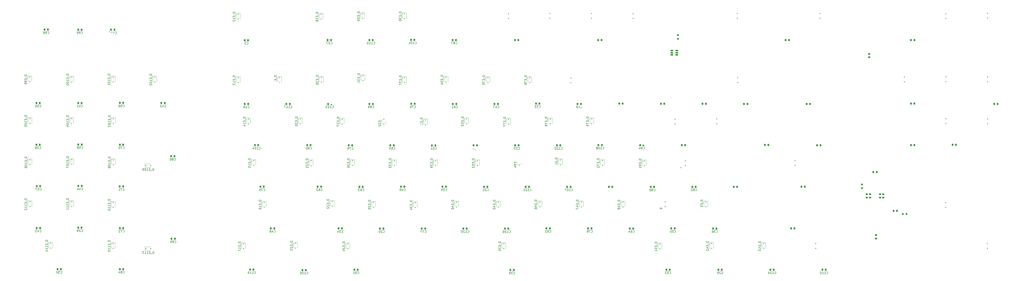
<source format=gbr>
%TF.GenerationSoftware,KiCad,Pcbnew,8.0.1-8.0.1-1~ubuntu22.04.1*%
%TF.CreationDate,2024-03-21T20:32:24+01:00*%
%TF.ProjectId,keyboard_pcb,6b657962-6f61-4726-945f-7063622e6b69,rev?*%
%TF.SameCoordinates,Original*%
%TF.FileFunction,Legend,Bot*%
%TF.FilePolarity,Positive*%
%FSLAX46Y46*%
G04 Gerber Fmt 4.6, Leading zero omitted, Abs format (unit mm)*
G04 Created by KiCad (PCBNEW 8.0.1-8.0.1-1~ubuntu22.04.1) date 2024-03-21 20:32:24*
%MOMM*%
%LPD*%
G01*
G04 APERTURE LIST*
G04 Aperture macros list*
%AMRoundRect*
0 Rectangle with rounded corners*
0 $1 Rounding radius*
0 $2 $3 $4 $5 $6 $7 $8 $9 X,Y pos of 4 corners*
0 Add a 4 corners polygon primitive as box body*
4,1,4,$2,$3,$4,$5,$6,$7,$8,$9,$2,$3,0*
0 Add four circle primitives for the rounded corners*
1,1,$1+$1,$2,$3*
1,1,$1+$1,$4,$5*
1,1,$1+$1,$6,$7*
1,1,$1+$1,$8,$9*
0 Add four rect primitives between the rounded corners*
20,1,$1+$1,$2,$3,$4,$5,0*
20,1,$1+$1,$4,$5,$6,$7,0*
20,1,$1+$1,$6,$7,$8,$9,0*
20,1,$1+$1,$8,$9,$2,$3,0*%
%AMFreePoly0*
4,1,105,-0.260967,0.724697,-0.232245,0.721872,-0.203068,0.717483,-0.173492,0.711545,-0.143571,0.704073,-0.113362,0.695082,-0.082919,0.684587,-0.052301,0.672604,-0.021561,0.659148,0.009245,0.644233,0.040060,0.627876,0.070830,0.610092,0.101499,0.590896,0.132009,0.570302,0.162308,0.548327,0.192337,0.524986,0.222043,0.500294,0.251369,0.474265,0.280258,0.446916,0.308657,0.418262,
0.336508,0.388319,0.389102,0.326126,0.436588,0.262201,0.478873,0.197015,0.515870,0.131040,0.547489,0.064749,0.573639,-0.001388,0.594232,-0.066897,0.609178,-0.131307,0.618387,-0.194147,0.621771,-0.254945,0.619238,-0.313228,0.610701,-0.368525,0.604151,-0.394906,0.596067,-0.420365,0.586437,-0.444840,0.575250,-0.468274,0.562494,-0.490607,0.548158,-0.511781,0.532232,-0.531737,
0.514703,-0.550415,0.495790,-0.567556,0.475753,-0.582950,0.454648,-0.596610,0.432531,-0.608554,0.409458,-0.618795,0.385484,-0.627351,0.360664,-0.634235,0.335054,-0.639462,0.308711,-0.643049,0.281690,-0.645010,0.254046,-0.645360,0.225836,-0.644116,0.197113,-0.641292,0.167937,-0.636902,0.138360,-0.630965,0.108439,-0.623492,0.078230,-0.614501,0.047788,-0.604006,0.017169,-0.592022,
-0.013570,-0.578566,-0.044375,-0.563652,-0.075190,-0.547294,-0.105960,-0.529510,-0.136628,-0.510313,-0.167139,-0.489720,-0.197437,-0.467744,-0.227466,-0.444403,-0.257171,-0.419710,-0.286496,-0.393682,-0.315386,-0.366332,-0.343783,-0.337678,-0.371634,-0.307733,-0.424229,-0.245541,-0.471714,-0.181616,-0.513999,-0.116431,-0.550996,-0.050455,-0.582614,0.015835,-0.608765,0.081971,-0.629358,0.147480,
-0.644305,0.211891,-0.653514,0.274730,-0.656898,0.335528,-0.654366,0.393811,-0.645829,0.449108,-0.639280,0.475488,-0.631197,0.500946,-0.621567,0.525421,-0.610379,0.548855,-0.597624,0.571188,-0.583289,0.592361,-0.567363,0.612317,-0.549835,0.630994,-0.530922,0.648135,-0.510885,0.663528,-0.489780,0.677190,-0.467663,0.689133,-0.444589,0.699375,-0.420615,0.707930,-0.395795,0.714814,
-0.370186,0.720042,-0.343843,0.723628,-0.316822,0.725590,-0.289177,0.725941,-0.260967,0.724697,-0.260967,0.724697,$1*%
%AMFreePoly1*
4,1,109,-0.120943,0.465097,-0.092639,0.463144,-0.063966,0.460033,-0.034965,0.455748,-0.005679,0.450273,0.023853,0.443593,0.053584,0.435693,0.083475,0.426558,0.142163,0.405052,0.198240,0.379779,0.251459,0.351051,0.301576,0.319179,0.348346,0.284477,0.391523,0.247258,0.430862,0.207832,0.466116,0.166513,0.497041,0.123611,0.523391,0.079440,0.534775,0.056977,0.544922,0.034314,
0.553803,0.011489,0.561386,-0.011458,0.567643,-0.034489,0.572539,-0.057563,0.576049,-0.080642,0.578136,-0.103687,0.578775,-0.126659,0.577932,-0.149519,0.575577,-0.172228,0.571679,-0.194746,0.566277,-0.216773,0.559454,-0.238026,0.551253,-0.258489,0.541715,-0.278145,0.530884,-0.296981,0.518799,-0.314980,0.505505,-0.332128,0.491042,-0.348408,0.475454,-0.363807,0.458781,-0.378307,
0.441066,-0.391894,0.422351,-0.404553,0.402678,-0.416268,0.382089,-0.427023,0.360625,-0.436804,0.338330,-0.445595,0.315245,-0.453381,0.291412,-0.460146,0.266874,-0.465875,0.241671,-0.470553,0.215847,-0.474164,0.189442,-0.476693,0.162500,-0.478125,0.135062,-0.478444,0.107171,-0.477634,0.078868,-0.475682,0.050195,-0.472571,0.021194,-0.468285,-0.008092,-0.462810,-0.037622,-0.456129,
-0.067353,-0.448229,-0.097244,-0.439093,-0.155931,-0.417587,-0.212008,-0.392314,-0.265228,-0.363586,-0.315345,-0.331714,-0.362115,-0.297013,-0.405292,-0.259793,-0.444630,-0.220367,-0.479885,-0.179048,-0.510810,-0.136146,-0.537160,-0.091976,-0.548543,-0.069512,-0.558691,-0.046849,-0.567571,-0.024024,-0.575155,-0.001077,-0.581411,0.021954,-0.586309,0.045027,-0.589817,0.068106,-0.591905,0.091152,
-0.592543,0.114124,-0.591701,0.136984,-0.589346,0.159693,-0.585448,0.182211,-0.580047,0.204239,-0.573225,0.225491,-0.565024,0.245954,-0.555487,0.265611,-0.544656,0.284446,-0.532572,0.302446,-0.519279,0.319593,-0.504816,0.335874,-0.489228,0.351272,-0.472555,0.365772,-0.454840,0.379359,-0.436126,0.392017,-0.416452,0.403732,-0.395863,0.414487,-0.374400,0.424268,-0.352105,0.433059,
-0.329020,0.440844,-0.305187,0.447609,-0.280648,0.453339,-0.255445,0.458016,-0.229620,0.461627,-0.203216,0.464156,-0.176273,0.465587,-0.148834,0.465906,-0.120943,0.465097,-0.120943,0.465097,$1*%
%AMFreePoly2*
4,1,105,-0.108773,0.810528,-0.083340,0.806701,-0.057932,0.800986,-0.032592,0.793423,-0.007360,0.784056,0.042605,0.760083,0.091630,0.729404,0.139380,0.692360,0.185519,0.649292,0.229712,0.600541,0.271626,0.546446,0.310924,0.487349,0.347272,0.423590,0.380334,0.355508,0.409776,0.283446,0.435264,0.207743,0.456461,0.128739,0.465245,0.088585,0.472666,0.048699,0.478746,0.009138,
0.483502,-0.030045,0.486952,-0.068795,0.489116,-0.107055,0.490014,-0.144771,0.489664,-0.181888,0.488084,-0.218350,0.485294,-0.254103,0.481311,-0.289090,0.476156,-0.323258,0.469848,-0.356550,0.462405,-0.388912,0.453845,-0.420289,0.444189,-0.450624,0.433454,-0.479864,0.421660,-0.507952,0.408826,-0.534834,0.394969,-0.560454,0.380110,-0.584758,0.364267,-0.607690,0.347460,-0.629195,
0.329706,-0.649218,0.311024,-0.667703,0.291435,-0.684596,0.270957,-0.699841,0.249608,-0.713384,0.227407,-0.725168,0.204374,-0.735140,0.180526,-0.743241,0.155884,-0.749420,0.130767,-0.753576,0.105507,-0.755671,0.080148,-0.755749,0.054731,-0.753854,0.029297,-0.750027,0.003890,-0.744311,-0.021450,-0.736749,-0.046680,-0.727383,-0.096646,-0.703409,-0.145670,-0.672729,-0.193419,-0.635686,
-0.239559,-0.592618,-0.283752,-0.543867,-0.325665,-0.489774,-0.364964,-0.430676,-0.401312,-0.366918,-0.434375,-0.298837,-0.463818,-0.226776,-0.489305,-0.151074,-0.510503,-0.072072,-0.519287,-0.031917,-0.526708,0.007970,-0.532787,0.047532,-0.537542,0.086716,-0.540993,0.125466,-0.543157,0.163726,-0.544055,0.201442,-0.543704,0.238560,-0.542123,0.275023,-0.539333,0.310775,-0.535351,0.345763,
-0.530196,0.379931,-0.523888,0.413223,-0.516444,0.445586,-0.507885,0.476962,-0.498228,0.507298,-0.487494,0.536537,-0.475700,0.564626,-0.462866,0.591507,-0.449009,0.617128,-0.434151,0.641432,-0.418307,0.664364,-0.401501,0.685870,-0.383747,0.705892,-0.365067,0.724377,-0.345477,0.741270,-0.324999,0.756515,-0.303651,0.770058,-0.281451,0.781841,-0.258418,0.791812,-0.234572,0.799915,
-0.209929,0.806093,-0.184811,0.810248,-0.159552,0.812344,-0.134192,0.812423,-0.108773,0.810528,-0.108773,0.810528,$1*%
%AMFreePoly3*
4,1,229,-0.124885,1.507140,-0.078913,1.504105,-0.032954,1.499530,0.012933,1.493443,0.058692,1.485869,0.104266,1.476835,0.149599,1.466367,0.157427,1.464199,0.164961,1.461647,0.172196,1.458725,0.179130,1.455448,0.185758,1.451830,0.192077,1.447882,0.198083,1.443622,0.203771,1.439062,0.209139,1.434217,0.214181,1.429098,0.218896,1.423723,0.223278,1.418103,0.227323,1.412254,
0.231029,1.406189,0.234390,1.399922,0.237403,1.393467,0.240066,1.386839,0.242372,1.380050,0.244321,1.373115,0.245904,1.366049,0.247122,1.358864,0.247969,1.351575,0.248440,1.344197,0.248534,1.336742,0.248245,1.329225,0.247571,1.321660,0.246507,1.314061,0.245048,1.306441,0.243192,1.298817,0.240935,1.291199,0.238272,1.283603,0.235200,1.276043,0.217817,1.235369,
0.200955,1.194420,0.184662,1.153192,0.168986,1.111683,0.153973,1.069891,0.139671,1.027811,0.126127,0.985442,0.113391,0.942780,0.104229,0.908801,0.095140,0.870846,0.086460,0.830187,0.078529,0.788097,0.071685,0.745848,0.066267,0.704714,0.064197,0.684960,0.062612,0.665963,0.061551,0.647880,0.061059,0.630870,0.061218,0.595080,0.062500,0.559288,0.064848,0.523504,
0.068200,0.487733,0.072496,0.451985,0.077675,0.416269,0.083679,0.380592,0.090447,0.344964,0.106034,0.273883,0.123955,0.203091,0.143730,0.132656,0.164878,0.062642,0.167109,0.054778,0.168935,0.046874,0.170361,0.038943,0.171396,0.030996,0.172046,0.023044,0.172318,0.015096,0.172219,0.007166,0.171755,-0.000739,0.170934,-0.008606,0.169762,-0.016423,0.168246,-0.024182,
0.166394,-0.031870,0.164210,-0.039477,0.161703,-0.046992,0.158881,-0.054404,0.155749,-0.061702,0.152314,-0.068877,0.148582,-0.075915,0.144562,-0.082808,0.140260,-0.089543,0.135683,-0.096111,0.130837,-0.102501,0.125729,-0.108701,0.120367,-0.114700,0.114757,-0.120488,0.108906,-0.126055,0.102820,-0.131387,0.096507,-0.136477,0.089974,-0.141313,0.083227,-0.145883,0.076274,-0.150177,
0.069120,-0.154184,0.062883,-0.157295,0.056503,-0.160070,0.049994,-0.162510,0.043366,-0.164619,0.036631,-0.166398,0.029802,-0.167848,0.022889,-0.168972,0.015904,-0.169773,0.008861,-0.170251,0.001771,-0.170410,-0.005357,-0.170251,-0.012508,-0.169777,-0.019671,-0.168989,-0.026834,-0.167889,-0.033987,-0.166480,-0.041116,-0.164764,-0.048210,-0.162742,-0.055258,-0.160417,-0.062247,-0.157791,
-0.069166,-0.154865,-0.076002,-0.151643,-0.082744,-0.148126,-0.089381,-0.144316,-0.095901,-0.140215,-0.102291,-0.135825,-0.108539,-0.131149,-0.114635,-0.126187,-0.120566,-0.120944,-0.126320,-0.115419,-0.131886,-0.109617,-0.137252,-0.103537,-0.142406,-0.097184,-0.190847,-0.035984,-0.240644,0.024161,-0.292037,0.082737,-0.345261,0.139228,-0.372633,0.166531,-0.400553,0.193121,-0.429050,0.218931,
-0.458153,0.243900,-0.487891,0.267961,-0.518295,0.291049,-0.549395,0.313103,-0.581219,0.334057,-0.595739,0.342897,-0.611474,0.351836,-0.628266,0.360829,-0.645958,0.369825,-0.683408,0.387640,-0.722565,0.404900,-0.762170,0.421224,-0.800961,0.436229,-0.837679,0.449536,-0.871063,0.460761,-0.909104,0.472686,-0.947288,0.484072,-0.985595,0.494926,-1.024005,0.505259,-1.062500,0.515079,
-1.101059,0.524398,-1.139662,0.533222,-1.178291,0.541563,-1.186233,0.543429,-1.193966,0.545647,-1.201482,0.548204,-1.208770,0.551092,-1.215823,0.554297,-1.222631,0.557810,-1.229185,0.561620,-1.235475,0.565714,-1.241494,0.570083,-1.247231,0.574716,-1.252678,0.579600,-1.257824,0.584726,-1.262662,0.590083,-1.267184,0.595659,-1.271377,0.601443,-1.275235,0.607424,-1.278748,0.613592,
-1.281906,0.619936,-1.284702,0.626443,-1.287125,0.633104,-1.289166,0.639907,-1.290817,0.646841,-1.292068,0.653896,-1.292911,0.661060,-1.293336,0.668322,-1.293335,0.675672,-1.292896,0.683098,-1.292012,0.690590,-1.290675,0.698135,-1.288874,0.705724,-1.286602,0.713346,-1.283846,0.720989,-1.266224,0.764046,-1.247341,0.806484,-1.227204,0.848243,-1.205817,0.889260,-1.183185,0.929473,
-1.159314,0.968821,-1.134208,1.007241,-1.107875,1.044672,-1.080317,1.081052,-1.051541,1.116320,-1.021551,1.150414,-0.990354,1.183271,-0.957953,1.214831,-0.924355,1.245032,-0.889564,1.273810,-0.853585,1.301105,-0.824574,1.320968,-0.791478,1.341588,-0.755472,1.362353,-0.717731,1.382655,-0.679430,1.401884,-0.641746,1.419431,-0.605852,1.434687,-0.572924,1.447042,-0.529927,1.460848,
-0.486378,1.472851,-0.442332,1.483078,-0.397847,1.491554,-0.352979,1.498307,-0.307785,1.503363,-0.262322,1.506747,-0.216647,1.508487,-0.170815,1.508610,-0.124885,1.507140,-0.124885,1.507140,$1*%
%AMFreePoly4*
4,1,109,0.073306,0.600233,0.094891,0.598437,0.116410,0.595106,0.137827,0.590212,0.159106,0.583730,0.180209,0.575636,0.200854,0.566018,0.220778,0.555020,0.239963,0.542687,0.258395,0.529070,0.276061,0.514212,0.292946,0.498165,0.309035,0.480973,0.324314,0.462686,0.338768,0.443352,0.352384,0.423015,0.365145,0.401726,0.377039,0.379531,0.398165,0.332615,0.415645,0.282646,
0.429364,0.230007,0.439206,0.175075,0.445055,0.118234,0.446796,0.059863,0.444313,0.000343,0.437491,-0.059948,0.426212,-0.120626,0.410363,-0.181313,0.400804,-0.211186,0.390325,-0.240223,0.378962,-0.268398,0.366752,-0.295686,0.353732,-0.322060,0.339938,-0.347495,0.325405,-0.371964,0.310172,-0.395443,0.294275,-0.417903,0.277750,-0.439321,0.260632,-0.459669,0.242961,-0.478922,
0.224770,-0.497056,0.206098,-0.514040,0.186980,-0.529853,0.167454,-0.544466,0.147555,-0.557855,0.127320,-0.569993,0.106787,-0.580855,0.085989,-0.590413,0.064965,-0.598644,0.043752,-0.605520,0.022387,-0.611015,0.000903,-0.615104,-0.020660,-0.617761,-0.042268,-0.618960,-0.063882,-0.618674,-0.085467,-0.616879,-0.106987,-0.613547,-0.128403,-0.608653,-0.149682,-0.602172,-0.170785,-0.594077,
-0.191431,-0.584460,-0.211354,-0.573461,-0.230539,-0.561129,-0.248972,-0.547511,-0.266637,-0.532654,-0.283521,-0.516607,-0.299610,-0.499415,-0.314889,-0.481128,-0.329343,-0.461792,-0.342959,-0.441457,-0.355720,-0.420167,-0.367614,-0.397972,-0.388738,-0.351055,-0.406218,-0.301086,-0.419937,-0.248446,-0.429778,-0.193515,-0.435627,-0.136673,-0.437367,-0.078301,-0.434884,-0.018779,-0.428061,0.041512,
-0.416783,0.102190,-0.400934,0.162878,-0.391376,0.192751,-0.380896,0.221787,-0.369533,0.249963,-0.357323,0.277250,-0.344303,0.303624,-0.330508,0.329058,-0.315977,0.353527,-0.300744,0.377005,-0.284846,0.399466,-0.268322,0.420883,-0.251204,0.441231,-0.233533,0.460484,-0.215343,0.478616,-0.196671,0.495601,-0.177554,0.511413,-0.158027,0.526026,-0.138128,0.539416,-0.117895,0.551553,
-0.097360,0.562414,-0.076563,0.571973,-0.055540,0.580203,-0.034327,0.587079,-0.012961,0.592573,0.008521,0.596663,0.030085,0.599319,0.051692,0.600519,0.073306,0.600233,0.073306,0.600233,$1*%
%AMFreePoly5*
4,1,171,-0.011504,0.557490,0.006287,0.556904,0.023296,0.555805,0.039361,0.554201,0.054318,0.552102,0.078650,0.547773,0.102885,0.542789,0.127031,0.537215,0.151100,0.531114,0.199041,0.517583,0.246784,0.502700,0.389601,0.454998,0.437328,0.439763,0.444535,0.437353,0.451582,0.434615,0.458463,0.431563,0.465169,0.428204,0.471693,0.424548,0.478027,0.420606,0.484162,0.416386,
0.490092,0.411900,0.501304,0.402165,0.511599,0.391480,0.520916,0.379923,0.529192,0.367573,0.536365,0.354509,0.539518,0.347733,0.542372,0.340808,0.544921,0.333743,0.547152,0.326549,0.549063,0.319235,0.550642,0.311812,0.551884,0.304287,0.552780,0.296674,0.553322,0.288979,0.553503,0.281214,0.553315,0.273388,0.552750,0.265511,0.551800,0.257592,0.550457,0.249643,
0.537824,0.186105,0.524254,0.122722,0.509361,0.059744,0.492759,-0.002579,0.474059,-0.063998,0.463802,-0.094289,0.452876,-0.124261,0.441233,-0.153881,0.428823,-0.183119,0.415601,-0.211943,0.401516,-0.240321,0.393637,-0.254887,0.384762,-0.270068,0.375002,-0.285748,0.364465,-0.301814,0.353265,-0.318151,0.341508,-0.334646,0.316770,-0.367651,0.291132,-0.399914,0.265475,-0.430523,
0.240682,-0.458563,0.217632,-0.483122,0.187799,-0.513241,0.157440,-0.542778,0.126590,-0.571754,0.095282,-0.600181,0.063547,-0.628078,0.031421,-0.655461,-0.001066,-0.682342,-0.033856,-0.708713,-0.040044,-0.713359,-0.046407,-0.717620,-0.052929,-0.721498,-0.059594,-0.724994,-0.066389,-0.728110,-0.073298,-0.730849,-0.080304,-0.733211,-0.087394,-0.735200,-0.094552,-0.736814,-0.101762,-0.738058,
-0.109009,-0.738933,-0.116279,-0.739440,-0.123556,-0.739582,-0.130825,-0.739359,-0.138070,-0.738774,-0.145277,-0.737828,-0.152430,-0.736523,-0.159513,-0.734860,-0.166513,-0.732843,-0.173413,-0.730471,-0.180198,-0.727748,-0.186853,-0.724674,-0.193363,-0.721252,-0.199712,-0.717482,-0.205886,-0.713367,-0.211870,-0.708909,-0.217647,-0.704109,-0.223202,-0.698969,-0.228522,-0.693491,-0.233589,-0.687675,
-0.238390,-0.681526,-0.243382,-0.674367,-0.243850,-0.673684,-0.244767,-0.672305,-0.246562,-0.669567,-0.264733,-0.640676,-0.284065,-0.608075,-0.303977,-0.572880,-0.323885,-0.536207,-0.343207,-0.499174,-0.361361,-0.462897,-0.377765,-0.428494,-0.391834,-0.397079,-0.415771,-0.338562,-0.437500,-0.278902,-0.447400,-0.248700,-0.456585,-0.218278,-0.465001,-0.187659,-0.472594,-0.156865,-0.479309,-0.125919,
-0.485092,-0.094843,-0.489889,-0.063658,-0.493645,-0.032388,-0.496307,-0.001053,-0.497820,0.030322,-0.498129,0.061718,-0.497181,0.093110,-0.495910,0.109887,-0.493768,0.127657,-0.490802,0.146241,-0.487053,0.165467,-0.482571,0.185156,-0.477399,0.205134,-0.471578,0.225224,-0.465156,0.245251,-0.458179,0.265038,-0.450688,0.284409,-0.442733,0.303189,-0.434355,0.321201,-0.425600,0.338270,
-0.416512,0.354219,-0.407136,0.368872,-0.397518,0.382055,-0.388679,0.392992,-0.379547,0.403664,-0.370133,0.414064,-0.360444,0.424184,-0.350491,0.434016,-0.340285,0.443552,-0.329833,0.452782,-0.319147,0.461703,-0.308236,0.470303,-0.297109,0.478575,-0.285777,0.486511,-0.274248,0.494104,-0.262533,0.501345,-0.250642,0.508226,-0.238583,0.514740,-0.226368,0.520879,-0.211963,0.527220,
-0.196378,0.532930,-0.179774,0.538020,-0.162315,0.542498,-0.144165,0.546375,-0.125487,0.549661,-0.106446,0.552364,-0.087204,0.554495,-0.067925,0.556064,-0.048773,0.557079,-0.029911,0.557551,-0.011504,0.557490,-0.011504,0.557490,$1*%
%AMFreePoly6*
4,1,173,0.025502,0.550466,0.044361,0.549847,0.063506,0.548682,0.082774,0.546963,0.102002,0.544682,0.121025,0.541830,0.139680,0.538399,0.157803,0.534380,0.175232,0.529766,0.191801,0.524547,0.207348,0.518715,0.221708,0.512262,0.233883,0.506028,0.245897,0.499420,0.257742,0.492445,0.269409,0.485113,0.280886,0.477431,0.292165,0.469406,0.303236,0.461046,0.314089,0.452362,
0.324715,0.443360,0.335103,0.434047,0.345245,0.424432,0.355130,0.414522,0.364749,0.404327,0.374092,0.393854,0.383150,0.383110,0.391913,0.372105,0.401441,0.358848,0.410717,0.344122,0.419697,0.328102,0.428337,0.310966,0.436593,0.292889,0.444423,0.274048,0.451782,0.254618,0.458626,0.234777,0.464912,0.214701,0.470596,0.194566,0.475635,0.174548,0.479986,0.154824,
0.483603,0.135570,0.486444,0.116962,0.488465,0.099176,0.489622,0.082390,0.490358,0.050991,0.489837,0.019599,0.488112,-0.011764,0.485239,-0.043077,0.481271,-0.074317,0.476263,-0.105463,0.470269,-0.136493,0.463345,-0.167386,0.455543,-0.198120,0.446919,-0.228672,0.437529,-0.259021,0.427423,-0.289146,0.405290,-0.348634,0.380957,-0.406963,0.366674,-0.438267,0.350038,-0.472543,
0.331640,-0.508677,0.312068,-0.545558,0.291913,-0.582074,0.271764,-0.617113,0.252212,-0.649562,0.233847,-0.678310,0.232035,-0.681034,0.231107,-0.682406,0.230634,-0.683086,0.230154,-0.683757,0.225592,-0.690206,0.220751,-0.696318,0.215644,-0.702093,0.210288,-0.707529,0.204698,-0.712625,0.198889,-0.717380,0.192876,-0.721791,0.186675,-0.725858,0.180300,-0.729578,0.173767,-0.732949,
0.167091,-0.735971,0.160288,-0.738642,0.153372,-0.740958,0.146359,-0.742923,0.139264,-0.744529,0.132103,-0.745778,0.124890,-0.746668,0.117641,-0.747197,0.110371,-0.747363,0.103095,-0.747165,0.095827,-0.746601,0.088587,-0.745670,0.081385,-0.744369,0.074238,-0.742698,0.067162,-0.740655,0.060172,-0.738238,0.053282,-0.735446,0.046508,-0.732276,0.039866,-0.728729,0.033370,-0.724799,
0.027037,-0.720489,0.020903,-0.715824,-0.011731,-0.689169,-0.044034,-0.662033,-0.075975,-0.634402,-0.107519,-0.606258,-0.138634,-0.577587,-0.169287,-0.548371,-0.199445,-0.518596,-0.229074,-0.488246,-0.251956,-0.463508,-0.276558,-0.435275,-0.302005,-0.404467,-0.327424,-0.372005,-0.351938,-0.338808,-0.363582,-0.322222,-0.374672,-0.305797,-0.385098,-0.289649,-0.394752,-0.273893,-0.403523,-0.258644,
-0.411302,-0.244016,-0.425196,-0.215529,-0.438224,-0.186603,-0.450435,-0.157269,-0.461878,-0.127559,-0.472601,-0.097503,-0.482653,-0.067132,-0.500937,-0.005569,-0.517119,0.056882,-0.531586,0.119975,-0.544728,0.183462,-0.556932,0.247096,-0.558220,0.255056,-0.559116,0.262982,-0.559628,0.270863,-0.559763,0.278691,-0.559529,0.286455,-0.558934,0.294145,-0.557987,0.301752,-0.556694,0.309266,
-0.555064,0.316677,-0.553104,0.323976,-0.550822,0.331152,-0.548227,0.338197,-0.545326,0.345099,-0.542127,0.351850,-0.534866,0.364859,-0.526507,0.377144,-0.517112,0.388627,-0.506745,0.399232,-0.501216,0.404180,-0.495469,0.408878,-0.489509,0.413318,-0.483345,0.417489,-0.476986,0.421382,-0.470438,0.424987,-0.463710,0.428293,-0.456809,0.431292,-0.449744,0.433974,-0.442522,0.436328,
-0.394692,0.451190,-0.251552,0.497777,-0.203710,0.512287,-0.155680,0.525444,-0.131572,0.531357,-0.107389,0.536742,-0.083123,0.541535,-0.058763,0.545676,-0.043793,0.547657,-0.027717,0.549136,-0.010700,0.550102,0.007094,0.550549,0.025502,0.550466,0.025502,0.550466,$1*%
G04 Aperture macros list end*
%ADD10C,0.150000*%
%ADD11C,0.120000*%
%ADD12C,0.000000*%
%ADD13C,3.200000*%
%ADD14C,4.000000*%
%ADD15C,2.200000*%
%ADD16R,2.000000X2.000000*%
%ADD17C,2.000000*%
%ADD18R,3.200000X2.000000*%
%ADD19RoundRect,0.125000X-0.125000X0.125000X-0.125000X-0.125000X0.125000X-0.125000X0.125000X0.125000X0*%
%ADD20RoundRect,0.225000X-0.225000X-0.250000X0.225000X-0.250000X0.225000X0.250000X-0.225000X0.250000X0*%
%ADD21RoundRect,0.200000X0.275000X-0.200000X0.275000X0.200000X-0.275000X0.200000X-0.275000X-0.200000X0*%
%ADD22R,2.000000X1.500000*%
%ADD23R,2.000000X3.800000*%
%ADD24RoundRect,0.225000X0.225000X0.250000X-0.225000X0.250000X-0.225000X-0.250000X0.225000X-0.250000X0*%
%ADD25RoundRect,0.050000X0.387500X0.050000X-0.387500X0.050000X-0.387500X-0.050000X0.387500X-0.050000X0*%
%ADD26RoundRect,0.050000X0.050000X0.387500X-0.050000X0.387500X-0.050000X-0.387500X0.050000X-0.387500X0*%
%ADD27R,3.200000X3.200000*%
%ADD28RoundRect,0.125000X-0.125000X-0.125000X0.125000X-0.125000X0.125000X0.125000X-0.125000X0.125000X0*%
%ADD29R,0.750000X1.000000*%
%ADD30RoundRect,0.225000X0.250000X-0.225000X0.250000X0.225000X-0.250000X0.225000X-0.250000X-0.225000X0*%
%ADD31RoundRect,0.225000X-0.250000X0.225000X-0.250000X-0.225000X0.250000X-0.225000X0.250000X0.225000X0*%
%ADD32RoundRect,0.150000X0.650000X0.150000X-0.650000X0.150000X-0.650000X-0.150000X0.650000X-0.150000X0*%
%ADD33RoundRect,0.200000X-0.275000X0.200000X-0.275000X-0.200000X0.275000X-0.200000X0.275000X0.200000X0*%
%ADD34C,0.990600*%
%ADD35FreePoly0,180.000000*%
%ADD36FreePoly1,180.000000*%
%ADD37FreePoly2,180.000000*%
%ADD38FreePoly3,180.000000*%
%ADD39FreePoly4,180.000000*%
%ADD40FreePoly5,27.500000*%
%ADD41FreePoly6,27.500000*%
%ADD42C,0.650000*%
%ADD43R,0.600000X1.450000*%
%ADD44R,0.300000X1.450000*%
%ADD45O,1.000000X1.600000*%
%ADD46O,1.000000X2.100000*%
%ADD47RoundRect,0.150000X0.512500X0.150000X-0.512500X0.150000X-0.512500X-0.150000X0.512500X-0.150000X0*%
%ADD48RoundRect,0.200000X-0.200000X-0.275000X0.200000X-0.275000X0.200000X0.275000X-0.200000X0.275000X0*%
G04 APERTURE END LIST*
D10*
X362464819Y-112582381D02*
X361464819Y-112582381D01*
X361464819Y-112582381D02*
X361464819Y-112820476D01*
X361464819Y-112820476D02*
X361512438Y-112963333D01*
X361512438Y-112963333D02*
X361607676Y-113058571D01*
X361607676Y-113058571D02*
X361702914Y-113106190D01*
X361702914Y-113106190D02*
X361893390Y-113153809D01*
X361893390Y-113153809D02*
X362036247Y-113153809D01*
X362036247Y-113153809D02*
X362226723Y-113106190D01*
X362226723Y-113106190D02*
X362321961Y-113058571D01*
X362321961Y-113058571D02*
X362417200Y-112963333D01*
X362417200Y-112963333D02*
X362464819Y-112820476D01*
X362464819Y-112820476D02*
X362464819Y-112582381D01*
X362560057Y-113344286D02*
X362560057Y-114106190D01*
X361941009Y-114344286D02*
X361941009Y-114677619D01*
X362464819Y-114820476D02*
X362464819Y-114344286D01*
X362464819Y-114344286D02*
X361464819Y-114344286D01*
X361464819Y-114344286D02*
X361464819Y-114820476D01*
X362464819Y-115296667D02*
X362464819Y-115487143D01*
X362464819Y-115487143D02*
X362417200Y-115582381D01*
X362417200Y-115582381D02*
X362369580Y-115630000D01*
X362369580Y-115630000D02*
X362226723Y-115725238D01*
X362226723Y-115725238D02*
X362036247Y-115772857D01*
X362036247Y-115772857D02*
X361655295Y-115772857D01*
X361655295Y-115772857D02*
X361560057Y-115725238D01*
X361560057Y-115725238D02*
X361512438Y-115677619D01*
X361512438Y-115677619D02*
X361464819Y-115582381D01*
X361464819Y-115582381D02*
X361464819Y-115391905D01*
X361464819Y-115391905D02*
X361512438Y-115296667D01*
X361512438Y-115296667D02*
X361560057Y-115249048D01*
X361560057Y-115249048D02*
X361655295Y-115201429D01*
X361655295Y-115201429D02*
X361893390Y-115201429D01*
X361893390Y-115201429D02*
X361988628Y-115249048D01*
X361988628Y-115249048D02*
X362036247Y-115296667D01*
X362036247Y-115296667D02*
X362083866Y-115391905D01*
X362083866Y-115391905D02*
X362083866Y-115582381D01*
X362083866Y-115582381D02*
X362036247Y-115677619D01*
X362036247Y-115677619D02*
X361988628Y-115725238D01*
X361988628Y-115725238D02*
X361893390Y-115772857D01*
X361560057Y-116153810D02*
X361512438Y-116201429D01*
X361512438Y-116201429D02*
X361464819Y-116296667D01*
X361464819Y-116296667D02*
X361464819Y-116534762D01*
X361464819Y-116534762D02*
X361512438Y-116630000D01*
X361512438Y-116630000D02*
X361560057Y-116677619D01*
X361560057Y-116677619D02*
X361655295Y-116725238D01*
X361655295Y-116725238D02*
X361750533Y-116725238D01*
X361750533Y-116725238D02*
X361893390Y-116677619D01*
X361893390Y-116677619D02*
X362464819Y-116106191D01*
X362464819Y-116106191D02*
X362464819Y-116725238D01*
X101462857Y-184119580D02*
X101510476Y-184167200D01*
X101510476Y-184167200D02*
X101653333Y-184214819D01*
X101653333Y-184214819D02*
X101748571Y-184214819D01*
X101748571Y-184214819D02*
X101891428Y-184167200D01*
X101891428Y-184167200D02*
X101986666Y-184071961D01*
X101986666Y-184071961D02*
X102034285Y-183976723D01*
X102034285Y-183976723D02*
X102081904Y-183786247D01*
X102081904Y-183786247D02*
X102081904Y-183643390D01*
X102081904Y-183643390D02*
X102034285Y-183452914D01*
X102034285Y-183452914D02*
X101986666Y-183357676D01*
X101986666Y-183357676D02*
X101891428Y-183262438D01*
X101891428Y-183262438D02*
X101748571Y-183214819D01*
X101748571Y-183214819D02*
X101653333Y-183214819D01*
X101653333Y-183214819D02*
X101510476Y-183262438D01*
X101510476Y-183262438D02*
X101462857Y-183310057D01*
X101081904Y-183310057D02*
X101034285Y-183262438D01*
X101034285Y-183262438D02*
X100939047Y-183214819D01*
X100939047Y-183214819D02*
X100700952Y-183214819D01*
X100700952Y-183214819D02*
X100605714Y-183262438D01*
X100605714Y-183262438D02*
X100558095Y-183310057D01*
X100558095Y-183310057D02*
X100510476Y-183405295D01*
X100510476Y-183405295D02*
X100510476Y-183500533D01*
X100510476Y-183500533D02*
X100558095Y-183643390D01*
X100558095Y-183643390D02*
X101129523Y-184214819D01*
X101129523Y-184214819D02*
X100510476Y-184214819D01*
X100034285Y-184214819D02*
X99843809Y-184214819D01*
X99843809Y-184214819D02*
X99748571Y-184167200D01*
X99748571Y-184167200D02*
X99700952Y-184119580D01*
X99700952Y-184119580D02*
X99605714Y-183976723D01*
X99605714Y-183976723D02*
X99558095Y-183786247D01*
X99558095Y-183786247D02*
X99558095Y-183405295D01*
X99558095Y-183405295D02*
X99605714Y-183310057D01*
X99605714Y-183310057D02*
X99653333Y-183262438D01*
X99653333Y-183262438D02*
X99748571Y-183214819D01*
X99748571Y-183214819D02*
X99939047Y-183214819D01*
X99939047Y-183214819D02*
X100034285Y-183262438D01*
X100034285Y-183262438D02*
X100081904Y-183310057D01*
X100081904Y-183310057D02*
X100129523Y-183405295D01*
X100129523Y-183405295D02*
X100129523Y-183643390D01*
X100129523Y-183643390D02*
X100081904Y-183738628D01*
X100081904Y-183738628D02*
X100034285Y-183786247D01*
X100034285Y-183786247D02*
X99939047Y-183833866D01*
X99939047Y-183833866D02*
X99748571Y-183833866D01*
X99748571Y-183833866D02*
X99653333Y-183786247D01*
X99653333Y-183786247D02*
X99605714Y-183738628D01*
X99605714Y-183738628D02*
X99558095Y-183643390D01*
X501677857Y-98119580D02*
X501725476Y-98167200D01*
X501725476Y-98167200D02*
X501868333Y-98214819D01*
X501868333Y-98214819D02*
X501963571Y-98214819D01*
X501963571Y-98214819D02*
X502106428Y-98167200D01*
X502106428Y-98167200D02*
X502201666Y-98071961D01*
X502201666Y-98071961D02*
X502249285Y-97976723D01*
X502249285Y-97976723D02*
X502296904Y-97786247D01*
X502296904Y-97786247D02*
X502296904Y-97643390D01*
X502296904Y-97643390D02*
X502249285Y-97452914D01*
X502249285Y-97452914D02*
X502201666Y-97357676D01*
X502201666Y-97357676D02*
X502106428Y-97262438D01*
X502106428Y-97262438D02*
X501963571Y-97214819D01*
X501963571Y-97214819D02*
X501868333Y-97214819D01*
X501868333Y-97214819D02*
X501725476Y-97262438D01*
X501725476Y-97262438D02*
X501677857Y-97310057D01*
X500820714Y-97548152D02*
X500820714Y-98214819D01*
X501058809Y-97167200D02*
X501296904Y-97881485D01*
X501296904Y-97881485D02*
X500677857Y-97881485D01*
X499868333Y-97214819D02*
X500058809Y-97214819D01*
X500058809Y-97214819D02*
X500154047Y-97262438D01*
X500154047Y-97262438D02*
X500201666Y-97310057D01*
X500201666Y-97310057D02*
X500296904Y-97452914D01*
X500296904Y-97452914D02*
X500344523Y-97643390D01*
X500344523Y-97643390D02*
X500344523Y-98024342D01*
X500344523Y-98024342D02*
X500296904Y-98119580D01*
X500296904Y-98119580D02*
X500249285Y-98167200D01*
X500249285Y-98167200D02*
X500154047Y-98214819D01*
X500154047Y-98214819D02*
X499963571Y-98214819D01*
X499963571Y-98214819D02*
X499868333Y-98167200D01*
X499868333Y-98167200D02*
X499820714Y-98119580D01*
X499820714Y-98119580D02*
X499773095Y-98024342D01*
X499773095Y-98024342D02*
X499773095Y-97786247D01*
X499773095Y-97786247D02*
X499820714Y-97691009D01*
X499820714Y-97691009D02*
X499868333Y-97643390D01*
X499868333Y-97643390D02*
X499963571Y-97595771D01*
X499963571Y-97595771D02*
X500154047Y-97595771D01*
X500154047Y-97595771D02*
X500249285Y-97643390D01*
X500249285Y-97643390D02*
X500296904Y-97691009D01*
X500296904Y-97691009D02*
X500344523Y-97786247D01*
X219464819Y-131632381D02*
X218464819Y-131632381D01*
X218464819Y-131632381D02*
X218464819Y-131870476D01*
X218464819Y-131870476D02*
X218512438Y-132013333D01*
X218512438Y-132013333D02*
X218607676Y-132108571D01*
X218607676Y-132108571D02*
X218702914Y-132156190D01*
X218702914Y-132156190D02*
X218893390Y-132203809D01*
X218893390Y-132203809D02*
X219036247Y-132203809D01*
X219036247Y-132203809D02*
X219226723Y-132156190D01*
X219226723Y-132156190D02*
X219321961Y-132108571D01*
X219321961Y-132108571D02*
X219417200Y-132013333D01*
X219417200Y-132013333D02*
X219464819Y-131870476D01*
X219464819Y-131870476D02*
X219464819Y-131632381D01*
X219560057Y-132394286D02*
X219560057Y-133156190D01*
X218941009Y-133394286D02*
X218941009Y-133727619D01*
X219464819Y-133870476D02*
X219464819Y-133394286D01*
X219464819Y-133394286D02*
X218464819Y-133394286D01*
X218464819Y-133394286D02*
X218464819Y-133870476D01*
X218560057Y-134251429D02*
X218512438Y-134299048D01*
X218512438Y-134299048D02*
X218464819Y-134394286D01*
X218464819Y-134394286D02*
X218464819Y-134632381D01*
X218464819Y-134632381D02*
X218512438Y-134727619D01*
X218512438Y-134727619D02*
X218560057Y-134775238D01*
X218560057Y-134775238D02*
X218655295Y-134822857D01*
X218655295Y-134822857D02*
X218750533Y-134822857D01*
X218750533Y-134822857D02*
X218893390Y-134775238D01*
X218893390Y-134775238D02*
X219464819Y-134203810D01*
X219464819Y-134203810D02*
X219464819Y-134822857D01*
X218464819Y-135156191D02*
X218464819Y-135822857D01*
X218464819Y-135822857D02*
X219464819Y-135394286D01*
X200364819Y-131532381D02*
X199364819Y-131532381D01*
X199364819Y-131532381D02*
X199364819Y-131770476D01*
X199364819Y-131770476D02*
X199412438Y-131913333D01*
X199412438Y-131913333D02*
X199507676Y-132008571D01*
X199507676Y-132008571D02*
X199602914Y-132056190D01*
X199602914Y-132056190D02*
X199793390Y-132103809D01*
X199793390Y-132103809D02*
X199936247Y-132103809D01*
X199936247Y-132103809D02*
X200126723Y-132056190D01*
X200126723Y-132056190D02*
X200221961Y-132008571D01*
X200221961Y-132008571D02*
X200317200Y-131913333D01*
X200317200Y-131913333D02*
X200364819Y-131770476D01*
X200364819Y-131770476D02*
X200364819Y-131532381D01*
X200460057Y-132294286D02*
X200460057Y-133056190D01*
X199841009Y-133294286D02*
X199841009Y-133627619D01*
X200364819Y-133770476D02*
X200364819Y-133294286D01*
X200364819Y-133294286D02*
X199364819Y-133294286D01*
X199364819Y-133294286D02*
X199364819Y-133770476D01*
X199460057Y-134151429D02*
X199412438Y-134199048D01*
X199412438Y-134199048D02*
X199364819Y-134294286D01*
X199364819Y-134294286D02*
X199364819Y-134532381D01*
X199364819Y-134532381D02*
X199412438Y-134627619D01*
X199412438Y-134627619D02*
X199460057Y-134675238D01*
X199460057Y-134675238D02*
X199555295Y-134722857D01*
X199555295Y-134722857D02*
X199650533Y-134722857D01*
X199650533Y-134722857D02*
X199793390Y-134675238D01*
X199793390Y-134675238D02*
X200364819Y-134103810D01*
X200364819Y-134103810D02*
X200364819Y-134722857D01*
X199364819Y-135341905D02*
X199364819Y-135437143D01*
X199364819Y-135437143D02*
X199412438Y-135532381D01*
X199412438Y-135532381D02*
X199460057Y-135580000D01*
X199460057Y-135580000D02*
X199555295Y-135627619D01*
X199555295Y-135627619D02*
X199745771Y-135675238D01*
X199745771Y-135675238D02*
X199983866Y-135675238D01*
X199983866Y-135675238D02*
X200174342Y-135627619D01*
X200174342Y-135627619D02*
X200269580Y-135580000D01*
X200269580Y-135580000D02*
X200317200Y-135532381D01*
X200317200Y-135532381D02*
X200364819Y-135437143D01*
X200364819Y-135437143D02*
X200364819Y-135341905D01*
X200364819Y-135341905D02*
X200317200Y-135246667D01*
X200317200Y-135246667D02*
X200269580Y-135199048D01*
X200269580Y-135199048D02*
X200174342Y-135151429D01*
X200174342Y-135151429D02*
X199983866Y-135103810D01*
X199983866Y-135103810D02*
X199745771Y-135103810D01*
X199745771Y-135103810D02*
X199555295Y-135151429D01*
X199555295Y-135151429D02*
X199460057Y-135199048D01*
X199460057Y-135199048D02*
X199412438Y-135246667D01*
X199412438Y-135246667D02*
X199364819Y-135341905D01*
X297279047Y-184569580D02*
X297326666Y-184617200D01*
X297326666Y-184617200D02*
X297469523Y-184664819D01*
X297469523Y-184664819D02*
X297564761Y-184664819D01*
X297564761Y-184664819D02*
X297707618Y-184617200D01*
X297707618Y-184617200D02*
X297802856Y-184521961D01*
X297802856Y-184521961D02*
X297850475Y-184426723D01*
X297850475Y-184426723D02*
X297898094Y-184236247D01*
X297898094Y-184236247D02*
X297898094Y-184093390D01*
X297898094Y-184093390D02*
X297850475Y-183902914D01*
X297850475Y-183902914D02*
X297802856Y-183807676D01*
X297802856Y-183807676D02*
X297707618Y-183712438D01*
X297707618Y-183712438D02*
X297564761Y-183664819D01*
X297564761Y-183664819D02*
X297469523Y-183664819D01*
X297469523Y-183664819D02*
X297326666Y-183712438D01*
X297326666Y-183712438D02*
X297279047Y-183760057D01*
X296326666Y-184664819D02*
X296898094Y-184664819D01*
X296612380Y-184664819D02*
X296612380Y-183664819D01*
X296612380Y-183664819D02*
X296707618Y-183807676D01*
X296707618Y-183807676D02*
X296802856Y-183902914D01*
X296802856Y-183902914D02*
X296898094Y-183950533D01*
X295707618Y-183664819D02*
X295612380Y-183664819D01*
X295612380Y-183664819D02*
X295517142Y-183712438D01*
X295517142Y-183712438D02*
X295469523Y-183760057D01*
X295469523Y-183760057D02*
X295421904Y-183855295D01*
X295421904Y-183855295D02*
X295374285Y-184045771D01*
X295374285Y-184045771D02*
X295374285Y-184283866D01*
X295374285Y-184283866D02*
X295421904Y-184474342D01*
X295421904Y-184474342D02*
X295469523Y-184569580D01*
X295469523Y-184569580D02*
X295517142Y-184617200D01*
X295517142Y-184617200D02*
X295612380Y-184664819D01*
X295612380Y-184664819D02*
X295707618Y-184664819D01*
X295707618Y-184664819D02*
X295802856Y-184617200D01*
X295802856Y-184617200D02*
X295850475Y-184569580D01*
X295850475Y-184569580D02*
X295898094Y-184474342D01*
X295898094Y-184474342D02*
X295945713Y-184283866D01*
X295945713Y-184283866D02*
X295945713Y-184045771D01*
X295945713Y-184045771D02*
X295898094Y-183855295D01*
X295898094Y-183855295D02*
X295850475Y-183760057D01*
X295850475Y-183760057D02*
X295802856Y-183712438D01*
X295802856Y-183712438D02*
X295707618Y-183664819D01*
X294517142Y-183664819D02*
X294707618Y-183664819D01*
X294707618Y-183664819D02*
X294802856Y-183712438D01*
X294802856Y-183712438D02*
X294850475Y-183760057D01*
X294850475Y-183760057D02*
X294945713Y-183902914D01*
X294945713Y-183902914D02*
X294993332Y-184093390D01*
X294993332Y-184093390D02*
X294993332Y-184474342D01*
X294993332Y-184474342D02*
X294945713Y-184569580D01*
X294945713Y-184569580D02*
X294898094Y-184617200D01*
X294898094Y-184617200D02*
X294802856Y-184664819D01*
X294802856Y-184664819D02*
X294612380Y-184664819D01*
X294612380Y-184664819D02*
X294517142Y-184617200D01*
X294517142Y-184617200D02*
X294469523Y-184569580D01*
X294469523Y-184569580D02*
X294421904Y-184474342D01*
X294421904Y-184474342D02*
X294421904Y-184236247D01*
X294421904Y-184236247D02*
X294469523Y-184141009D01*
X294469523Y-184141009D02*
X294517142Y-184093390D01*
X294517142Y-184093390D02*
X294612380Y-184045771D01*
X294612380Y-184045771D02*
X294802856Y-184045771D01*
X294802856Y-184045771D02*
X294898094Y-184093390D01*
X294898094Y-184093390D02*
X294945713Y-184141009D01*
X294945713Y-184141009D02*
X294993332Y-184236247D01*
X456001666Y-180544580D02*
X456049285Y-180592200D01*
X456049285Y-180592200D02*
X456192142Y-180639819D01*
X456192142Y-180639819D02*
X456287380Y-180639819D01*
X456287380Y-180639819D02*
X456430237Y-180592200D01*
X456430237Y-180592200D02*
X456525475Y-180496961D01*
X456525475Y-180496961D02*
X456573094Y-180401723D01*
X456573094Y-180401723D02*
X456620713Y-180211247D01*
X456620713Y-180211247D02*
X456620713Y-180068390D01*
X456620713Y-180068390D02*
X456573094Y-179877914D01*
X456573094Y-179877914D02*
X456525475Y-179782676D01*
X456525475Y-179782676D02*
X456430237Y-179687438D01*
X456430237Y-179687438D02*
X456287380Y-179639819D01*
X456287380Y-179639819D02*
X456192142Y-179639819D01*
X456192142Y-179639819D02*
X456049285Y-179687438D01*
X456049285Y-179687438D02*
X456001666Y-179735057D01*
X455525475Y-180639819D02*
X455334999Y-180639819D01*
X455334999Y-180639819D02*
X455239761Y-180592200D01*
X455239761Y-180592200D02*
X455192142Y-180544580D01*
X455192142Y-180544580D02*
X455096904Y-180401723D01*
X455096904Y-180401723D02*
X455049285Y-180211247D01*
X455049285Y-180211247D02*
X455049285Y-179830295D01*
X455049285Y-179830295D02*
X455096904Y-179735057D01*
X455096904Y-179735057D02*
X455144523Y-179687438D01*
X455144523Y-179687438D02*
X455239761Y-179639819D01*
X455239761Y-179639819D02*
X455430237Y-179639819D01*
X455430237Y-179639819D02*
X455525475Y-179687438D01*
X455525475Y-179687438D02*
X455573094Y-179735057D01*
X455573094Y-179735057D02*
X455620713Y-179830295D01*
X455620713Y-179830295D02*
X455620713Y-180068390D01*
X455620713Y-180068390D02*
X455573094Y-180163628D01*
X455573094Y-180163628D02*
X455525475Y-180211247D01*
X455525475Y-180211247D02*
X455430237Y-180258866D01*
X455430237Y-180258866D02*
X455239761Y-180258866D01*
X455239761Y-180258866D02*
X455144523Y-180211247D01*
X455144523Y-180211247D02*
X455096904Y-180163628D01*
X455096904Y-180163628D02*
X455049285Y-180068390D01*
X248014819Y-112632381D02*
X247014819Y-112632381D01*
X247014819Y-112632381D02*
X247014819Y-112870476D01*
X247014819Y-112870476D02*
X247062438Y-113013333D01*
X247062438Y-113013333D02*
X247157676Y-113108571D01*
X247157676Y-113108571D02*
X247252914Y-113156190D01*
X247252914Y-113156190D02*
X247443390Y-113203809D01*
X247443390Y-113203809D02*
X247586247Y-113203809D01*
X247586247Y-113203809D02*
X247776723Y-113156190D01*
X247776723Y-113156190D02*
X247871961Y-113108571D01*
X247871961Y-113108571D02*
X247967200Y-113013333D01*
X247967200Y-113013333D02*
X248014819Y-112870476D01*
X248014819Y-112870476D02*
X248014819Y-112632381D01*
X248110057Y-113394286D02*
X248110057Y-114156190D01*
X247491009Y-114394286D02*
X247491009Y-114727619D01*
X248014819Y-114870476D02*
X248014819Y-114394286D01*
X248014819Y-114394286D02*
X247014819Y-114394286D01*
X247014819Y-114394286D02*
X247014819Y-114870476D01*
X247014819Y-115203810D02*
X247014819Y-115822857D01*
X247014819Y-115822857D02*
X247395771Y-115489524D01*
X247395771Y-115489524D02*
X247395771Y-115632381D01*
X247395771Y-115632381D02*
X247443390Y-115727619D01*
X247443390Y-115727619D02*
X247491009Y-115775238D01*
X247491009Y-115775238D02*
X247586247Y-115822857D01*
X247586247Y-115822857D02*
X247824342Y-115822857D01*
X247824342Y-115822857D02*
X247919580Y-115775238D01*
X247919580Y-115775238D02*
X247967200Y-115727619D01*
X247967200Y-115727619D02*
X248014819Y-115632381D01*
X248014819Y-115632381D02*
X248014819Y-115346667D01*
X248014819Y-115346667D02*
X247967200Y-115251429D01*
X247967200Y-115251429D02*
X247919580Y-115203810D01*
X247014819Y-116156191D02*
X247014819Y-116822857D01*
X247014819Y-116822857D02*
X248014819Y-116394286D01*
X144162857Y-189194580D02*
X144210476Y-189242200D01*
X144210476Y-189242200D02*
X144353333Y-189289819D01*
X144353333Y-189289819D02*
X144448571Y-189289819D01*
X144448571Y-189289819D02*
X144591428Y-189242200D01*
X144591428Y-189242200D02*
X144686666Y-189146961D01*
X144686666Y-189146961D02*
X144734285Y-189051723D01*
X144734285Y-189051723D02*
X144781904Y-188861247D01*
X144781904Y-188861247D02*
X144781904Y-188718390D01*
X144781904Y-188718390D02*
X144734285Y-188527914D01*
X144734285Y-188527914D02*
X144686666Y-188432676D01*
X144686666Y-188432676D02*
X144591428Y-188337438D01*
X144591428Y-188337438D02*
X144448571Y-188289819D01*
X144448571Y-188289819D02*
X144353333Y-188289819D01*
X144353333Y-188289819D02*
X144210476Y-188337438D01*
X144210476Y-188337438D02*
X144162857Y-188385057D01*
X143591428Y-188718390D02*
X143686666Y-188670771D01*
X143686666Y-188670771D02*
X143734285Y-188623152D01*
X143734285Y-188623152D02*
X143781904Y-188527914D01*
X143781904Y-188527914D02*
X143781904Y-188480295D01*
X143781904Y-188480295D02*
X143734285Y-188385057D01*
X143734285Y-188385057D02*
X143686666Y-188337438D01*
X143686666Y-188337438D02*
X143591428Y-188289819D01*
X143591428Y-188289819D02*
X143400952Y-188289819D01*
X143400952Y-188289819D02*
X143305714Y-188337438D01*
X143305714Y-188337438D02*
X143258095Y-188385057D01*
X143258095Y-188385057D02*
X143210476Y-188480295D01*
X143210476Y-188480295D02*
X143210476Y-188527914D01*
X143210476Y-188527914D02*
X143258095Y-188623152D01*
X143258095Y-188623152D02*
X143305714Y-188670771D01*
X143305714Y-188670771D02*
X143400952Y-188718390D01*
X143400952Y-188718390D02*
X143591428Y-188718390D01*
X143591428Y-188718390D02*
X143686666Y-188766009D01*
X143686666Y-188766009D02*
X143734285Y-188813628D01*
X143734285Y-188813628D02*
X143781904Y-188908866D01*
X143781904Y-188908866D02*
X143781904Y-189099342D01*
X143781904Y-189099342D02*
X143734285Y-189194580D01*
X143734285Y-189194580D02*
X143686666Y-189242200D01*
X143686666Y-189242200D02*
X143591428Y-189289819D01*
X143591428Y-189289819D02*
X143400952Y-189289819D01*
X143400952Y-189289819D02*
X143305714Y-189242200D01*
X143305714Y-189242200D02*
X143258095Y-189194580D01*
X143258095Y-189194580D02*
X143210476Y-189099342D01*
X143210476Y-189099342D02*
X143210476Y-188908866D01*
X143210476Y-188908866D02*
X143258095Y-188813628D01*
X143258095Y-188813628D02*
X143305714Y-188766009D01*
X143305714Y-188766009D02*
X143400952Y-188718390D01*
X142305714Y-188289819D02*
X142781904Y-188289819D01*
X142781904Y-188289819D02*
X142829523Y-188766009D01*
X142829523Y-188766009D02*
X142781904Y-188718390D01*
X142781904Y-188718390D02*
X142686666Y-188670771D01*
X142686666Y-188670771D02*
X142448571Y-188670771D01*
X142448571Y-188670771D02*
X142353333Y-188718390D01*
X142353333Y-188718390D02*
X142305714Y-188766009D01*
X142305714Y-188766009D02*
X142258095Y-188861247D01*
X142258095Y-188861247D02*
X142258095Y-189099342D01*
X142258095Y-189099342D02*
X142305714Y-189194580D01*
X142305714Y-189194580D02*
X142353333Y-189242200D01*
X142353333Y-189242200D02*
X142448571Y-189289819D01*
X142448571Y-189289819D02*
X142686666Y-189289819D01*
X142686666Y-189289819D02*
X142781904Y-189242200D01*
X142781904Y-189242200D02*
X142829523Y-189194580D01*
X480684819Y-155733333D02*
X480208628Y-155400000D01*
X480684819Y-155161905D02*
X479684819Y-155161905D01*
X479684819Y-155161905D02*
X479684819Y-155542857D01*
X479684819Y-155542857D02*
X479732438Y-155638095D01*
X479732438Y-155638095D02*
X479780057Y-155685714D01*
X479780057Y-155685714D02*
X479875295Y-155733333D01*
X479875295Y-155733333D02*
X480018152Y-155733333D01*
X480018152Y-155733333D02*
X480113390Y-155685714D01*
X480113390Y-155685714D02*
X480161009Y-155638095D01*
X480161009Y-155638095D02*
X480208628Y-155542857D01*
X480208628Y-155542857D02*
X480208628Y-155161905D01*
X480113390Y-156304762D02*
X480065771Y-156209524D01*
X480065771Y-156209524D02*
X480018152Y-156161905D01*
X480018152Y-156161905D02*
X479922914Y-156114286D01*
X479922914Y-156114286D02*
X479875295Y-156114286D01*
X479875295Y-156114286D02*
X479780057Y-156161905D01*
X479780057Y-156161905D02*
X479732438Y-156209524D01*
X479732438Y-156209524D02*
X479684819Y-156304762D01*
X479684819Y-156304762D02*
X479684819Y-156495238D01*
X479684819Y-156495238D02*
X479732438Y-156590476D01*
X479732438Y-156590476D02*
X479780057Y-156638095D01*
X479780057Y-156638095D02*
X479875295Y-156685714D01*
X479875295Y-156685714D02*
X479922914Y-156685714D01*
X479922914Y-156685714D02*
X480018152Y-156638095D01*
X480018152Y-156638095D02*
X480065771Y-156590476D01*
X480065771Y-156590476D02*
X480113390Y-156495238D01*
X480113390Y-156495238D02*
X480113390Y-156304762D01*
X480113390Y-156304762D02*
X480161009Y-156209524D01*
X480161009Y-156209524D02*
X480208628Y-156161905D01*
X480208628Y-156161905D02*
X480303866Y-156114286D01*
X480303866Y-156114286D02*
X480494342Y-156114286D01*
X480494342Y-156114286D02*
X480589580Y-156161905D01*
X480589580Y-156161905D02*
X480637200Y-156209524D01*
X480637200Y-156209524D02*
X480684819Y-156304762D01*
X480684819Y-156304762D02*
X480684819Y-156495238D01*
X480684819Y-156495238D02*
X480637200Y-156590476D01*
X480637200Y-156590476D02*
X480589580Y-156638095D01*
X480589580Y-156638095D02*
X480494342Y-156685714D01*
X480494342Y-156685714D02*
X480303866Y-156685714D01*
X480303866Y-156685714D02*
X480208628Y-156638095D01*
X480208628Y-156638095D02*
X480161009Y-156590476D01*
X480161009Y-156590476D02*
X480113390Y-156495238D01*
X197229047Y-127369580D02*
X197276666Y-127417200D01*
X197276666Y-127417200D02*
X197419523Y-127464819D01*
X197419523Y-127464819D02*
X197514761Y-127464819D01*
X197514761Y-127464819D02*
X197657618Y-127417200D01*
X197657618Y-127417200D02*
X197752856Y-127321961D01*
X197752856Y-127321961D02*
X197800475Y-127226723D01*
X197800475Y-127226723D02*
X197848094Y-127036247D01*
X197848094Y-127036247D02*
X197848094Y-126893390D01*
X197848094Y-126893390D02*
X197800475Y-126702914D01*
X197800475Y-126702914D02*
X197752856Y-126607676D01*
X197752856Y-126607676D02*
X197657618Y-126512438D01*
X197657618Y-126512438D02*
X197514761Y-126464819D01*
X197514761Y-126464819D02*
X197419523Y-126464819D01*
X197419523Y-126464819D02*
X197276666Y-126512438D01*
X197276666Y-126512438D02*
X197229047Y-126560057D01*
X196276666Y-127464819D02*
X196848094Y-127464819D01*
X196562380Y-127464819D02*
X196562380Y-126464819D01*
X196562380Y-126464819D02*
X196657618Y-126607676D01*
X196657618Y-126607676D02*
X196752856Y-126702914D01*
X196752856Y-126702914D02*
X196848094Y-126750533D01*
X195324285Y-127464819D02*
X195895713Y-127464819D01*
X195609999Y-127464819D02*
X195609999Y-126464819D01*
X195609999Y-126464819D02*
X195705237Y-126607676D01*
X195705237Y-126607676D02*
X195800475Y-126702914D01*
X195800475Y-126702914D02*
X195895713Y-126750533D01*
X194990951Y-126464819D02*
X194324285Y-126464819D01*
X194324285Y-126464819D02*
X194752856Y-127464819D01*
X396802857Y-146269580D02*
X396850476Y-146317200D01*
X396850476Y-146317200D02*
X396993333Y-146364819D01*
X396993333Y-146364819D02*
X397088571Y-146364819D01*
X397088571Y-146364819D02*
X397231428Y-146317200D01*
X397231428Y-146317200D02*
X397326666Y-146221961D01*
X397326666Y-146221961D02*
X397374285Y-146126723D01*
X397374285Y-146126723D02*
X397421904Y-145936247D01*
X397421904Y-145936247D02*
X397421904Y-145793390D01*
X397421904Y-145793390D02*
X397374285Y-145602914D01*
X397374285Y-145602914D02*
X397326666Y-145507676D01*
X397326666Y-145507676D02*
X397231428Y-145412438D01*
X397231428Y-145412438D02*
X397088571Y-145364819D01*
X397088571Y-145364819D02*
X396993333Y-145364819D01*
X396993333Y-145364819D02*
X396850476Y-145412438D01*
X396850476Y-145412438D02*
X396802857Y-145460057D01*
X395945714Y-145364819D02*
X396136190Y-145364819D01*
X396136190Y-145364819D02*
X396231428Y-145412438D01*
X396231428Y-145412438D02*
X396279047Y-145460057D01*
X396279047Y-145460057D02*
X396374285Y-145602914D01*
X396374285Y-145602914D02*
X396421904Y-145793390D01*
X396421904Y-145793390D02*
X396421904Y-146174342D01*
X396421904Y-146174342D02*
X396374285Y-146269580D01*
X396374285Y-146269580D02*
X396326666Y-146317200D01*
X396326666Y-146317200D02*
X396231428Y-146364819D01*
X396231428Y-146364819D02*
X396040952Y-146364819D01*
X396040952Y-146364819D02*
X395945714Y-146317200D01*
X395945714Y-146317200D02*
X395898095Y-146269580D01*
X395898095Y-146269580D02*
X395850476Y-146174342D01*
X395850476Y-146174342D02*
X395850476Y-145936247D01*
X395850476Y-145936247D02*
X395898095Y-145841009D01*
X395898095Y-145841009D02*
X395945714Y-145793390D01*
X395945714Y-145793390D02*
X396040952Y-145745771D01*
X396040952Y-145745771D02*
X396231428Y-145745771D01*
X396231428Y-145745771D02*
X396326666Y-145793390D01*
X396326666Y-145793390D02*
X396374285Y-145841009D01*
X396374285Y-145841009D02*
X396421904Y-145936247D01*
X394993333Y-145364819D02*
X395183809Y-145364819D01*
X395183809Y-145364819D02*
X395279047Y-145412438D01*
X395279047Y-145412438D02*
X395326666Y-145460057D01*
X395326666Y-145460057D02*
X395421904Y-145602914D01*
X395421904Y-145602914D02*
X395469523Y-145793390D01*
X395469523Y-145793390D02*
X395469523Y-146174342D01*
X395469523Y-146174342D02*
X395421904Y-146269580D01*
X395421904Y-146269580D02*
X395374285Y-146317200D01*
X395374285Y-146317200D02*
X395279047Y-146364819D01*
X395279047Y-146364819D02*
X395088571Y-146364819D01*
X395088571Y-146364819D02*
X394993333Y-146317200D01*
X394993333Y-146317200D02*
X394945714Y-146269580D01*
X394945714Y-146269580D02*
X394898095Y-146174342D01*
X394898095Y-146174342D02*
X394898095Y-145936247D01*
X394898095Y-145936247D02*
X394945714Y-145841009D01*
X394945714Y-145841009D02*
X394993333Y-145793390D01*
X394993333Y-145793390D02*
X395088571Y-145745771D01*
X395088571Y-145745771D02*
X395279047Y-145745771D01*
X395279047Y-145745771D02*
X395374285Y-145793390D01*
X395374285Y-145793390D02*
X395421904Y-145841009D01*
X395421904Y-145841009D02*
X395469523Y-145936247D01*
X381364819Y-112432381D02*
X380364819Y-112432381D01*
X380364819Y-112432381D02*
X380364819Y-112670476D01*
X380364819Y-112670476D02*
X380412438Y-112813333D01*
X380412438Y-112813333D02*
X380507676Y-112908571D01*
X380507676Y-112908571D02*
X380602914Y-112956190D01*
X380602914Y-112956190D02*
X380793390Y-113003809D01*
X380793390Y-113003809D02*
X380936247Y-113003809D01*
X380936247Y-113003809D02*
X381126723Y-112956190D01*
X381126723Y-112956190D02*
X381221961Y-112908571D01*
X381221961Y-112908571D02*
X381317200Y-112813333D01*
X381317200Y-112813333D02*
X381364819Y-112670476D01*
X381364819Y-112670476D02*
X381364819Y-112432381D01*
X381460057Y-113194286D02*
X381460057Y-113956190D01*
X380841009Y-114194286D02*
X380841009Y-114527619D01*
X381364819Y-114670476D02*
X381364819Y-114194286D01*
X381364819Y-114194286D02*
X380364819Y-114194286D01*
X380364819Y-114194286D02*
X380364819Y-114670476D01*
X380364819Y-115003810D02*
X380364819Y-115670476D01*
X380364819Y-115670476D02*
X381364819Y-115241905D01*
X381364819Y-116575238D02*
X381364819Y-116003810D01*
X381364819Y-116289524D02*
X380364819Y-116289524D01*
X380364819Y-116289524D02*
X380507676Y-116194286D01*
X380507676Y-116194286D02*
X380602914Y-116099048D01*
X380602914Y-116099048D02*
X380650533Y-116003810D01*
X476664819Y-188682381D02*
X475664819Y-188682381D01*
X475664819Y-188682381D02*
X475664819Y-188920476D01*
X475664819Y-188920476D02*
X475712438Y-189063333D01*
X475712438Y-189063333D02*
X475807676Y-189158571D01*
X475807676Y-189158571D02*
X475902914Y-189206190D01*
X475902914Y-189206190D02*
X476093390Y-189253809D01*
X476093390Y-189253809D02*
X476236247Y-189253809D01*
X476236247Y-189253809D02*
X476426723Y-189206190D01*
X476426723Y-189206190D02*
X476521961Y-189158571D01*
X476521961Y-189158571D02*
X476617200Y-189063333D01*
X476617200Y-189063333D02*
X476664819Y-188920476D01*
X476664819Y-188920476D02*
X476664819Y-188682381D01*
X476760057Y-189444286D02*
X476760057Y-190206190D01*
X476141009Y-190444286D02*
X476141009Y-190777619D01*
X476664819Y-190920476D02*
X476664819Y-190444286D01*
X476664819Y-190444286D02*
X475664819Y-190444286D01*
X475664819Y-190444286D02*
X475664819Y-190920476D01*
X476664819Y-191396667D02*
X476664819Y-191587143D01*
X476664819Y-191587143D02*
X476617200Y-191682381D01*
X476617200Y-191682381D02*
X476569580Y-191730000D01*
X476569580Y-191730000D02*
X476426723Y-191825238D01*
X476426723Y-191825238D02*
X476236247Y-191872857D01*
X476236247Y-191872857D02*
X475855295Y-191872857D01*
X475855295Y-191872857D02*
X475760057Y-191825238D01*
X475760057Y-191825238D02*
X475712438Y-191777619D01*
X475712438Y-191777619D02*
X475664819Y-191682381D01*
X475664819Y-191682381D02*
X475664819Y-191491905D01*
X475664819Y-191491905D02*
X475712438Y-191396667D01*
X475712438Y-191396667D02*
X475760057Y-191349048D01*
X475760057Y-191349048D02*
X475855295Y-191301429D01*
X475855295Y-191301429D02*
X476093390Y-191301429D01*
X476093390Y-191301429D02*
X476188628Y-191349048D01*
X476188628Y-191349048D02*
X476236247Y-191396667D01*
X476236247Y-191396667D02*
X476283866Y-191491905D01*
X476283866Y-191491905D02*
X476283866Y-191682381D01*
X476283866Y-191682381D02*
X476236247Y-191777619D01*
X476236247Y-191777619D02*
X476188628Y-191825238D01*
X476188628Y-191825238D02*
X476093390Y-191872857D01*
X475664819Y-192777619D02*
X475664819Y-192301429D01*
X475664819Y-192301429D02*
X476141009Y-192253810D01*
X476141009Y-192253810D02*
X476093390Y-192301429D01*
X476093390Y-192301429D02*
X476045771Y-192396667D01*
X476045771Y-192396667D02*
X476045771Y-192634762D01*
X476045771Y-192634762D02*
X476093390Y-192730000D01*
X476093390Y-192730000D02*
X476141009Y-192777619D01*
X476141009Y-192777619D02*
X476236247Y-192825238D01*
X476236247Y-192825238D02*
X476474342Y-192825238D01*
X476474342Y-192825238D02*
X476569580Y-192777619D01*
X476569580Y-192777619D02*
X476617200Y-192730000D01*
X476617200Y-192730000D02*
X476664819Y-192634762D01*
X476664819Y-192634762D02*
X476664819Y-192396667D01*
X476664819Y-192396667D02*
X476617200Y-192301429D01*
X476617200Y-192301429D02*
X476569580Y-192253810D01*
X215627857Y-98069580D02*
X215675476Y-98117200D01*
X215675476Y-98117200D02*
X215818333Y-98164819D01*
X215818333Y-98164819D02*
X215913571Y-98164819D01*
X215913571Y-98164819D02*
X216056428Y-98117200D01*
X216056428Y-98117200D02*
X216151666Y-98021961D01*
X216151666Y-98021961D02*
X216199285Y-97926723D01*
X216199285Y-97926723D02*
X216246904Y-97736247D01*
X216246904Y-97736247D02*
X216246904Y-97593390D01*
X216246904Y-97593390D02*
X216199285Y-97402914D01*
X216199285Y-97402914D02*
X216151666Y-97307676D01*
X216151666Y-97307676D02*
X216056428Y-97212438D01*
X216056428Y-97212438D02*
X215913571Y-97164819D01*
X215913571Y-97164819D02*
X215818333Y-97164819D01*
X215818333Y-97164819D02*
X215675476Y-97212438D01*
X215675476Y-97212438D02*
X215627857Y-97260057D01*
X215246904Y-97260057D02*
X215199285Y-97212438D01*
X215199285Y-97212438D02*
X215104047Y-97164819D01*
X215104047Y-97164819D02*
X214865952Y-97164819D01*
X214865952Y-97164819D02*
X214770714Y-97212438D01*
X214770714Y-97212438D02*
X214723095Y-97260057D01*
X214723095Y-97260057D02*
X214675476Y-97355295D01*
X214675476Y-97355295D02*
X214675476Y-97450533D01*
X214675476Y-97450533D02*
X214723095Y-97593390D01*
X214723095Y-97593390D02*
X215294523Y-98164819D01*
X215294523Y-98164819D02*
X214675476Y-98164819D01*
X214342142Y-97164819D02*
X213675476Y-97164819D01*
X213675476Y-97164819D02*
X214104047Y-98164819D01*
X470696904Y-110859819D02*
X470696904Y-111669342D01*
X470696904Y-111669342D02*
X470649285Y-111764580D01*
X470649285Y-111764580D02*
X470601666Y-111812200D01*
X470601666Y-111812200D02*
X470506428Y-111859819D01*
X470506428Y-111859819D02*
X470315952Y-111859819D01*
X470315952Y-111859819D02*
X470220714Y-111812200D01*
X470220714Y-111812200D02*
X470173095Y-111764580D01*
X470173095Y-111764580D02*
X470125476Y-111669342D01*
X470125476Y-111669342D02*
X470125476Y-110859819D01*
X469125476Y-111859819D02*
X469696904Y-111859819D01*
X469411190Y-111859819D02*
X469411190Y-110859819D01*
X469411190Y-110859819D02*
X469506428Y-111002676D01*
X469506428Y-111002676D02*
X469601666Y-111097914D01*
X469601666Y-111097914D02*
X469696904Y-111145533D01*
X476814819Y-83182381D02*
X475814819Y-83182381D01*
X475814819Y-83182381D02*
X475814819Y-83420476D01*
X475814819Y-83420476D02*
X475862438Y-83563333D01*
X475862438Y-83563333D02*
X475957676Y-83658571D01*
X475957676Y-83658571D02*
X476052914Y-83706190D01*
X476052914Y-83706190D02*
X476243390Y-83753809D01*
X476243390Y-83753809D02*
X476386247Y-83753809D01*
X476386247Y-83753809D02*
X476576723Y-83706190D01*
X476576723Y-83706190D02*
X476671961Y-83658571D01*
X476671961Y-83658571D02*
X476767200Y-83563333D01*
X476767200Y-83563333D02*
X476814819Y-83420476D01*
X476814819Y-83420476D02*
X476814819Y-83182381D01*
X476910057Y-83944286D02*
X476910057Y-84706190D01*
X476291009Y-84944286D02*
X476291009Y-85277619D01*
X476814819Y-85420476D02*
X476814819Y-84944286D01*
X476814819Y-84944286D02*
X475814819Y-84944286D01*
X475814819Y-84944286D02*
X475814819Y-85420476D01*
X475814819Y-86277619D02*
X475814819Y-86087143D01*
X475814819Y-86087143D02*
X475862438Y-85991905D01*
X475862438Y-85991905D02*
X475910057Y-85944286D01*
X475910057Y-85944286D02*
X476052914Y-85849048D01*
X476052914Y-85849048D02*
X476243390Y-85801429D01*
X476243390Y-85801429D02*
X476624342Y-85801429D01*
X476624342Y-85801429D02*
X476719580Y-85849048D01*
X476719580Y-85849048D02*
X476767200Y-85896667D01*
X476767200Y-85896667D02*
X476814819Y-85991905D01*
X476814819Y-85991905D02*
X476814819Y-86182381D01*
X476814819Y-86182381D02*
X476767200Y-86277619D01*
X476767200Y-86277619D02*
X476719580Y-86325238D01*
X476719580Y-86325238D02*
X476624342Y-86372857D01*
X476624342Y-86372857D02*
X476386247Y-86372857D01*
X476386247Y-86372857D02*
X476291009Y-86325238D01*
X476291009Y-86325238D02*
X476243390Y-86277619D01*
X476243390Y-86277619D02*
X476195771Y-86182381D01*
X476195771Y-86182381D02*
X476195771Y-85991905D01*
X476195771Y-85991905D02*
X476243390Y-85896667D01*
X476243390Y-85896667D02*
X476291009Y-85849048D01*
X476291009Y-85849048D02*
X476386247Y-85801429D01*
X475814819Y-86706191D02*
X475814819Y-87325238D01*
X475814819Y-87325238D02*
X476195771Y-86991905D01*
X476195771Y-86991905D02*
X476195771Y-87134762D01*
X476195771Y-87134762D02*
X476243390Y-87230000D01*
X476243390Y-87230000D02*
X476291009Y-87277619D01*
X476291009Y-87277619D02*
X476386247Y-87325238D01*
X476386247Y-87325238D02*
X476624342Y-87325238D01*
X476624342Y-87325238D02*
X476719580Y-87277619D01*
X476719580Y-87277619D02*
X476767200Y-87230000D01*
X476767200Y-87230000D02*
X476814819Y-87134762D01*
X476814819Y-87134762D02*
X476814819Y-86849048D01*
X476814819Y-86849048D02*
X476767200Y-86753810D01*
X476767200Y-86753810D02*
X476719580Y-86706191D01*
X433714819Y-131532381D02*
X432714819Y-131532381D01*
X432714819Y-131532381D02*
X432714819Y-131770476D01*
X432714819Y-131770476D02*
X432762438Y-131913333D01*
X432762438Y-131913333D02*
X432857676Y-132008571D01*
X432857676Y-132008571D02*
X432952914Y-132056190D01*
X432952914Y-132056190D02*
X433143390Y-132103809D01*
X433143390Y-132103809D02*
X433286247Y-132103809D01*
X433286247Y-132103809D02*
X433476723Y-132056190D01*
X433476723Y-132056190D02*
X433571961Y-132008571D01*
X433571961Y-132008571D02*
X433667200Y-131913333D01*
X433667200Y-131913333D02*
X433714819Y-131770476D01*
X433714819Y-131770476D02*
X433714819Y-131532381D01*
X433810057Y-132294286D02*
X433810057Y-133056190D01*
X433191009Y-133294286D02*
X433191009Y-133627619D01*
X433714819Y-133770476D02*
X433714819Y-133294286D01*
X433714819Y-133294286D02*
X432714819Y-133294286D01*
X432714819Y-133294286D02*
X432714819Y-133770476D01*
X433143390Y-134341905D02*
X433095771Y-134246667D01*
X433095771Y-134246667D02*
X433048152Y-134199048D01*
X433048152Y-134199048D02*
X432952914Y-134151429D01*
X432952914Y-134151429D02*
X432905295Y-134151429D01*
X432905295Y-134151429D02*
X432810057Y-134199048D01*
X432810057Y-134199048D02*
X432762438Y-134246667D01*
X432762438Y-134246667D02*
X432714819Y-134341905D01*
X432714819Y-134341905D02*
X432714819Y-134532381D01*
X432714819Y-134532381D02*
X432762438Y-134627619D01*
X432762438Y-134627619D02*
X432810057Y-134675238D01*
X432810057Y-134675238D02*
X432905295Y-134722857D01*
X432905295Y-134722857D02*
X432952914Y-134722857D01*
X432952914Y-134722857D02*
X433048152Y-134675238D01*
X433048152Y-134675238D02*
X433095771Y-134627619D01*
X433095771Y-134627619D02*
X433143390Y-134532381D01*
X433143390Y-134532381D02*
X433143390Y-134341905D01*
X433143390Y-134341905D02*
X433191009Y-134246667D01*
X433191009Y-134246667D02*
X433238628Y-134199048D01*
X433238628Y-134199048D02*
X433333866Y-134151429D01*
X433333866Y-134151429D02*
X433524342Y-134151429D01*
X433524342Y-134151429D02*
X433619580Y-134199048D01*
X433619580Y-134199048D02*
X433667200Y-134246667D01*
X433667200Y-134246667D02*
X433714819Y-134341905D01*
X433714819Y-134341905D02*
X433714819Y-134532381D01*
X433714819Y-134532381D02*
X433667200Y-134627619D01*
X433667200Y-134627619D02*
X433619580Y-134675238D01*
X433619580Y-134675238D02*
X433524342Y-134722857D01*
X433524342Y-134722857D02*
X433333866Y-134722857D01*
X433333866Y-134722857D02*
X433238628Y-134675238D01*
X433238628Y-134675238D02*
X433191009Y-134627619D01*
X433191009Y-134627619D02*
X433143390Y-134532381D01*
X433048152Y-135580000D02*
X433714819Y-135580000D01*
X432667200Y-135341905D02*
X433381485Y-135103810D01*
X433381485Y-135103810D02*
X433381485Y-135722857D01*
X474692857Y-176979580D02*
X474740476Y-177027200D01*
X474740476Y-177027200D02*
X474883333Y-177074819D01*
X474883333Y-177074819D02*
X474978571Y-177074819D01*
X474978571Y-177074819D02*
X475121428Y-177027200D01*
X475121428Y-177027200D02*
X475216666Y-176931961D01*
X475216666Y-176931961D02*
X475264285Y-176836723D01*
X475264285Y-176836723D02*
X475311904Y-176646247D01*
X475311904Y-176646247D02*
X475311904Y-176503390D01*
X475311904Y-176503390D02*
X475264285Y-176312914D01*
X475264285Y-176312914D02*
X475216666Y-176217676D01*
X475216666Y-176217676D02*
X475121428Y-176122438D01*
X475121428Y-176122438D02*
X474978571Y-176074819D01*
X474978571Y-176074819D02*
X474883333Y-176074819D01*
X474883333Y-176074819D02*
X474740476Y-176122438D01*
X474740476Y-176122438D02*
X474692857Y-176170057D01*
X473740476Y-177074819D02*
X474311904Y-177074819D01*
X474026190Y-177074819D02*
X474026190Y-176074819D01*
X474026190Y-176074819D02*
X474121428Y-176217676D01*
X474121428Y-176217676D02*
X474216666Y-176312914D01*
X474216666Y-176312914D02*
X474311904Y-176360533D01*
X473121428Y-176074819D02*
X473026190Y-176074819D01*
X473026190Y-176074819D02*
X472930952Y-176122438D01*
X472930952Y-176122438D02*
X472883333Y-176170057D01*
X472883333Y-176170057D02*
X472835714Y-176265295D01*
X472835714Y-176265295D02*
X472788095Y-176455771D01*
X472788095Y-176455771D02*
X472788095Y-176693866D01*
X472788095Y-176693866D02*
X472835714Y-176884342D01*
X472835714Y-176884342D02*
X472883333Y-176979580D01*
X472883333Y-176979580D02*
X472930952Y-177027200D01*
X472930952Y-177027200D02*
X473026190Y-177074819D01*
X473026190Y-177074819D02*
X473121428Y-177074819D01*
X473121428Y-177074819D02*
X473216666Y-177027200D01*
X473216666Y-177027200D02*
X473264285Y-176979580D01*
X473264285Y-176979580D02*
X473311904Y-176884342D01*
X473311904Y-176884342D02*
X473359523Y-176693866D01*
X473359523Y-176693866D02*
X473359523Y-176455771D01*
X473359523Y-176455771D02*
X473311904Y-176265295D01*
X473311904Y-176265295D02*
X473264285Y-176170057D01*
X473264285Y-176170057D02*
X473216666Y-176122438D01*
X473216666Y-176122438D02*
X473121428Y-176074819D01*
X421964819Y-169732381D02*
X420964819Y-169732381D01*
X420964819Y-169732381D02*
X420964819Y-169970476D01*
X420964819Y-169970476D02*
X421012438Y-170113333D01*
X421012438Y-170113333D02*
X421107676Y-170208571D01*
X421107676Y-170208571D02*
X421202914Y-170256190D01*
X421202914Y-170256190D02*
X421393390Y-170303809D01*
X421393390Y-170303809D02*
X421536247Y-170303809D01*
X421536247Y-170303809D02*
X421726723Y-170256190D01*
X421726723Y-170256190D02*
X421821961Y-170208571D01*
X421821961Y-170208571D02*
X421917200Y-170113333D01*
X421917200Y-170113333D02*
X421964819Y-169970476D01*
X421964819Y-169970476D02*
X421964819Y-169732381D01*
X422060057Y-170494286D02*
X422060057Y-171256190D01*
X421441009Y-171494286D02*
X421441009Y-171827619D01*
X421964819Y-171970476D02*
X421964819Y-171494286D01*
X421964819Y-171494286D02*
X420964819Y-171494286D01*
X420964819Y-171494286D02*
X420964819Y-171970476D01*
X420964819Y-172875238D02*
X420964819Y-172399048D01*
X420964819Y-172399048D02*
X421441009Y-172351429D01*
X421441009Y-172351429D02*
X421393390Y-172399048D01*
X421393390Y-172399048D02*
X421345771Y-172494286D01*
X421345771Y-172494286D02*
X421345771Y-172732381D01*
X421345771Y-172732381D02*
X421393390Y-172827619D01*
X421393390Y-172827619D02*
X421441009Y-172875238D01*
X421441009Y-172875238D02*
X421536247Y-172922857D01*
X421536247Y-172922857D02*
X421774342Y-172922857D01*
X421774342Y-172922857D02*
X421869580Y-172875238D01*
X421869580Y-172875238D02*
X421917200Y-172827619D01*
X421917200Y-172827619D02*
X421964819Y-172732381D01*
X421964819Y-172732381D02*
X421964819Y-172494286D01*
X421964819Y-172494286D02*
X421917200Y-172399048D01*
X421917200Y-172399048D02*
X421869580Y-172351429D01*
X421964819Y-173875238D02*
X421964819Y-173303810D01*
X421964819Y-173589524D02*
X420964819Y-173589524D01*
X420964819Y-173589524D02*
X421107676Y-173494286D01*
X421107676Y-173494286D02*
X421202914Y-173399048D01*
X421202914Y-173399048D02*
X421250533Y-173303810D01*
X320377857Y-98094580D02*
X320425476Y-98142200D01*
X320425476Y-98142200D02*
X320568333Y-98189819D01*
X320568333Y-98189819D02*
X320663571Y-98189819D01*
X320663571Y-98189819D02*
X320806428Y-98142200D01*
X320806428Y-98142200D02*
X320901666Y-98046961D01*
X320901666Y-98046961D02*
X320949285Y-97951723D01*
X320949285Y-97951723D02*
X320996904Y-97761247D01*
X320996904Y-97761247D02*
X320996904Y-97618390D01*
X320996904Y-97618390D02*
X320949285Y-97427914D01*
X320949285Y-97427914D02*
X320901666Y-97332676D01*
X320901666Y-97332676D02*
X320806428Y-97237438D01*
X320806428Y-97237438D02*
X320663571Y-97189819D01*
X320663571Y-97189819D02*
X320568333Y-97189819D01*
X320568333Y-97189819D02*
X320425476Y-97237438D01*
X320425476Y-97237438D02*
X320377857Y-97285057D01*
X319473095Y-97189819D02*
X319949285Y-97189819D01*
X319949285Y-97189819D02*
X319996904Y-97666009D01*
X319996904Y-97666009D02*
X319949285Y-97618390D01*
X319949285Y-97618390D02*
X319854047Y-97570771D01*
X319854047Y-97570771D02*
X319615952Y-97570771D01*
X319615952Y-97570771D02*
X319520714Y-97618390D01*
X319520714Y-97618390D02*
X319473095Y-97666009D01*
X319473095Y-97666009D02*
X319425476Y-97761247D01*
X319425476Y-97761247D02*
X319425476Y-97999342D01*
X319425476Y-97999342D02*
X319473095Y-98094580D01*
X319473095Y-98094580D02*
X319520714Y-98142200D01*
X319520714Y-98142200D02*
X319615952Y-98189819D01*
X319615952Y-98189819D02*
X319854047Y-98189819D01*
X319854047Y-98189819D02*
X319949285Y-98142200D01*
X319949285Y-98142200D02*
X319996904Y-98094580D01*
X318949285Y-98189819D02*
X318758809Y-98189819D01*
X318758809Y-98189819D02*
X318663571Y-98142200D01*
X318663571Y-98142200D02*
X318615952Y-98094580D01*
X318615952Y-98094580D02*
X318520714Y-97951723D01*
X318520714Y-97951723D02*
X318473095Y-97761247D01*
X318473095Y-97761247D02*
X318473095Y-97380295D01*
X318473095Y-97380295D02*
X318520714Y-97285057D01*
X318520714Y-97285057D02*
X318568333Y-97237438D01*
X318568333Y-97237438D02*
X318663571Y-97189819D01*
X318663571Y-97189819D02*
X318854047Y-97189819D01*
X318854047Y-97189819D02*
X318949285Y-97237438D01*
X318949285Y-97237438D02*
X318996904Y-97285057D01*
X318996904Y-97285057D02*
X319044523Y-97380295D01*
X319044523Y-97380295D02*
X319044523Y-97618390D01*
X319044523Y-97618390D02*
X318996904Y-97713628D01*
X318996904Y-97713628D02*
X318949285Y-97761247D01*
X318949285Y-97761247D02*
X318854047Y-97808866D01*
X318854047Y-97808866D02*
X318663571Y-97808866D01*
X318663571Y-97808866D02*
X318568333Y-97761247D01*
X318568333Y-97761247D02*
X318520714Y-97713628D01*
X318520714Y-97713628D02*
X318473095Y-97618390D01*
X487894819Y-157563333D02*
X487418628Y-157230000D01*
X487894819Y-156991905D02*
X486894819Y-156991905D01*
X486894819Y-156991905D02*
X486894819Y-157372857D01*
X486894819Y-157372857D02*
X486942438Y-157468095D01*
X486942438Y-157468095D02*
X486990057Y-157515714D01*
X486990057Y-157515714D02*
X487085295Y-157563333D01*
X487085295Y-157563333D02*
X487228152Y-157563333D01*
X487228152Y-157563333D02*
X487323390Y-157515714D01*
X487323390Y-157515714D02*
X487371009Y-157468095D01*
X487371009Y-157468095D02*
X487418628Y-157372857D01*
X487418628Y-157372857D02*
X487418628Y-156991905D01*
X486894819Y-158468095D02*
X486894819Y-157991905D01*
X486894819Y-157991905D02*
X487371009Y-157944286D01*
X487371009Y-157944286D02*
X487323390Y-157991905D01*
X487323390Y-157991905D02*
X487275771Y-158087143D01*
X487275771Y-158087143D02*
X487275771Y-158325238D01*
X487275771Y-158325238D02*
X487323390Y-158420476D01*
X487323390Y-158420476D02*
X487371009Y-158468095D01*
X487371009Y-158468095D02*
X487466247Y-158515714D01*
X487466247Y-158515714D02*
X487704342Y-158515714D01*
X487704342Y-158515714D02*
X487799580Y-158468095D01*
X487799580Y-158468095D02*
X487847200Y-158420476D01*
X487847200Y-158420476D02*
X487894819Y-158325238D01*
X487894819Y-158325238D02*
X487894819Y-158087143D01*
X487894819Y-158087143D02*
X487847200Y-157991905D01*
X487847200Y-157991905D02*
X487799580Y-157944286D01*
X381264819Y-83232381D02*
X380264819Y-83232381D01*
X380264819Y-83232381D02*
X380264819Y-83470476D01*
X380264819Y-83470476D02*
X380312438Y-83613333D01*
X380312438Y-83613333D02*
X380407676Y-83708571D01*
X380407676Y-83708571D02*
X380502914Y-83756190D01*
X380502914Y-83756190D02*
X380693390Y-83803809D01*
X380693390Y-83803809D02*
X380836247Y-83803809D01*
X380836247Y-83803809D02*
X381026723Y-83756190D01*
X381026723Y-83756190D02*
X381121961Y-83708571D01*
X381121961Y-83708571D02*
X381217200Y-83613333D01*
X381217200Y-83613333D02*
X381264819Y-83470476D01*
X381264819Y-83470476D02*
X381264819Y-83232381D01*
X381360057Y-83994286D02*
X381360057Y-84756190D01*
X380741009Y-84994286D02*
X380741009Y-85327619D01*
X381264819Y-85470476D02*
X381264819Y-84994286D01*
X381264819Y-84994286D02*
X380264819Y-84994286D01*
X380264819Y-84994286D02*
X380264819Y-85470476D01*
X380264819Y-86375238D02*
X380264819Y-85899048D01*
X380264819Y-85899048D02*
X380741009Y-85851429D01*
X380741009Y-85851429D02*
X380693390Y-85899048D01*
X380693390Y-85899048D02*
X380645771Y-85994286D01*
X380645771Y-85994286D02*
X380645771Y-86232381D01*
X380645771Y-86232381D02*
X380693390Y-86327619D01*
X380693390Y-86327619D02*
X380741009Y-86375238D01*
X380741009Y-86375238D02*
X380836247Y-86422857D01*
X380836247Y-86422857D02*
X381074342Y-86422857D01*
X381074342Y-86422857D02*
X381169580Y-86375238D01*
X381169580Y-86375238D02*
X381217200Y-86327619D01*
X381217200Y-86327619D02*
X381264819Y-86232381D01*
X381264819Y-86232381D02*
X381264819Y-85994286D01*
X381264819Y-85994286D02*
X381217200Y-85899048D01*
X381217200Y-85899048D02*
X381169580Y-85851429D01*
X381264819Y-86899048D02*
X381264819Y-87089524D01*
X381264819Y-87089524D02*
X381217200Y-87184762D01*
X381217200Y-87184762D02*
X381169580Y-87232381D01*
X381169580Y-87232381D02*
X381026723Y-87327619D01*
X381026723Y-87327619D02*
X380836247Y-87375238D01*
X380836247Y-87375238D02*
X380455295Y-87375238D01*
X380455295Y-87375238D02*
X380360057Y-87327619D01*
X380360057Y-87327619D02*
X380312438Y-87280000D01*
X380312438Y-87280000D02*
X380264819Y-87184762D01*
X380264819Y-87184762D02*
X380264819Y-86994286D01*
X380264819Y-86994286D02*
X380312438Y-86899048D01*
X380312438Y-86899048D02*
X380360057Y-86851429D01*
X380360057Y-86851429D02*
X380455295Y-86803810D01*
X380455295Y-86803810D02*
X380693390Y-86803810D01*
X380693390Y-86803810D02*
X380788628Y-86851429D01*
X380788628Y-86851429D02*
X380836247Y-86899048D01*
X380836247Y-86899048D02*
X380883866Y-86994286D01*
X380883866Y-86994286D02*
X380883866Y-87184762D01*
X380883866Y-87184762D02*
X380836247Y-87280000D01*
X380836247Y-87280000D02*
X380788628Y-87327619D01*
X380788628Y-87327619D02*
X380693390Y-87375238D01*
X520727857Y-98044580D02*
X520775476Y-98092200D01*
X520775476Y-98092200D02*
X520918333Y-98139819D01*
X520918333Y-98139819D02*
X521013571Y-98139819D01*
X521013571Y-98139819D02*
X521156428Y-98092200D01*
X521156428Y-98092200D02*
X521251666Y-97996961D01*
X521251666Y-97996961D02*
X521299285Y-97901723D01*
X521299285Y-97901723D02*
X521346904Y-97711247D01*
X521346904Y-97711247D02*
X521346904Y-97568390D01*
X521346904Y-97568390D02*
X521299285Y-97377914D01*
X521299285Y-97377914D02*
X521251666Y-97282676D01*
X521251666Y-97282676D02*
X521156428Y-97187438D01*
X521156428Y-97187438D02*
X521013571Y-97139819D01*
X521013571Y-97139819D02*
X520918333Y-97139819D01*
X520918333Y-97139819D02*
X520775476Y-97187438D01*
X520775476Y-97187438D02*
X520727857Y-97235057D01*
X520394523Y-97139819D02*
X519775476Y-97139819D01*
X519775476Y-97139819D02*
X520108809Y-97520771D01*
X520108809Y-97520771D02*
X519965952Y-97520771D01*
X519965952Y-97520771D02*
X519870714Y-97568390D01*
X519870714Y-97568390D02*
X519823095Y-97616009D01*
X519823095Y-97616009D02*
X519775476Y-97711247D01*
X519775476Y-97711247D02*
X519775476Y-97949342D01*
X519775476Y-97949342D02*
X519823095Y-98044580D01*
X519823095Y-98044580D02*
X519870714Y-98092200D01*
X519870714Y-98092200D02*
X519965952Y-98139819D01*
X519965952Y-98139819D02*
X520251666Y-98139819D01*
X520251666Y-98139819D02*
X520346904Y-98092200D01*
X520346904Y-98092200D02*
X520394523Y-98044580D01*
X519394523Y-97235057D02*
X519346904Y-97187438D01*
X519346904Y-97187438D02*
X519251666Y-97139819D01*
X519251666Y-97139819D02*
X519013571Y-97139819D01*
X519013571Y-97139819D02*
X518918333Y-97187438D01*
X518918333Y-97187438D02*
X518870714Y-97235057D01*
X518870714Y-97235057D02*
X518823095Y-97330295D01*
X518823095Y-97330295D02*
X518823095Y-97425533D01*
X518823095Y-97425533D02*
X518870714Y-97568390D01*
X518870714Y-97568390D02*
X519442142Y-98139819D01*
X519442142Y-98139819D02*
X518823095Y-98139819D01*
X334852857Y-184419580D02*
X334900476Y-184467200D01*
X334900476Y-184467200D02*
X335043333Y-184514819D01*
X335043333Y-184514819D02*
X335138571Y-184514819D01*
X335138571Y-184514819D02*
X335281428Y-184467200D01*
X335281428Y-184467200D02*
X335376666Y-184371961D01*
X335376666Y-184371961D02*
X335424285Y-184276723D01*
X335424285Y-184276723D02*
X335471904Y-184086247D01*
X335471904Y-184086247D02*
X335471904Y-183943390D01*
X335471904Y-183943390D02*
X335424285Y-183752914D01*
X335424285Y-183752914D02*
X335376666Y-183657676D01*
X335376666Y-183657676D02*
X335281428Y-183562438D01*
X335281428Y-183562438D02*
X335138571Y-183514819D01*
X335138571Y-183514819D02*
X335043333Y-183514819D01*
X335043333Y-183514819D02*
X334900476Y-183562438D01*
X334900476Y-183562438D02*
X334852857Y-183610057D01*
X334519523Y-183514819D02*
X333852857Y-183514819D01*
X333852857Y-183514819D02*
X334281428Y-184514819D01*
X333329047Y-183943390D02*
X333424285Y-183895771D01*
X333424285Y-183895771D02*
X333471904Y-183848152D01*
X333471904Y-183848152D02*
X333519523Y-183752914D01*
X333519523Y-183752914D02*
X333519523Y-183705295D01*
X333519523Y-183705295D02*
X333471904Y-183610057D01*
X333471904Y-183610057D02*
X333424285Y-183562438D01*
X333424285Y-183562438D02*
X333329047Y-183514819D01*
X333329047Y-183514819D02*
X333138571Y-183514819D01*
X333138571Y-183514819D02*
X333043333Y-183562438D01*
X333043333Y-183562438D02*
X332995714Y-183610057D01*
X332995714Y-183610057D02*
X332948095Y-183705295D01*
X332948095Y-183705295D02*
X332948095Y-183752914D01*
X332948095Y-183752914D02*
X332995714Y-183848152D01*
X332995714Y-183848152D02*
X333043333Y-183895771D01*
X333043333Y-183895771D02*
X333138571Y-183943390D01*
X333138571Y-183943390D02*
X333329047Y-183943390D01*
X333329047Y-183943390D02*
X333424285Y-183991009D01*
X333424285Y-183991009D02*
X333471904Y-184038628D01*
X333471904Y-184038628D02*
X333519523Y-184133866D01*
X333519523Y-184133866D02*
X333519523Y-184324342D01*
X333519523Y-184324342D02*
X333471904Y-184419580D01*
X333471904Y-184419580D02*
X333424285Y-184467200D01*
X333424285Y-184467200D02*
X333329047Y-184514819D01*
X333329047Y-184514819D02*
X333138571Y-184514819D01*
X333138571Y-184514819D02*
X333043333Y-184467200D01*
X333043333Y-184467200D02*
X332995714Y-184419580D01*
X332995714Y-184419580D02*
X332948095Y-184324342D01*
X332948095Y-184324342D02*
X332948095Y-184133866D01*
X332948095Y-184133866D02*
X332995714Y-184038628D01*
X332995714Y-184038628D02*
X333043333Y-183991009D01*
X333043333Y-183991009D02*
X333138571Y-183943390D01*
X306754047Y-165369580D02*
X306801666Y-165417200D01*
X306801666Y-165417200D02*
X306944523Y-165464819D01*
X306944523Y-165464819D02*
X307039761Y-165464819D01*
X307039761Y-165464819D02*
X307182618Y-165417200D01*
X307182618Y-165417200D02*
X307277856Y-165321961D01*
X307277856Y-165321961D02*
X307325475Y-165226723D01*
X307325475Y-165226723D02*
X307373094Y-165036247D01*
X307373094Y-165036247D02*
X307373094Y-164893390D01*
X307373094Y-164893390D02*
X307325475Y-164702914D01*
X307325475Y-164702914D02*
X307277856Y-164607676D01*
X307277856Y-164607676D02*
X307182618Y-164512438D01*
X307182618Y-164512438D02*
X307039761Y-164464819D01*
X307039761Y-164464819D02*
X306944523Y-164464819D01*
X306944523Y-164464819D02*
X306801666Y-164512438D01*
X306801666Y-164512438D02*
X306754047Y-164560057D01*
X305801666Y-165464819D02*
X306373094Y-165464819D01*
X306087380Y-165464819D02*
X306087380Y-164464819D01*
X306087380Y-164464819D02*
X306182618Y-164607676D01*
X306182618Y-164607676D02*
X306277856Y-164702914D01*
X306277856Y-164702914D02*
X306373094Y-164750533D01*
X305420713Y-164560057D02*
X305373094Y-164512438D01*
X305373094Y-164512438D02*
X305277856Y-164464819D01*
X305277856Y-164464819D02*
X305039761Y-164464819D01*
X305039761Y-164464819D02*
X304944523Y-164512438D01*
X304944523Y-164512438D02*
X304896904Y-164560057D01*
X304896904Y-164560057D02*
X304849285Y-164655295D01*
X304849285Y-164655295D02*
X304849285Y-164750533D01*
X304849285Y-164750533D02*
X304896904Y-164893390D01*
X304896904Y-164893390D02*
X305468332Y-165464819D01*
X305468332Y-165464819D02*
X304849285Y-165464819D01*
X303896904Y-165464819D02*
X304468332Y-165464819D01*
X304182618Y-165464819D02*
X304182618Y-164464819D01*
X304182618Y-164464819D02*
X304277856Y-164607676D01*
X304277856Y-164607676D02*
X304373094Y-164702914D01*
X304373094Y-164702914D02*
X304468332Y-164750533D01*
X120487857Y-126894580D02*
X120535476Y-126942200D01*
X120535476Y-126942200D02*
X120678333Y-126989819D01*
X120678333Y-126989819D02*
X120773571Y-126989819D01*
X120773571Y-126989819D02*
X120916428Y-126942200D01*
X120916428Y-126942200D02*
X121011666Y-126846961D01*
X121011666Y-126846961D02*
X121059285Y-126751723D01*
X121059285Y-126751723D02*
X121106904Y-126561247D01*
X121106904Y-126561247D02*
X121106904Y-126418390D01*
X121106904Y-126418390D02*
X121059285Y-126227914D01*
X121059285Y-126227914D02*
X121011666Y-126132676D01*
X121011666Y-126132676D02*
X120916428Y-126037438D01*
X120916428Y-126037438D02*
X120773571Y-125989819D01*
X120773571Y-125989819D02*
X120678333Y-125989819D01*
X120678333Y-125989819D02*
X120535476Y-126037438D01*
X120535476Y-126037438D02*
X120487857Y-126085057D01*
X119583095Y-125989819D02*
X120059285Y-125989819D01*
X120059285Y-125989819D02*
X120106904Y-126466009D01*
X120106904Y-126466009D02*
X120059285Y-126418390D01*
X120059285Y-126418390D02*
X119964047Y-126370771D01*
X119964047Y-126370771D02*
X119725952Y-126370771D01*
X119725952Y-126370771D02*
X119630714Y-126418390D01*
X119630714Y-126418390D02*
X119583095Y-126466009D01*
X119583095Y-126466009D02*
X119535476Y-126561247D01*
X119535476Y-126561247D02*
X119535476Y-126799342D01*
X119535476Y-126799342D02*
X119583095Y-126894580D01*
X119583095Y-126894580D02*
X119630714Y-126942200D01*
X119630714Y-126942200D02*
X119725952Y-126989819D01*
X119725952Y-126989819D02*
X119964047Y-126989819D01*
X119964047Y-126989819D02*
X120059285Y-126942200D01*
X120059285Y-126942200D02*
X120106904Y-126894580D01*
X118678333Y-125989819D02*
X118868809Y-125989819D01*
X118868809Y-125989819D02*
X118964047Y-126037438D01*
X118964047Y-126037438D02*
X119011666Y-126085057D01*
X119011666Y-126085057D02*
X119106904Y-126227914D01*
X119106904Y-126227914D02*
X119154523Y-126418390D01*
X119154523Y-126418390D02*
X119154523Y-126799342D01*
X119154523Y-126799342D02*
X119106904Y-126894580D01*
X119106904Y-126894580D02*
X119059285Y-126942200D01*
X119059285Y-126942200D02*
X118964047Y-126989819D01*
X118964047Y-126989819D02*
X118773571Y-126989819D01*
X118773571Y-126989819D02*
X118678333Y-126942200D01*
X118678333Y-126942200D02*
X118630714Y-126894580D01*
X118630714Y-126894580D02*
X118583095Y-126799342D01*
X118583095Y-126799342D02*
X118583095Y-126561247D01*
X118583095Y-126561247D02*
X118630714Y-126466009D01*
X118630714Y-126466009D02*
X118678333Y-126418390D01*
X118678333Y-126418390D02*
X118773571Y-126370771D01*
X118773571Y-126370771D02*
X118964047Y-126370771D01*
X118964047Y-126370771D02*
X119059285Y-126418390D01*
X119059285Y-126418390D02*
X119106904Y-126466009D01*
X119106904Y-126466009D02*
X119154523Y-126561247D01*
X86062857Y-93294580D02*
X86110476Y-93342200D01*
X86110476Y-93342200D02*
X86253333Y-93389819D01*
X86253333Y-93389819D02*
X86348571Y-93389819D01*
X86348571Y-93389819D02*
X86491428Y-93342200D01*
X86491428Y-93342200D02*
X86586666Y-93246961D01*
X86586666Y-93246961D02*
X86634285Y-93151723D01*
X86634285Y-93151723D02*
X86681904Y-92961247D01*
X86681904Y-92961247D02*
X86681904Y-92818390D01*
X86681904Y-92818390D02*
X86634285Y-92627914D01*
X86634285Y-92627914D02*
X86586666Y-92532676D01*
X86586666Y-92532676D02*
X86491428Y-92437438D01*
X86491428Y-92437438D02*
X86348571Y-92389819D01*
X86348571Y-92389819D02*
X86253333Y-92389819D01*
X86253333Y-92389819D02*
X86110476Y-92437438D01*
X86110476Y-92437438D02*
X86062857Y-92485057D01*
X85586666Y-93389819D02*
X85396190Y-93389819D01*
X85396190Y-93389819D02*
X85300952Y-93342200D01*
X85300952Y-93342200D02*
X85253333Y-93294580D01*
X85253333Y-93294580D02*
X85158095Y-93151723D01*
X85158095Y-93151723D02*
X85110476Y-92961247D01*
X85110476Y-92961247D02*
X85110476Y-92580295D01*
X85110476Y-92580295D02*
X85158095Y-92485057D01*
X85158095Y-92485057D02*
X85205714Y-92437438D01*
X85205714Y-92437438D02*
X85300952Y-92389819D01*
X85300952Y-92389819D02*
X85491428Y-92389819D01*
X85491428Y-92389819D02*
X85586666Y-92437438D01*
X85586666Y-92437438D02*
X85634285Y-92485057D01*
X85634285Y-92485057D02*
X85681904Y-92580295D01*
X85681904Y-92580295D02*
X85681904Y-92818390D01*
X85681904Y-92818390D02*
X85634285Y-92913628D01*
X85634285Y-92913628D02*
X85586666Y-92961247D01*
X85586666Y-92961247D02*
X85491428Y-93008866D01*
X85491428Y-93008866D02*
X85300952Y-93008866D01*
X85300952Y-93008866D02*
X85205714Y-92961247D01*
X85205714Y-92961247D02*
X85158095Y-92913628D01*
X85158095Y-92913628D02*
X85110476Y-92818390D01*
X84539047Y-92818390D02*
X84634285Y-92770771D01*
X84634285Y-92770771D02*
X84681904Y-92723152D01*
X84681904Y-92723152D02*
X84729523Y-92627914D01*
X84729523Y-92627914D02*
X84729523Y-92580295D01*
X84729523Y-92580295D02*
X84681904Y-92485057D01*
X84681904Y-92485057D02*
X84634285Y-92437438D01*
X84634285Y-92437438D02*
X84539047Y-92389819D01*
X84539047Y-92389819D02*
X84348571Y-92389819D01*
X84348571Y-92389819D02*
X84253333Y-92437438D01*
X84253333Y-92437438D02*
X84205714Y-92485057D01*
X84205714Y-92485057D02*
X84158095Y-92580295D01*
X84158095Y-92580295D02*
X84158095Y-92627914D01*
X84158095Y-92627914D02*
X84205714Y-92723152D01*
X84205714Y-92723152D02*
X84253333Y-92770771D01*
X84253333Y-92770771D02*
X84348571Y-92818390D01*
X84348571Y-92818390D02*
X84539047Y-92818390D01*
X84539047Y-92818390D02*
X84634285Y-92866009D01*
X84634285Y-92866009D02*
X84681904Y-92913628D01*
X84681904Y-92913628D02*
X84729523Y-93008866D01*
X84729523Y-93008866D02*
X84729523Y-93199342D01*
X84729523Y-93199342D02*
X84681904Y-93294580D01*
X84681904Y-93294580D02*
X84634285Y-93342200D01*
X84634285Y-93342200D02*
X84539047Y-93389819D01*
X84539047Y-93389819D02*
X84348571Y-93389819D01*
X84348571Y-93389819D02*
X84253333Y-93342200D01*
X84253333Y-93342200D02*
X84205714Y-93294580D01*
X84205714Y-93294580D02*
X84158095Y-93199342D01*
X84158095Y-93199342D02*
X84158095Y-93008866D01*
X84158095Y-93008866D02*
X84205714Y-92913628D01*
X84205714Y-92913628D02*
X84253333Y-92866009D01*
X84253333Y-92866009D02*
X84348571Y-92818390D01*
X95674819Y-149756190D02*
X94674819Y-149756190D01*
X94674819Y-149756190D02*
X94674819Y-149994285D01*
X94674819Y-149994285D02*
X94722438Y-150137142D01*
X94722438Y-150137142D02*
X94817676Y-150232380D01*
X94817676Y-150232380D02*
X94912914Y-150279999D01*
X94912914Y-150279999D02*
X95103390Y-150327618D01*
X95103390Y-150327618D02*
X95246247Y-150327618D01*
X95246247Y-150327618D02*
X95436723Y-150279999D01*
X95436723Y-150279999D02*
X95531961Y-150232380D01*
X95531961Y-150232380D02*
X95627200Y-150137142D01*
X95627200Y-150137142D02*
X95674819Y-149994285D01*
X95674819Y-149994285D02*
X95674819Y-149756190D01*
X95770057Y-150518095D02*
X95770057Y-151279999D01*
X95151009Y-151518095D02*
X95151009Y-151851428D01*
X95674819Y-151994285D02*
X95674819Y-151518095D01*
X95674819Y-151518095D02*
X94674819Y-151518095D01*
X94674819Y-151518095D02*
X94674819Y-151994285D01*
X95674819Y-152946666D02*
X95674819Y-152375238D01*
X95674819Y-152660952D02*
X94674819Y-152660952D01*
X94674819Y-152660952D02*
X94817676Y-152565714D01*
X94817676Y-152565714D02*
X94912914Y-152470476D01*
X94912914Y-152470476D02*
X94960533Y-152375238D01*
X94674819Y-153565714D02*
X94674819Y-153660952D01*
X94674819Y-153660952D02*
X94722438Y-153756190D01*
X94722438Y-153756190D02*
X94770057Y-153803809D01*
X94770057Y-153803809D02*
X94865295Y-153851428D01*
X94865295Y-153851428D02*
X95055771Y-153899047D01*
X95055771Y-153899047D02*
X95293866Y-153899047D01*
X95293866Y-153899047D02*
X95484342Y-153851428D01*
X95484342Y-153851428D02*
X95579580Y-153803809D01*
X95579580Y-153803809D02*
X95627200Y-153756190D01*
X95627200Y-153756190D02*
X95674819Y-153660952D01*
X95674819Y-153660952D02*
X95674819Y-153565714D01*
X95674819Y-153565714D02*
X95627200Y-153470476D01*
X95627200Y-153470476D02*
X95579580Y-153422857D01*
X95579580Y-153422857D02*
X95484342Y-153375238D01*
X95484342Y-153375238D02*
X95293866Y-153327619D01*
X95293866Y-153327619D02*
X95055771Y-153327619D01*
X95055771Y-153327619D02*
X94865295Y-153375238D01*
X94865295Y-153375238D02*
X94770057Y-153422857D01*
X94770057Y-153422857D02*
X94722438Y-153470476D01*
X94722438Y-153470476D02*
X94674819Y-153565714D01*
X94674819Y-154232381D02*
X94674819Y-154899047D01*
X94674819Y-154899047D02*
X95674819Y-154470476D01*
X456116666Y-175839580D02*
X456164285Y-175887200D01*
X456164285Y-175887200D02*
X456307142Y-175934819D01*
X456307142Y-175934819D02*
X456402380Y-175934819D01*
X456402380Y-175934819D02*
X456545237Y-175887200D01*
X456545237Y-175887200D02*
X456640475Y-175791961D01*
X456640475Y-175791961D02*
X456688094Y-175696723D01*
X456688094Y-175696723D02*
X456735713Y-175506247D01*
X456735713Y-175506247D02*
X456735713Y-175363390D01*
X456735713Y-175363390D02*
X456688094Y-175172914D01*
X456688094Y-175172914D02*
X456640475Y-175077676D01*
X456640475Y-175077676D02*
X456545237Y-174982438D01*
X456545237Y-174982438D02*
X456402380Y-174934819D01*
X456402380Y-174934819D02*
X456307142Y-174934819D01*
X456307142Y-174934819D02*
X456164285Y-174982438D01*
X456164285Y-174982438D02*
X456116666Y-175030057D01*
X455259523Y-174934819D02*
X455449999Y-174934819D01*
X455449999Y-174934819D02*
X455545237Y-174982438D01*
X455545237Y-174982438D02*
X455592856Y-175030057D01*
X455592856Y-175030057D02*
X455688094Y-175172914D01*
X455688094Y-175172914D02*
X455735713Y-175363390D01*
X455735713Y-175363390D02*
X455735713Y-175744342D01*
X455735713Y-175744342D02*
X455688094Y-175839580D01*
X455688094Y-175839580D02*
X455640475Y-175887200D01*
X455640475Y-175887200D02*
X455545237Y-175934819D01*
X455545237Y-175934819D02*
X455354761Y-175934819D01*
X455354761Y-175934819D02*
X455259523Y-175887200D01*
X455259523Y-175887200D02*
X455211904Y-175839580D01*
X455211904Y-175839580D02*
X455164285Y-175744342D01*
X455164285Y-175744342D02*
X455164285Y-175506247D01*
X455164285Y-175506247D02*
X455211904Y-175411009D01*
X455211904Y-175411009D02*
X455259523Y-175363390D01*
X455259523Y-175363390D02*
X455354761Y-175315771D01*
X455354761Y-175315771D02*
X455545237Y-175315771D01*
X455545237Y-175315771D02*
X455640475Y-175363390D01*
X455640475Y-175363390D02*
X455688094Y-175411009D01*
X455688094Y-175411009D02*
X455735713Y-175506247D01*
X394477857Y-203419580D02*
X394525476Y-203467200D01*
X394525476Y-203467200D02*
X394668333Y-203514819D01*
X394668333Y-203514819D02*
X394763571Y-203514819D01*
X394763571Y-203514819D02*
X394906428Y-203467200D01*
X394906428Y-203467200D02*
X395001666Y-203371961D01*
X395001666Y-203371961D02*
X395049285Y-203276723D01*
X395049285Y-203276723D02*
X395096904Y-203086247D01*
X395096904Y-203086247D02*
X395096904Y-202943390D01*
X395096904Y-202943390D02*
X395049285Y-202752914D01*
X395049285Y-202752914D02*
X395001666Y-202657676D01*
X395001666Y-202657676D02*
X394906428Y-202562438D01*
X394906428Y-202562438D02*
X394763571Y-202514819D01*
X394763571Y-202514819D02*
X394668333Y-202514819D01*
X394668333Y-202514819D02*
X394525476Y-202562438D01*
X394525476Y-202562438D02*
X394477857Y-202610057D01*
X394096904Y-202610057D02*
X394049285Y-202562438D01*
X394049285Y-202562438D02*
X393954047Y-202514819D01*
X393954047Y-202514819D02*
X393715952Y-202514819D01*
X393715952Y-202514819D02*
X393620714Y-202562438D01*
X393620714Y-202562438D02*
X393573095Y-202610057D01*
X393573095Y-202610057D02*
X393525476Y-202705295D01*
X393525476Y-202705295D02*
X393525476Y-202800533D01*
X393525476Y-202800533D02*
X393573095Y-202943390D01*
X393573095Y-202943390D02*
X394144523Y-203514819D01*
X394144523Y-203514819D02*
X393525476Y-203514819D01*
X392620714Y-202514819D02*
X393096904Y-202514819D01*
X393096904Y-202514819D02*
X393144523Y-202991009D01*
X393144523Y-202991009D02*
X393096904Y-202943390D01*
X393096904Y-202943390D02*
X393001666Y-202895771D01*
X393001666Y-202895771D02*
X392763571Y-202895771D01*
X392763571Y-202895771D02*
X392668333Y-202943390D01*
X392668333Y-202943390D02*
X392620714Y-202991009D01*
X392620714Y-202991009D02*
X392573095Y-203086247D01*
X392573095Y-203086247D02*
X392573095Y-203324342D01*
X392573095Y-203324342D02*
X392620714Y-203419580D01*
X392620714Y-203419580D02*
X392668333Y-203467200D01*
X392668333Y-203467200D02*
X392763571Y-203514819D01*
X392763571Y-203514819D02*
X393001666Y-203514819D01*
X393001666Y-203514819D02*
X393096904Y-203467200D01*
X393096904Y-203467200D02*
X393144523Y-203419580D01*
X325754047Y-165394580D02*
X325801666Y-165442200D01*
X325801666Y-165442200D02*
X325944523Y-165489819D01*
X325944523Y-165489819D02*
X326039761Y-165489819D01*
X326039761Y-165489819D02*
X326182618Y-165442200D01*
X326182618Y-165442200D02*
X326277856Y-165346961D01*
X326277856Y-165346961D02*
X326325475Y-165251723D01*
X326325475Y-165251723D02*
X326373094Y-165061247D01*
X326373094Y-165061247D02*
X326373094Y-164918390D01*
X326373094Y-164918390D02*
X326325475Y-164727914D01*
X326325475Y-164727914D02*
X326277856Y-164632676D01*
X326277856Y-164632676D02*
X326182618Y-164537438D01*
X326182618Y-164537438D02*
X326039761Y-164489819D01*
X326039761Y-164489819D02*
X325944523Y-164489819D01*
X325944523Y-164489819D02*
X325801666Y-164537438D01*
X325801666Y-164537438D02*
X325754047Y-164585057D01*
X324801666Y-165489819D02*
X325373094Y-165489819D01*
X325087380Y-165489819D02*
X325087380Y-164489819D01*
X325087380Y-164489819D02*
X325182618Y-164632676D01*
X325182618Y-164632676D02*
X325277856Y-164727914D01*
X325277856Y-164727914D02*
X325373094Y-164775533D01*
X324182618Y-164489819D02*
X324087380Y-164489819D01*
X324087380Y-164489819D02*
X323992142Y-164537438D01*
X323992142Y-164537438D02*
X323944523Y-164585057D01*
X323944523Y-164585057D02*
X323896904Y-164680295D01*
X323896904Y-164680295D02*
X323849285Y-164870771D01*
X323849285Y-164870771D02*
X323849285Y-165108866D01*
X323849285Y-165108866D02*
X323896904Y-165299342D01*
X323896904Y-165299342D02*
X323944523Y-165394580D01*
X323944523Y-165394580D02*
X323992142Y-165442200D01*
X323992142Y-165442200D02*
X324087380Y-165489819D01*
X324087380Y-165489819D02*
X324182618Y-165489819D01*
X324182618Y-165489819D02*
X324277856Y-165442200D01*
X324277856Y-165442200D02*
X324325475Y-165394580D01*
X324325475Y-165394580D02*
X324373094Y-165299342D01*
X324373094Y-165299342D02*
X324420713Y-165108866D01*
X324420713Y-165108866D02*
X324420713Y-164870771D01*
X324420713Y-164870771D02*
X324373094Y-164680295D01*
X324373094Y-164680295D02*
X324325475Y-164585057D01*
X324325475Y-164585057D02*
X324277856Y-164537438D01*
X324277856Y-164537438D02*
X324182618Y-164489819D01*
X323515951Y-164489819D02*
X322849285Y-164489819D01*
X322849285Y-164489819D02*
X323277856Y-165489819D01*
X101487857Y-145994580D02*
X101535476Y-146042200D01*
X101535476Y-146042200D02*
X101678333Y-146089819D01*
X101678333Y-146089819D02*
X101773571Y-146089819D01*
X101773571Y-146089819D02*
X101916428Y-146042200D01*
X101916428Y-146042200D02*
X102011666Y-145946961D01*
X102011666Y-145946961D02*
X102059285Y-145851723D01*
X102059285Y-145851723D02*
X102106904Y-145661247D01*
X102106904Y-145661247D02*
X102106904Y-145518390D01*
X102106904Y-145518390D02*
X102059285Y-145327914D01*
X102059285Y-145327914D02*
X102011666Y-145232676D01*
X102011666Y-145232676D02*
X101916428Y-145137438D01*
X101916428Y-145137438D02*
X101773571Y-145089819D01*
X101773571Y-145089819D02*
X101678333Y-145089819D01*
X101678333Y-145089819D02*
X101535476Y-145137438D01*
X101535476Y-145137438D02*
X101487857Y-145185057D01*
X100583095Y-145089819D02*
X101059285Y-145089819D01*
X101059285Y-145089819D02*
X101106904Y-145566009D01*
X101106904Y-145566009D02*
X101059285Y-145518390D01*
X101059285Y-145518390D02*
X100964047Y-145470771D01*
X100964047Y-145470771D02*
X100725952Y-145470771D01*
X100725952Y-145470771D02*
X100630714Y-145518390D01*
X100630714Y-145518390D02*
X100583095Y-145566009D01*
X100583095Y-145566009D02*
X100535476Y-145661247D01*
X100535476Y-145661247D02*
X100535476Y-145899342D01*
X100535476Y-145899342D02*
X100583095Y-145994580D01*
X100583095Y-145994580D02*
X100630714Y-146042200D01*
X100630714Y-146042200D02*
X100725952Y-146089819D01*
X100725952Y-146089819D02*
X100964047Y-146089819D01*
X100964047Y-146089819D02*
X101059285Y-146042200D01*
X101059285Y-146042200D02*
X101106904Y-145994580D01*
X99964047Y-145518390D02*
X100059285Y-145470771D01*
X100059285Y-145470771D02*
X100106904Y-145423152D01*
X100106904Y-145423152D02*
X100154523Y-145327914D01*
X100154523Y-145327914D02*
X100154523Y-145280295D01*
X100154523Y-145280295D02*
X100106904Y-145185057D01*
X100106904Y-145185057D02*
X100059285Y-145137438D01*
X100059285Y-145137438D02*
X99964047Y-145089819D01*
X99964047Y-145089819D02*
X99773571Y-145089819D01*
X99773571Y-145089819D02*
X99678333Y-145137438D01*
X99678333Y-145137438D02*
X99630714Y-145185057D01*
X99630714Y-145185057D02*
X99583095Y-145280295D01*
X99583095Y-145280295D02*
X99583095Y-145327914D01*
X99583095Y-145327914D02*
X99630714Y-145423152D01*
X99630714Y-145423152D02*
X99678333Y-145470771D01*
X99678333Y-145470771D02*
X99773571Y-145518390D01*
X99773571Y-145518390D02*
X99964047Y-145518390D01*
X99964047Y-145518390D02*
X100059285Y-145566009D01*
X100059285Y-145566009D02*
X100106904Y-145613628D01*
X100106904Y-145613628D02*
X100154523Y-145708866D01*
X100154523Y-145708866D02*
X100154523Y-145899342D01*
X100154523Y-145899342D02*
X100106904Y-145994580D01*
X100106904Y-145994580D02*
X100059285Y-146042200D01*
X100059285Y-146042200D02*
X99964047Y-146089819D01*
X99964047Y-146089819D02*
X99773571Y-146089819D01*
X99773571Y-146089819D02*
X99678333Y-146042200D01*
X99678333Y-146042200D02*
X99630714Y-145994580D01*
X99630714Y-145994580D02*
X99583095Y-145899342D01*
X99583095Y-145899342D02*
X99583095Y-145708866D01*
X99583095Y-145708866D02*
X99630714Y-145613628D01*
X99630714Y-145613628D02*
X99678333Y-145566009D01*
X99678333Y-145566009D02*
X99773571Y-145518390D01*
X502029047Y-184394580D02*
X502076666Y-184442200D01*
X502076666Y-184442200D02*
X502219523Y-184489819D01*
X502219523Y-184489819D02*
X502314761Y-184489819D01*
X502314761Y-184489819D02*
X502457618Y-184442200D01*
X502457618Y-184442200D02*
X502552856Y-184346961D01*
X502552856Y-184346961D02*
X502600475Y-184251723D01*
X502600475Y-184251723D02*
X502648094Y-184061247D01*
X502648094Y-184061247D02*
X502648094Y-183918390D01*
X502648094Y-183918390D02*
X502600475Y-183727914D01*
X502600475Y-183727914D02*
X502552856Y-183632676D01*
X502552856Y-183632676D02*
X502457618Y-183537438D01*
X502457618Y-183537438D02*
X502314761Y-183489819D01*
X502314761Y-183489819D02*
X502219523Y-183489819D01*
X502219523Y-183489819D02*
X502076666Y-183537438D01*
X502076666Y-183537438D02*
X502029047Y-183585057D01*
X501076666Y-184489819D02*
X501648094Y-184489819D01*
X501362380Y-184489819D02*
X501362380Y-183489819D01*
X501362380Y-183489819D02*
X501457618Y-183632676D01*
X501457618Y-183632676D02*
X501552856Y-183727914D01*
X501552856Y-183727914D02*
X501648094Y-183775533D01*
X500124285Y-184489819D02*
X500695713Y-184489819D01*
X500409999Y-184489819D02*
X500409999Y-183489819D01*
X500409999Y-183489819D02*
X500505237Y-183632676D01*
X500505237Y-183632676D02*
X500600475Y-183727914D01*
X500600475Y-183727914D02*
X500695713Y-183775533D01*
X499171904Y-184489819D02*
X499743332Y-184489819D01*
X499457618Y-184489819D02*
X499457618Y-183489819D01*
X499457618Y-183489819D02*
X499552856Y-183632676D01*
X499552856Y-183632676D02*
X499648094Y-183727914D01*
X499648094Y-183727914D02*
X499743332Y-183775533D01*
X418754047Y-203419580D02*
X418801666Y-203467200D01*
X418801666Y-203467200D02*
X418944523Y-203514819D01*
X418944523Y-203514819D02*
X419039761Y-203514819D01*
X419039761Y-203514819D02*
X419182618Y-203467200D01*
X419182618Y-203467200D02*
X419277856Y-203371961D01*
X419277856Y-203371961D02*
X419325475Y-203276723D01*
X419325475Y-203276723D02*
X419373094Y-203086247D01*
X419373094Y-203086247D02*
X419373094Y-202943390D01*
X419373094Y-202943390D02*
X419325475Y-202752914D01*
X419325475Y-202752914D02*
X419277856Y-202657676D01*
X419277856Y-202657676D02*
X419182618Y-202562438D01*
X419182618Y-202562438D02*
X419039761Y-202514819D01*
X419039761Y-202514819D02*
X418944523Y-202514819D01*
X418944523Y-202514819D02*
X418801666Y-202562438D01*
X418801666Y-202562438D02*
X418754047Y-202610057D01*
X417801666Y-203514819D02*
X418373094Y-203514819D01*
X418087380Y-203514819D02*
X418087380Y-202514819D01*
X418087380Y-202514819D02*
X418182618Y-202657676D01*
X418182618Y-202657676D02*
X418277856Y-202752914D01*
X418277856Y-202752914D02*
X418373094Y-202800533D01*
X417420713Y-202610057D02*
X417373094Y-202562438D01*
X417373094Y-202562438D02*
X417277856Y-202514819D01*
X417277856Y-202514819D02*
X417039761Y-202514819D01*
X417039761Y-202514819D02*
X416944523Y-202562438D01*
X416944523Y-202562438D02*
X416896904Y-202610057D01*
X416896904Y-202610057D02*
X416849285Y-202705295D01*
X416849285Y-202705295D02*
X416849285Y-202800533D01*
X416849285Y-202800533D02*
X416896904Y-202943390D01*
X416896904Y-202943390D02*
X417468332Y-203514819D01*
X417468332Y-203514819D02*
X416849285Y-203514819D01*
X415992142Y-202848152D02*
X415992142Y-203514819D01*
X416230237Y-202467200D02*
X416468332Y-203181485D01*
X416468332Y-203181485D02*
X415849285Y-203181485D01*
X95674819Y-168956190D02*
X94674819Y-168956190D01*
X94674819Y-168956190D02*
X94674819Y-169194285D01*
X94674819Y-169194285D02*
X94722438Y-169337142D01*
X94722438Y-169337142D02*
X94817676Y-169432380D01*
X94817676Y-169432380D02*
X94912914Y-169479999D01*
X94912914Y-169479999D02*
X95103390Y-169527618D01*
X95103390Y-169527618D02*
X95246247Y-169527618D01*
X95246247Y-169527618D02*
X95436723Y-169479999D01*
X95436723Y-169479999D02*
X95531961Y-169432380D01*
X95531961Y-169432380D02*
X95627200Y-169337142D01*
X95627200Y-169337142D02*
X95674819Y-169194285D01*
X95674819Y-169194285D02*
X95674819Y-168956190D01*
X95770057Y-169718095D02*
X95770057Y-170479999D01*
X95151009Y-170718095D02*
X95151009Y-171051428D01*
X95674819Y-171194285D02*
X95674819Y-170718095D01*
X95674819Y-170718095D02*
X94674819Y-170718095D01*
X94674819Y-170718095D02*
X94674819Y-171194285D01*
X95674819Y-172146666D02*
X95674819Y-171575238D01*
X95674819Y-171860952D02*
X94674819Y-171860952D01*
X94674819Y-171860952D02*
X94817676Y-171765714D01*
X94817676Y-171765714D02*
X94912914Y-171670476D01*
X94912914Y-171670476D02*
X94960533Y-171575238D01*
X95674819Y-173099047D02*
X95674819Y-172527619D01*
X95674819Y-172813333D02*
X94674819Y-172813333D01*
X94674819Y-172813333D02*
X94817676Y-172718095D01*
X94817676Y-172718095D02*
X94912914Y-172622857D01*
X94912914Y-172622857D02*
X94960533Y-172527619D01*
X95674819Y-174051428D02*
X95674819Y-173480000D01*
X95674819Y-173765714D02*
X94674819Y-173765714D01*
X94674819Y-173765714D02*
X94817676Y-173670476D01*
X94817676Y-173670476D02*
X94912914Y-173575238D01*
X94912914Y-173575238D02*
X94960533Y-173480000D01*
X388564819Y-188682381D02*
X387564819Y-188682381D01*
X387564819Y-188682381D02*
X387564819Y-188920476D01*
X387564819Y-188920476D02*
X387612438Y-189063333D01*
X387612438Y-189063333D02*
X387707676Y-189158571D01*
X387707676Y-189158571D02*
X387802914Y-189206190D01*
X387802914Y-189206190D02*
X387993390Y-189253809D01*
X387993390Y-189253809D02*
X388136247Y-189253809D01*
X388136247Y-189253809D02*
X388326723Y-189206190D01*
X388326723Y-189206190D02*
X388421961Y-189158571D01*
X388421961Y-189158571D02*
X388517200Y-189063333D01*
X388517200Y-189063333D02*
X388564819Y-188920476D01*
X388564819Y-188920476D02*
X388564819Y-188682381D01*
X388660057Y-189444286D02*
X388660057Y-190206190D01*
X388041009Y-190444286D02*
X388041009Y-190777619D01*
X388564819Y-190920476D02*
X388564819Y-190444286D01*
X388564819Y-190444286D02*
X387564819Y-190444286D01*
X387564819Y-190444286D02*
X387564819Y-190920476D01*
X387898152Y-191777619D02*
X388564819Y-191777619D01*
X387517200Y-191539524D02*
X388231485Y-191301429D01*
X388231485Y-191301429D02*
X388231485Y-191920476D01*
X387660057Y-192253810D02*
X387612438Y-192301429D01*
X387612438Y-192301429D02*
X387564819Y-192396667D01*
X387564819Y-192396667D02*
X387564819Y-192634762D01*
X387564819Y-192634762D02*
X387612438Y-192730000D01*
X387612438Y-192730000D02*
X387660057Y-192777619D01*
X387660057Y-192777619D02*
X387755295Y-192825238D01*
X387755295Y-192825238D02*
X387850533Y-192825238D01*
X387850533Y-192825238D02*
X387993390Y-192777619D01*
X387993390Y-192777619D02*
X388564819Y-192206191D01*
X388564819Y-192206191D02*
X388564819Y-192825238D01*
X501727857Y-127269580D02*
X501775476Y-127317200D01*
X501775476Y-127317200D02*
X501918333Y-127364819D01*
X501918333Y-127364819D02*
X502013571Y-127364819D01*
X502013571Y-127364819D02*
X502156428Y-127317200D01*
X502156428Y-127317200D02*
X502251666Y-127221961D01*
X502251666Y-127221961D02*
X502299285Y-127126723D01*
X502299285Y-127126723D02*
X502346904Y-126936247D01*
X502346904Y-126936247D02*
X502346904Y-126793390D01*
X502346904Y-126793390D02*
X502299285Y-126602914D01*
X502299285Y-126602914D02*
X502251666Y-126507676D01*
X502251666Y-126507676D02*
X502156428Y-126412438D01*
X502156428Y-126412438D02*
X502013571Y-126364819D01*
X502013571Y-126364819D02*
X501918333Y-126364819D01*
X501918333Y-126364819D02*
X501775476Y-126412438D01*
X501775476Y-126412438D02*
X501727857Y-126460057D01*
X500823095Y-126364819D02*
X501299285Y-126364819D01*
X501299285Y-126364819D02*
X501346904Y-126841009D01*
X501346904Y-126841009D02*
X501299285Y-126793390D01*
X501299285Y-126793390D02*
X501204047Y-126745771D01*
X501204047Y-126745771D02*
X500965952Y-126745771D01*
X500965952Y-126745771D02*
X500870714Y-126793390D01*
X500870714Y-126793390D02*
X500823095Y-126841009D01*
X500823095Y-126841009D02*
X500775476Y-126936247D01*
X500775476Y-126936247D02*
X500775476Y-127174342D01*
X500775476Y-127174342D02*
X500823095Y-127269580D01*
X500823095Y-127269580D02*
X500870714Y-127317200D01*
X500870714Y-127317200D02*
X500965952Y-127364819D01*
X500965952Y-127364819D02*
X501204047Y-127364819D01*
X501204047Y-127364819D02*
X501299285Y-127317200D01*
X501299285Y-127317200D02*
X501346904Y-127269580D01*
X499918333Y-126698152D02*
X499918333Y-127364819D01*
X500156428Y-126317200D02*
X500394523Y-127031485D01*
X500394523Y-127031485D02*
X499775476Y-127031485D01*
X299277857Y-203519580D02*
X299325476Y-203567200D01*
X299325476Y-203567200D02*
X299468333Y-203614819D01*
X299468333Y-203614819D02*
X299563571Y-203614819D01*
X299563571Y-203614819D02*
X299706428Y-203567200D01*
X299706428Y-203567200D02*
X299801666Y-203471961D01*
X299801666Y-203471961D02*
X299849285Y-203376723D01*
X299849285Y-203376723D02*
X299896904Y-203186247D01*
X299896904Y-203186247D02*
X299896904Y-203043390D01*
X299896904Y-203043390D02*
X299849285Y-202852914D01*
X299849285Y-202852914D02*
X299801666Y-202757676D01*
X299801666Y-202757676D02*
X299706428Y-202662438D01*
X299706428Y-202662438D02*
X299563571Y-202614819D01*
X299563571Y-202614819D02*
X299468333Y-202614819D01*
X299468333Y-202614819D02*
X299325476Y-202662438D01*
X299325476Y-202662438D02*
X299277857Y-202710057D01*
X298944523Y-202614819D02*
X298325476Y-202614819D01*
X298325476Y-202614819D02*
X298658809Y-202995771D01*
X298658809Y-202995771D02*
X298515952Y-202995771D01*
X298515952Y-202995771D02*
X298420714Y-203043390D01*
X298420714Y-203043390D02*
X298373095Y-203091009D01*
X298373095Y-203091009D02*
X298325476Y-203186247D01*
X298325476Y-203186247D02*
X298325476Y-203424342D01*
X298325476Y-203424342D02*
X298373095Y-203519580D01*
X298373095Y-203519580D02*
X298420714Y-203567200D01*
X298420714Y-203567200D02*
X298515952Y-203614819D01*
X298515952Y-203614819D02*
X298801666Y-203614819D01*
X298801666Y-203614819D02*
X298896904Y-203567200D01*
X298896904Y-203567200D02*
X298944523Y-203519580D01*
X297849285Y-203614819D02*
X297658809Y-203614819D01*
X297658809Y-203614819D02*
X297563571Y-203567200D01*
X297563571Y-203567200D02*
X297515952Y-203519580D01*
X297515952Y-203519580D02*
X297420714Y-203376723D01*
X297420714Y-203376723D02*
X297373095Y-203186247D01*
X297373095Y-203186247D02*
X297373095Y-202805295D01*
X297373095Y-202805295D02*
X297420714Y-202710057D01*
X297420714Y-202710057D02*
X297468333Y-202662438D01*
X297468333Y-202662438D02*
X297563571Y-202614819D01*
X297563571Y-202614819D02*
X297754047Y-202614819D01*
X297754047Y-202614819D02*
X297849285Y-202662438D01*
X297849285Y-202662438D02*
X297896904Y-202710057D01*
X297896904Y-202710057D02*
X297944523Y-202805295D01*
X297944523Y-202805295D02*
X297944523Y-203043390D01*
X297944523Y-203043390D02*
X297896904Y-203138628D01*
X297896904Y-203138628D02*
X297849285Y-203186247D01*
X297849285Y-203186247D02*
X297754047Y-203233866D01*
X297754047Y-203233866D02*
X297563571Y-203233866D01*
X297563571Y-203233866D02*
X297468333Y-203186247D01*
X297468333Y-203186247D02*
X297420714Y-203138628D01*
X297420714Y-203138628D02*
X297373095Y-203043390D01*
X465234404Y-171864819D02*
X465234404Y-172674342D01*
X465234404Y-172674342D02*
X465186785Y-172769580D01*
X465186785Y-172769580D02*
X465139166Y-172817200D01*
X465139166Y-172817200D02*
X465043928Y-172864819D01*
X465043928Y-172864819D02*
X464853452Y-172864819D01*
X464853452Y-172864819D02*
X464758214Y-172817200D01*
X464758214Y-172817200D02*
X464710595Y-172769580D01*
X464710595Y-172769580D02*
X464662976Y-172674342D01*
X464662976Y-172674342D02*
X464662976Y-171864819D01*
X463758214Y-172198152D02*
X463758214Y-172864819D01*
X463996309Y-171817200D02*
X464234404Y-172531485D01*
X464234404Y-172531485D02*
X463615357Y-172531485D01*
X120462857Y-165244580D02*
X120510476Y-165292200D01*
X120510476Y-165292200D02*
X120653333Y-165339819D01*
X120653333Y-165339819D02*
X120748571Y-165339819D01*
X120748571Y-165339819D02*
X120891428Y-165292200D01*
X120891428Y-165292200D02*
X120986666Y-165196961D01*
X120986666Y-165196961D02*
X121034285Y-165101723D01*
X121034285Y-165101723D02*
X121081904Y-164911247D01*
X121081904Y-164911247D02*
X121081904Y-164768390D01*
X121081904Y-164768390D02*
X121034285Y-164577914D01*
X121034285Y-164577914D02*
X120986666Y-164482676D01*
X120986666Y-164482676D02*
X120891428Y-164387438D01*
X120891428Y-164387438D02*
X120748571Y-164339819D01*
X120748571Y-164339819D02*
X120653333Y-164339819D01*
X120653333Y-164339819D02*
X120510476Y-164387438D01*
X120510476Y-164387438D02*
X120462857Y-164435057D01*
X120129523Y-164339819D02*
X119462857Y-164339819D01*
X119462857Y-164339819D02*
X119891428Y-165339819D01*
X118558095Y-165339819D02*
X119129523Y-165339819D01*
X118843809Y-165339819D02*
X118843809Y-164339819D01*
X118843809Y-164339819D02*
X118939047Y-164482676D01*
X118939047Y-164482676D02*
X119034285Y-164577914D01*
X119034285Y-164577914D02*
X119129523Y-164625533D01*
X134643809Y-194234819D02*
X134643809Y-193234819D01*
X134643809Y-193234819D02*
X134405714Y-193234819D01*
X134405714Y-193234819D02*
X134262857Y-193282438D01*
X134262857Y-193282438D02*
X134167619Y-193377676D01*
X134167619Y-193377676D02*
X134120000Y-193472914D01*
X134120000Y-193472914D02*
X134072381Y-193663390D01*
X134072381Y-193663390D02*
X134072381Y-193806247D01*
X134072381Y-193806247D02*
X134120000Y-193996723D01*
X134120000Y-193996723D02*
X134167619Y-194091961D01*
X134167619Y-194091961D02*
X134262857Y-194187200D01*
X134262857Y-194187200D02*
X134405714Y-194234819D01*
X134405714Y-194234819D02*
X134643809Y-194234819D01*
X133881905Y-194330057D02*
X133120000Y-194330057D01*
X132881904Y-193711009D02*
X132548571Y-193711009D01*
X132405714Y-194234819D02*
X132881904Y-194234819D01*
X132881904Y-194234819D02*
X132881904Y-193234819D01*
X132881904Y-193234819D02*
X132405714Y-193234819D01*
X131453333Y-194234819D02*
X132024761Y-194234819D01*
X131739047Y-194234819D02*
X131739047Y-193234819D01*
X131739047Y-193234819D02*
X131834285Y-193377676D01*
X131834285Y-193377676D02*
X131929523Y-193472914D01*
X131929523Y-193472914D02*
X132024761Y-193520533D01*
X130500952Y-194234819D02*
X131072380Y-194234819D01*
X130786666Y-194234819D02*
X130786666Y-193234819D01*
X130786666Y-193234819D02*
X130881904Y-193377676D01*
X130881904Y-193377676D02*
X130977142Y-193472914D01*
X130977142Y-193472914D02*
X131072380Y-193520533D01*
X130167618Y-193234819D02*
X129548571Y-193234819D01*
X129548571Y-193234819D02*
X129881904Y-193615771D01*
X129881904Y-193615771D02*
X129739047Y-193615771D01*
X129739047Y-193615771D02*
X129643809Y-193663390D01*
X129643809Y-193663390D02*
X129596190Y-193711009D01*
X129596190Y-193711009D02*
X129548571Y-193806247D01*
X129548571Y-193806247D02*
X129548571Y-194044342D01*
X129548571Y-194044342D02*
X129596190Y-194139580D01*
X129596190Y-194139580D02*
X129643809Y-194187200D01*
X129643809Y-194187200D02*
X129739047Y-194234819D01*
X129739047Y-194234819D02*
X130024761Y-194234819D01*
X130024761Y-194234819D02*
X130119999Y-194187200D01*
X130119999Y-194187200D02*
X130167618Y-194139580D01*
X301477857Y-146344580D02*
X301525476Y-146392200D01*
X301525476Y-146392200D02*
X301668333Y-146439819D01*
X301668333Y-146439819D02*
X301763571Y-146439819D01*
X301763571Y-146439819D02*
X301906428Y-146392200D01*
X301906428Y-146392200D02*
X302001666Y-146296961D01*
X302001666Y-146296961D02*
X302049285Y-146201723D01*
X302049285Y-146201723D02*
X302096904Y-146011247D01*
X302096904Y-146011247D02*
X302096904Y-145868390D01*
X302096904Y-145868390D02*
X302049285Y-145677914D01*
X302049285Y-145677914D02*
X302001666Y-145582676D01*
X302001666Y-145582676D02*
X301906428Y-145487438D01*
X301906428Y-145487438D02*
X301763571Y-145439819D01*
X301763571Y-145439819D02*
X301668333Y-145439819D01*
X301668333Y-145439819D02*
X301525476Y-145487438D01*
X301525476Y-145487438D02*
X301477857Y-145535057D01*
X301096904Y-145535057D02*
X301049285Y-145487438D01*
X301049285Y-145487438D02*
X300954047Y-145439819D01*
X300954047Y-145439819D02*
X300715952Y-145439819D01*
X300715952Y-145439819D02*
X300620714Y-145487438D01*
X300620714Y-145487438D02*
X300573095Y-145535057D01*
X300573095Y-145535057D02*
X300525476Y-145630295D01*
X300525476Y-145630295D02*
X300525476Y-145725533D01*
X300525476Y-145725533D02*
X300573095Y-145868390D01*
X300573095Y-145868390D02*
X301144523Y-146439819D01*
X301144523Y-146439819D02*
X300525476Y-146439819D01*
X300192142Y-145439819D02*
X299573095Y-145439819D01*
X299573095Y-145439819D02*
X299906428Y-145820771D01*
X299906428Y-145820771D02*
X299763571Y-145820771D01*
X299763571Y-145820771D02*
X299668333Y-145868390D01*
X299668333Y-145868390D02*
X299620714Y-145916009D01*
X299620714Y-145916009D02*
X299573095Y-146011247D01*
X299573095Y-146011247D02*
X299573095Y-146249342D01*
X299573095Y-146249342D02*
X299620714Y-146344580D01*
X299620714Y-146344580D02*
X299668333Y-146392200D01*
X299668333Y-146392200D02*
X299763571Y-146439819D01*
X299763571Y-146439819D02*
X300049285Y-146439819D01*
X300049285Y-146439819D02*
X300144523Y-146392200D01*
X300144523Y-146392200D02*
X300192142Y-146344580D01*
X243314819Y-150682381D02*
X242314819Y-150682381D01*
X242314819Y-150682381D02*
X242314819Y-150920476D01*
X242314819Y-150920476D02*
X242362438Y-151063333D01*
X242362438Y-151063333D02*
X242457676Y-151158571D01*
X242457676Y-151158571D02*
X242552914Y-151206190D01*
X242552914Y-151206190D02*
X242743390Y-151253809D01*
X242743390Y-151253809D02*
X242886247Y-151253809D01*
X242886247Y-151253809D02*
X243076723Y-151206190D01*
X243076723Y-151206190D02*
X243171961Y-151158571D01*
X243171961Y-151158571D02*
X243267200Y-151063333D01*
X243267200Y-151063333D02*
X243314819Y-150920476D01*
X243314819Y-150920476D02*
X243314819Y-150682381D01*
X243410057Y-151444286D02*
X243410057Y-152206190D01*
X242791009Y-152444286D02*
X242791009Y-152777619D01*
X243314819Y-152920476D02*
X243314819Y-152444286D01*
X243314819Y-152444286D02*
X242314819Y-152444286D01*
X242314819Y-152444286D02*
X242314819Y-152920476D01*
X242314819Y-153253810D02*
X242314819Y-153872857D01*
X242314819Y-153872857D02*
X242695771Y-153539524D01*
X242695771Y-153539524D02*
X242695771Y-153682381D01*
X242695771Y-153682381D02*
X242743390Y-153777619D01*
X242743390Y-153777619D02*
X242791009Y-153825238D01*
X242791009Y-153825238D02*
X242886247Y-153872857D01*
X242886247Y-153872857D02*
X243124342Y-153872857D01*
X243124342Y-153872857D02*
X243219580Y-153825238D01*
X243219580Y-153825238D02*
X243267200Y-153777619D01*
X243267200Y-153777619D02*
X243314819Y-153682381D01*
X243314819Y-153682381D02*
X243314819Y-153396667D01*
X243314819Y-153396667D02*
X243267200Y-153301429D01*
X243267200Y-153301429D02*
X243219580Y-153253810D01*
X242314819Y-154206191D02*
X242314819Y-154825238D01*
X242314819Y-154825238D02*
X242695771Y-154491905D01*
X242695771Y-154491905D02*
X242695771Y-154634762D01*
X242695771Y-154634762D02*
X242743390Y-154730000D01*
X242743390Y-154730000D02*
X242791009Y-154777619D01*
X242791009Y-154777619D02*
X242886247Y-154825238D01*
X242886247Y-154825238D02*
X243124342Y-154825238D01*
X243124342Y-154825238D02*
X243219580Y-154777619D01*
X243219580Y-154777619D02*
X243267200Y-154730000D01*
X243267200Y-154730000D02*
X243314819Y-154634762D01*
X243314819Y-154634762D02*
X243314819Y-154349048D01*
X243314819Y-154349048D02*
X243267200Y-154253810D01*
X243267200Y-154253810D02*
X243219580Y-154206191D01*
X444327857Y-98094580D02*
X444375476Y-98142200D01*
X444375476Y-98142200D02*
X444518333Y-98189819D01*
X444518333Y-98189819D02*
X444613571Y-98189819D01*
X444613571Y-98189819D02*
X444756428Y-98142200D01*
X444756428Y-98142200D02*
X444851666Y-98046961D01*
X444851666Y-98046961D02*
X444899285Y-97951723D01*
X444899285Y-97951723D02*
X444946904Y-97761247D01*
X444946904Y-97761247D02*
X444946904Y-97618390D01*
X444946904Y-97618390D02*
X444899285Y-97427914D01*
X444899285Y-97427914D02*
X444851666Y-97332676D01*
X444851666Y-97332676D02*
X444756428Y-97237438D01*
X444756428Y-97237438D02*
X444613571Y-97189819D01*
X444613571Y-97189819D02*
X444518333Y-97189819D01*
X444518333Y-97189819D02*
X444375476Y-97237438D01*
X444375476Y-97237438D02*
X444327857Y-97285057D01*
X443994523Y-97189819D02*
X443327857Y-97189819D01*
X443327857Y-97189819D02*
X443756428Y-98189819D01*
X442518333Y-97523152D02*
X442518333Y-98189819D01*
X442756428Y-97142200D02*
X442994523Y-97856485D01*
X442994523Y-97856485D02*
X442375476Y-97856485D01*
X286164819Y-112582381D02*
X285164819Y-112582381D01*
X285164819Y-112582381D02*
X285164819Y-112820476D01*
X285164819Y-112820476D02*
X285212438Y-112963333D01*
X285212438Y-112963333D02*
X285307676Y-113058571D01*
X285307676Y-113058571D02*
X285402914Y-113106190D01*
X285402914Y-113106190D02*
X285593390Y-113153809D01*
X285593390Y-113153809D02*
X285736247Y-113153809D01*
X285736247Y-113153809D02*
X285926723Y-113106190D01*
X285926723Y-113106190D02*
X286021961Y-113058571D01*
X286021961Y-113058571D02*
X286117200Y-112963333D01*
X286117200Y-112963333D02*
X286164819Y-112820476D01*
X286164819Y-112820476D02*
X286164819Y-112582381D01*
X286260057Y-113344286D02*
X286260057Y-114106190D01*
X285641009Y-114344286D02*
X285641009Y-114677619D01*
X286164819Y-114820476D02*
X286164819Y-114344286D01*
X286164819Y-114344286D02*
X285164819Y-114344286D01*
X285164819Y-114344286D02*
X285164819Y-114820476D01*
X285164819Y-115153810D02*
X285164819Y-115820476D01*
X285164819Y-115820476D02*
X286164819Y-115391905D01*
X285164819Y-116677619D02*
X285164819Y-116201429D01*
X285164819Y-116201429D02*
X285641009Y-116153810D01*
X285641009Y-116153810D02*
X285593390Y-116201429D01*
X285593390Y-116201429D02*
X285545771Y-116296667D01*
X285545771Y-116296667D02*
X285545771Y-116534762D01*
X285545771Y-116534762D02*
X285593390Y-116630000D01*
X285593390Y-116630000D02*
X285641009Y-116677619D01*
X285641009Y-116677619D02*
X285736247Y-116725238D01*
X285736247Y-116725238D02*
X285974342Y-116725238D01*
X285974342Y-116725238D02*
X286069580Y-116677619D01*
X286069580Y-116677619D02*
X286117200Y-116630000D01*
X286117200Y-116630000D02*
X286164819Y-116534762D01*
X286164819Y-116534762D02*
X286164819Y-116296667D01*
X286164819Y-116296667D02*
X286117200Y-116201429D01*
X286117200Y-116201429D02*
X286069580Y-116153810D01*
X114624819Y-111856190D02*
X113624819Y-111856190D01*
X113624819Y-111856190D02*
X113624819Y-112094285D01*
X113624819Y-112094285D02*
X113672438Y-112237142D01*
X113672438Y-112237142D02*
X113767676Y-112332380D01*
X113767676Y-112332380D02*
X113862914Y-112379999D01*
X113862914Y-112379999D02*
X114053390Y-112427618D01*
X114053390Y-112427618D02*
X114196247Y-112427618D01*
X114196247Y-112427618D02*
X114386723Y-112379999D01*
X114386723Y-112379999D02*
X114481961Y-112332380D01*
X114481961Y-112332380D02*
X114577200Y-112237142D01*
X114577200Y-112237142D02*
X114624819Y-112094285D01*
X114624819Y-112094285D02*
X114624819Y-111856190D01*
X114720057Y-112618095D02*
X114720057Y-113379999D01*
X114101009Y-113618095D02*
X114101009Y-113951428D01*
X114624819Y-114094285D02*
X114624819Y-113618095D01*
X114624819Y-113618095D02*
X113624819Y-113618095D01*
X113624819Y-113618095D02*
X113624819Y-114094285D01*
X114624819Y-115046666D02*
X114624819Y-114475238D01*
X114624819Y-114760952D02*
X113624819Y-114760952D01*
X113624819Y-114760952D02*
X113767676Y-114665714D01*
X113767676Y-114665714D02*
X113862914Y-114570476D01*
X113862914Y-114570476D02*
X113910533Y-114475238D01*
X113624819Y-115665714D02*
X113624819Y-115760952D01*
X113624819Y-115760952D02*
X113672438Y-115856190D01*
X113672438Y-115856190D02*
X113720057Y-115903809D01*
X113720057Y-115903809D02*
X113815295Y-115951428D01*
X113815295Y-115951428D02*
X114005771Y-115999047D01*
X114005771Y-115999047D02*
X114243866Y-115999047D01*
X114243866Y-115999047D02*
X114434342Y-115951428D01*
X114434342Y-115951428D02*
X114529580Y-115903809D01*
X114529580Y-115903809D02*
X114577200Y-115856190D01*
X114577200Y-115856190D02*
X114624819Y-115760952D01*
X114624819Y-115760952D02*
X114624819Y-115665714D01*
X114624819Y-115665714D02*
X114577200Y-115570476D01*
X114577200Y-115570476D02*
X114529580Y-115522857D01*
X114529580Y-115522857D02*
X114434342Y-115475238D01*
X114434342Y-115475238D02*
X114243866Y-115427619D01*
X114243866Y-115427619D02*
X114005771Y-115427619D01*
X114005771Y-115427619D02*
X113815295Y-115475238D01*
X113815295Y-115475238D02*
X113720057Y-115522857D01*
X113720057Y-115522857D02*
X113672438Y-115570476D01*
X113672438Y-115570476D02*
X113624819Y-115665714D01*
X114624819Y-116951428D02*
X114624819Y-116380000D01*
X114624819Y-116665714D02*
X113624819Y-116665714D01*
X113624819Y-116665714D02*
X113767676Y-116570476D01*
X113767676Y-116570476D02*
X113862914Y-116475238D01*
X113862914Y-116475238D02*
X113910533Y-116380000D01*
X482502857Y-203519580D02*
X482550476Y-203567200D01*
X482550476Y-203567200D02*
X482693333Y-203614819D01*
X482693333Y-203614819D02*
X482788571Y-203614819D01*
X482788571Y-203614819D02*
X482931428Y-203567200D01*
X482931428Y-203567200D02*
X483026666Y-203471961D01*
X483026666Y-203471961D02*
X483074285Y-203376723D01*
X483074285Y-203376723D02*
X483121904Y-203186247D01*
X483121904Y-203186247D02*
X483121904Y-203043390D01*
X483121904Y-203043390D02*
X483074285Y-202852914D01*
X483074285Y-202852914D02*
X483026666Y-202757676D01*
X483026666Y-202757676D02*
X482931428Y-202662438D01*
X482931428Y-202662438D02*
X482788571Y-202614819D01*
X482788571Y-202614819D02*
X482693333Y-202614819D01*
X482693333Y-202614819D02*
X482550476Y-202662438D01*
X482550476Y-202662438D02*
X482502857Y-202710057D01*
X482026666Y-203614819D02*
X481836190Y-203614819D01*
X481836190Y-203614819D02*
X481740952Y-203567200D01*
X481740952Y-203567200D02*
X481693333Y-203519580D01*
X481693333Y-203519580D02*
X481598095Y-203376723D01*
X481598095Y-203376723D02*
X481550476Y-203186247D01*
X481550476Y-203186247D02*
X481550476Y-202805295D01*
X481550476Y-202805295D02*
X481598095Y-202710057D01*
X481598095Y-202710057D02*
X481645714Y-202662438D01*
X481645714Y-202662438D02*
X481740952Y-202614819D01*
X481740952Y-202614819D02*
X481931428Y-202614819D01*
X481931428Y-202614819D02*
X482026666Y-202662438D01*
X482026666Y-202662438D02*
X482074285Y-202710057D01*
X482074285Y-202710057D02*
X482121904Y-202805295D01*
X482121904Y-202805295D02*
X482121904Y-203043390D01*
X482121904Y-203043390D02*
X482074285Y-203138628D01*
X482074285Y-203138628D02*
X482026666Y-203186247D01*
X482026666Y-203186247D02*
X481931428Y-203233866D01*
X481931428Y-203233866D02*
X481740952Y-203233866D01*
X481740952Y-203233866D02*
X481645714Y-203186247D01*
X481645714Y-203186247D02*
X481598095Y-203138628D01*
X481598095Y-203138628D02*
X481550476Y-203043390D01*
X481217142Y-202614819D02*
X480550476Y-202614819D01*
X480550476Y-202614819D02*
X480979047Y-203614819D01*
X101437857Y-93319580D02*
X101485476Y-93367200D01*
X101485476Y-93367200D02*
X101628333Y-93414819D01*
X101628333Y-93414819D02*
X101723571Y-93414819D01*
X101723571Y-93414819D02*
X101866428Y-93367200D01*
X101866428Y-93367200D02*
X101961666Y-93271961D01*
X101961666Y-93271961D02*
X102009285Y-93176723D01*
X102009285Y-93176723D02*
X102056904Y-92986247D01*
X102056904Y-92986247D02*
X102056904Y-92843390D01*
X102056904Y-92843390D02*
X102009285Y-92652914D01*
X102009285Y-92652914D02*
X101961666Y-92557676D01*
X101961666Y-92557676D02*
X101866428Y-92462438D01*
X101866428Y-92462438D02*
X101723571Y-92414819D01*
X101723571Y-92414819D02*
X101628333Y-92414819D01*
X101628333Y-92414819D02*
X101485476Y-92462438D01*
X101485476Y-92462438D02*
X101437857Y-92510057D01*
X100961666Y-93414819D02*
X100771190Y-93414819D01*
X100771190Y-93414819D02*
X100675952Y-93367200D01*
X100675952Y-93367200D02*
X100628333Y-93319580D01*
X100628333Y-93319580D02*
X100533095Y-93176723D01*
X100533095Y-93176723D02*
X100485476Y-92986247D01*
X100485476Y-92986247D02*
X100485476Y-92605295D01*
X100485476Y-92605295D02*
X100533095Y-92510057D01*
X100533095Y-92510057D02*
X100580714Y-92462438D01*
X100580714Y-92462438D02*
X100675952Y-92414819D01*
X100675952Y-92414819D02*
X100866428Y-92414819D01*
X100866428Y-92414819D02*
X100961666Y-92462438D01*
X100961666Y-92462438D02*
X101009285Y-92510057D01*
X101009285Y-92510057D02*
X101056904Y-92605295D01*
X101056904Y-92605295D02*
X101056904Y-92843390D01*
X101056904Y-92843390D02*
X101009285Y-92938628D01*
X101009285Y-92938628D02*
X100961666Y-92986247D01*
X100961666Y-92986247D02*
X100866428Y-93033866D01*
X100866428Y-93033866D02*
X100675952Y-93033866D01*
X100675952Y-93033866D02*
X100580714Y-92986247D01*
X100580714Y-92986247D02*
X100533095Y-92938628D01*
X100533095Y-92938628D02*
X100485476Y-92843390D01*
X100009285Y-93414819D02*
X99818809Y-93414819D01*
X99818809Y-93414819D02*
X99723571Y-93367200D01*
X99723571Y-93367200D02*
X99675952Y-93319580D01*
X99675952Y-93319580D02*
X99580714Y-93176723D01*
X99580714Y-93176723D02*
X99533095Y-92986247D01*
X99533095Y-92986247D02*
X99533095Y-92605295D01*
X99533095Y-92605295D02*
X99580714Y-92510057D01*
X99580714Y-92510057D02*
X99628333Y-92462438D01*
X99628333Y-92462438D02*
X99723571Y-92414819D01*
X99723571Y-92414819D02*
X99914047Y-92414819D01*
X99914047Y-92414819D02*
X100009285Y-92462438D01*
X100009285Y-92462438D02*
X100056904Y-92510057D01*
X100056904Y-92510057D02*
X100104523Y-92605295D01*
X100104523Y-92605295D02*
X100104523Y-92843390D01*
X100104523Y-92843390D02*
X100056904Y-92938628D01*
X100056904Y-92938628D02*
X100009285Y-92986247D01*
X100009285Y-92986247D02*
X99914047Y-93033866D01*
X99914047Y-93033866D02*
X99723571Y-93033866D01*
X99723571Y-93033866D02*
X99628333Y-92986247D01*
X99628333Y-92986247D02*
X99580714Y-92938628D01*
X99580714Y-92938628D02*
X99533095Y-92843390D01*
X348014819Y-169682381D02*
X347014819Y-169682381D01*
X347014819Y-169682381D02*
X347014819Y-169920476D01*
X347014819Y-169920476D02*
X347062438Y-170063333D01*
X347062438Y-170063333D02*
X347157676Y-170158571D01*
X347157676Y-170158571D02*
X347252914Y-170206190D01*
X347252914Y-170206190D02*
X347443390Y-170253809D01*
X347443390Y-170253809D02*
X347586247Y-170253809D01*
X347586247Y-170253809D02*
X347776723Y-170206190D01*
X347776723Y-170206190D02*
X347871961Y-170158571D01*
X347871961Y-170158571D02*
X347967200Y-170063333D01*
X347967200Y-170063333D02*
X348014819Y-169920476D01*
X348014819Y-169920476D02*
X348014819Y-169682381D01*
X348110057Y-170444286D02*
X348110057Y-171206190D01*
X347491009Y-171444286D02*
X347491009Y-171777619D01*
X348014819Y-171920476D02*
X348014819Y-171444286D01*
X348014819Y-171444286D02*
X347014819Y-171444286D01*
X347014819Y-171444286D02*
X347014819Y-171920476D01*
X347348152Y-172777619D02*
X348014819Y-172777619D01*
X346967200Y-172539524D02*
X347681485Y-172301429D01*
X347681485Y-172301429D02*
X347681485Y-172920476D01*
X347443390Y-173444286D02*
X347395771Y-173349048D01*
X347395771Y-173349048D02*
X347348152Y-173301429D01*
X347348152Y-173301429D02*
X347252914Y-173253810D01*
X347252914Y-173253810D02*
X347205295Y-173253810D01*
X347205295Y-173253810D02*
X347110057Y-173301429D01*
X347110057Y-173301429D02*
X347062438Y-173349048D01*
X347062438Y-173349048D02*
X347014819Y-173444286D01*
X347014819Y-173444286D02*
X347014819Y-173634762D01*
X347014819Y-173634762D02*
X347062438Y-173730000D01*
X347062438Y-173730000D02*
X347110057Y-173777619D01*
X347110057Y-173777619D02*
X347205295Y-173825238D01*
X347205295Y-173825238D02*
X347252914Y-173825238D01*
X347252914Y-173825238D02*
X347348152Y-173777619D01*
X347348152Y-173777619D02*
X347395771Y-173730000D01*
X347395771Y-173730000D02*
X347443390Y-173634762D01*
X347443390Y-173634762D02*
X347443390Y-173444286D01*
X347443390Y-173444286D02*
X347491009Y-173349048D01*
X347491009Y-173349048D02*
X347538628Y-173301429D01*
X347538628Y-173301429D02*
X347633866Y-173253810D01*
X347633866Y-173253810D02*
X347824342Y-173253810D01*
X347824342Y-173253810D02*
X347919580Y-173301429D01*
X347919580Y-173301429D02*
X347967200Y-173349048D01*
X347967200Y-173349048D02*
X348014819Y-173444286D01*
X348014819Y-173444286D02*
X348014819Y-173634762D01*
X348014819Y-173634762D02*
X347967200Y-173730000D01*
X347967200Y-173730000D02*
X347919580Y-173777619D01*
X347919580Y-173777619D02*
X347824342Y-173825238D01*
X347824342Y-173825238D02*
X347633866Y-173825238D01*
X347633866Y-173825238D02*
X347538628Y-173777619D01*
X347538628Y-173777619D02*
X347491009Y-173730000D01*
X347491009Y-173730000D02*
X347443390Y-173634762D01*
X216304047Y-127344580D02*
X216351666Y-127392200D01*
X216351666Y-127392200D02*
X216494523Y-127439819D01*
X216494523Y-127439819D02*
X216589761Y-127439819D01*
X216589761Y-127439819D02*
X216732618Y-127392200D01*
X216732618Y-127392200D02*
X216827856Y-127296961D01*
X216827856Y-127296961D02*
X216875475Y-127201723D01*
X216875475Y-127201723D02*
X216923094Y-127011247D01*
X216923094Y-127011247D02*
X216923094Y-126868390D01*
X216923094Y-126868390D02*
X216875475Y-126677914D01*
X216875475Y-126677914D02*
X216827856Y-126582676D01*
X216827856Y-126582676D02*
X216732618Y-126487438D01*
X216732618Y-126487438D02*
X216589761Y-126439819D01*
X216589761Y-126439819D02*
X216494523Y-126439819D01*
X216494523Y-126439819D02*
X216351666Y-126487438D01*
X216351666Y-126487438D02*
X216304047Y-126535057D01*
X215351666Y-127439819D02*
X215923094Y-127439819D01*
X215637380Y-127439819D02*
X215637380Y-126439819D01*
X215637380Y-126439819D02*
X215732618Y-126582676D01*
X215732618Y-126582676D02*
X215827856Y-126677914D01*
X215827856Y-126677914D02*
X215923094Y-126725533D01*
X214732618Y-126439819D02*
X214637380Y-126439819D01*
X214637380Y-126439819D02*
X214542142Y-126487438D01*
X214542142Y-126487438D02*
X214494523Y-126535057D01*
X214494523Y-126535057D02*
X214446904Y-126630295D01*
X214446904Y-126630295D02*
X214399285Y-126820771D01*
X214399285Y-126820771D02*
X214399285Y-127058866D01*
X214399285Y-127058866D02*
X214446904Y-127249342D01*
X214446904Y-127249342D02*
X214494523Y-127344580D01*
X214494523Y-127344580D02*
X214542142Y-127392200D01*
X214542142Y-127392200D02*
X214637380Y-127439819D01*
X214637380Y-127439819D02*
X214732618Y-127439819D01*
X214732618Y-127439819D02*
X214827856Y-127392200D01*
X214827856Y-127392200D02*
X214875475Y-127344580D01*
X214875475Y-127344580D02*
X214923094Y-127249342D01*
X214923094Y-127249342D02*
X214970713Y-127058866D01*
X214970713Y-127058866D02*
X214970713Y-126820771D01*
X214970713Y-126820771D02*
X214923094Y-126630295D01*
X214923094Y-126630295D02*
X214875475Y-126535057D01*
X214875475Y-126535057D02*
X214827856Y-126487438D01*
X214827856Y-126487438D02*
X214732618Y-126439819D01*
X214065951Y-126439819D02*
X213446904Y-126439819D01*
X213446904Y-126439819D02*
X213780237Y-126820771D01*
X213780237Y-126820771D02*
X213637380Y-126820771D01*
X213637380Y-126820771D02*
X213542142Y-126868390D01*
X213542142Y-126868390D02*
X213494523Y-126916009D01*
X213494523Y-126916009D02*
X213446904Y-127011247D01*
X213446904Y-127011247D02*
X213446904Y-127249342D01*
X213446904Y-127249342D02*
X213494523Y-127344580D01*
X213494523Y-127344580D02*
X213542142Y-127392200D01*
X213542142Y-127392200D02*
X213637380Y-127439819D01*
X213637380Y-127439819D02*
X213923094Y-127439819D01*
X213923094Y-127439819D02*
X214018332Y-127392200D01*
X214018332Y-127392200D02*
X214065951Y-127344580D01*
X224214819Y-150632381D02*
X223214819Y-150632381D01*
X223214819Y-150632381D02*
X223214819Y-150870476D01*
X223214819Y-150870476D02*
X223262438Y-151013333D01*
X223262438Y-151013333D02*
X223357676Y-151108571D01*
X223357676Y-151108571D02*
X223452914Y-151156190D01*
X223452914Y-151156190D02*
X223643390Y-151203809D01*
X223643390Y-151203809D02*
X223786247Y-151203809D01*
X223786247Y-151203809D02*
X223976723Y-151156190D01*
X223976723Y-151156190D02*
X224071961Y-151108571D01*
X224071961Y-151108571D02*
X224167200Y-151013333D01*
X224167200Y-151013333D02*
X224214819Y-150870476D01*
X224214819Y-150870476D02*
X224214819Y-150632381D01*
X224310057Y-151394286D02*
X224310057Y-152156190D01*
X223691009Y-152394286D02*
X223691009Y-152727619D01*
X224214819Y-152870476D02*
X224214819Y-152394286D01*
X224214819Y-152394286D02*
X223214819Y-152394286D01*
X223214819Y-152394286D02*
X223214819Y-152870476D01*
X223310057Y-153251429D02*
X223262438Y-153299048D01*
X223262438Y-153299048D02*
X223214819Y-153394286D01*
X223214819Y-153394286D02*
X223214819Y-153632381D01*
X223214819Y-153632381D02*
X223262438Y-153727619D01*
X223262438Y-153727619D02*
X223310057Y-153775238D01*
X223310057Y-153775238D02*
X223405295Y-153822857D01*
X223405295Y-153822857D02*
X223500533Y-153822857D01*
X223500533Y-153822857D02*
X223643390Y-153775238D01*
X223643390Y-153775238D02*
X224214819Y-153203810D01*
X224214819Y-153203810D02*
X224214819Y-153822857D01*
X223214819Y-154680000D02*
X223214819Y-154489524D01*
X223214819Y-154489524D02*
X223262438Y-154394286D01*
X223262438Y-154394286D02*
X223310057Y-154346667D01*
X223310057Y-154346667D02*
X223452914Y-154251429D01*
X223452914Y-154251429D02*
X223643390Y-154203810D01*
X223643390Y-154203810D02*
X224024342Y-154203810D01*
X224024342Y-154203810D02*
X224119580Y-154251429D01*
X224119580Y-154251429D02*
X224167200Y-154299048D01*
X224167200Y-154299048D02*
X224214819Y-154394286D01*
X224214819Y-154394286D02*
X224214819Y-154584762D01*
X224214819Y-154584762D02*
X224167200Y-154680000D01*
X224167200Y-154680000D02*
X224119580Y-154727619D01*
X224119580Y-154727619D02*
X224024342Y-154775238D01*
X224024342Y-154775238D02*
X223786247Y-154775238D01*
X223786247Y-154775238D02*
X223691009Y-154727619D01*
X223691009Y-154727619D02*
X223643390Y-154680000D01*
X223643390Y-154680000D02*
X223595771Y-154584762D01*
X223595771Y-154584762D02*
X223595771Y-154394286D01*
X223595771Y-154394286D02*
X223643390Y-154299048D01*
X223643390Y-154299048D02*
X223691009Y-154251429D01*
X223691009Y-154251429D02*
X223786247Y-154203810D01*
X209814819Y-83532381D02*
X208814819Y-83532381D01*
X208814819Y-83532381D02*
X208814819Y-83770476D01*
X208814819Y-83770476D02*
X208862438Y-83913333D01*
X208862438Y-83913333D02*
X208957676Y-84008571D01*
X208957676Y-84008571D02*
X209052914Y-84056190D01*
X209052914Y-84056190D02*
X209243390Y-84103809D01*
X209243390Y-84103809D02*
X209386247Y-84103809D01*
X209386247Y-84103809D02*
X209576723Y-84056190D01*
X209576723Y-84056190D02*
X209671961Y-84008571D01*
X209671961Y-84008571D02*
X209767200Y-83913333D01*
X209767200Y-83913333D02*
X209814819Y-83770476D01*
X209814819Y-83770476D02*
X209814819Y-83532381D01*
X209910057Y-84294286D02*
X209910057Y-85056190D01*
X209291009Y-85294286D02*
X209291009Y-85627619D01*
X209814819Y-85770476D02*
X209814819Y-85294286D01*
X209814819Y-85294286D02*
X208814819Y-85294286D01*
X208814819Y-85294286D02*
X208814819Y-85770476D01*
X209814819Y-86722857D02*
X209814819Y-86151429D01*
X209814819Y-86437143D02*
X208814819Y-86437143D01*
X208814819Y-86437143D02*
X208957676Y-86341905D01*
X208957676Y-86341905D02*
X209052914Y-86246667D01*
X209052914Y-86246667D02*
X209100533Y-86151429D01*
X209243390Y-87294286D02*
X209195771Y-87199048D01*
X209195771Y-87199048D02*
X209148152Y-87151429D01*
X209148152Y-87151429D02*
X209052914Y-87103810D01*
X209052914Y-87103810D02*
X209005295Y-87103810D01*
X209005295Y-87103810D02*
X208910057Y-87151429D01*
X208910057Y-87151429D02*
X208862438Y-87199048D01*
X208862438Y-87199048D02*
X208814819Y-87294286D01*
X208814819Y-87294286D02*
X208814819Y-87484762D01*
X208814819Y-87484762D02*
X208862438Y-87580000D01*
X208862438Y-87580000D02*
X208910057Y-87627619D01*
X208910057Y-87627619D02*
X209005295Y-87675238D01*
X209005295Y-87675238D02*
X209052914Y-87675238D01*
X209052914Y-87675238D02*
X209148152Y-87627619D01*
X209148152Y-87627619D02*
X209195771Y-87580000D01*
X209195771Y-87580000D02*
X209243390Y-87484762D01*
X209243390Y-87484762D02*
X209243390Y-87294286D01*
X209243390Y-87294286D02*
X209291009Y-87199048D01*
X209291009Y-87199048D02*
X209338628Y-87151429D01*
X209338628Y-87151429D02*
X209433866Y-87103810D01*
X209433866Y-87103810D02*
X209624342Y-87103810D01*
X209624342Y-87103810D02*
X209719580Y-87151429D01*
X209719580Y-87151429D02*
X209767200Y-87199048D01*
X209767200Y-87199048D02*
X209814819Y-87294286D01*
X209814819Y-87294286D02*
X209814819Y-87484762D01*
X209814819Y-87484762D02*
X209767200Y-87580000D01*
X209767200Y-87580000D02*
X209719580Y-87627619D01*
X209719580Y-87627619D02*
X209624342Y-87675238D01*
X209624342Y-87675238D02*
X209433866Y-87675238D01*
X209433866Y-87675238D02*
X209338628Y-87627619D01*
X209338628Y-87627619D02*
X209291009Y-87580000D01*
X209291009Y-87580000D02*
X209243390Y-87484762D01*
X501577857Y-203494580D02*
X501625476Y-203542200D01*
X501625476Y-203542200D02*
X501768333Y-203589819D01*
X501768333Y-203589819D02*
X501863571Y-203589819D01*
X501863571Y-203589819D02*
X502006428Y-203542200D01*
X502006428Y-203542200D02*
X502101666Y-203446961D01*
X502101666Y-203446961D02*
X502149285Y-203351723D01*
X502149285Y-203351723D02*
X502196904Y-203161247D01*
X502196904Y-203161247D02*
X502196904Y-203018390D01*
X502196904Y-203018390D02*
X502149285Y-202827914D01*
X502149285Y-202827914D02*
X502101666Y-202732676D01*
X502101666Y-202732676D02*
X502006428Y-202637438D01*
X502006428Y-202637438D02*
X501863571Y-202589819D01*
X501863571Y-202589819D02*
X501768333Y-202589819D01*
X501768333Y-202589819D02*
X501625476Y-202637438D01*
X501625476Y-202637438D02*
X501577857Y-202685057D01*
X501006428Y-203018390D02*
X501101666Y-202970771D01*
X501101666Y-202970771D02*
X501149285Y-202923152D01*
X501149285Y-202923152D02*
X501196904Y-202827914D01*
X501196904Y-202827914D02*
X501196904Y-202780295D01*
X501196904Y-202780295D02*
X501149285Y-202685057D01*
X501149285Y-202685057D02*
X501101666Y-202637438D01*
X501101666Y-202637438D02*
X501006428Y-202589819D01*
X501006428Y-202589819D02*
X500815952Y-202589819D01*
X500815952Y-202589819D02*
X500720714Y-202637438D01*
X500720714Y-202637438D02*
X500673095Y-202685057D01*
X500673095Y-202685057D02*
X500625476Y-202780295D01*
X500625476Y-202780295D02*
X500625476Y-202827914D01*
X500625476Y-202827914D02*
X500673095Y-202923152D01*
X500673095Y-202923152D02*
X500720714Y-202970771D01*
X500720714Y-202970771D02*
X500815952Y-203018390D01*
X500815952Y-203018390D02*
X501006428Y-203018390D01*
X501006428Y-203018390D02*
X501101666Y-203066009D01*
X501101666Y-203066009D02*
X501149285Y-203113628D01*
X501149285Y-203113628D02*
X501196904Y-203208866D01*
X501196904Y-203208866D02*
X501196904Y-203399342D01*
X501196904Y-203399342D02*
X501149285Y-203494580D01*
X501149285Y-203494580D02*
X501101666Y-203542200D01*
X501101666Y-203542200D02*
X501006428Y-203589819D01*
X501006428Y-203589819D02*
X500815952Y-203589819D01*
X500815952Y-203589819D02*
X500720714Y-203542200D01*
X500720714Y-203542200D02*
X500673095Y-203494580D01*
X500673095Y-203494580D02*
X500625476Y-203399342D01*
X500625476Y-203399342D02*
X500625476Y-203208866D01*
X500625476Y-203208866D02*
X500673095Y-203113628D01*
X500673095Y-203113628D02*
X500720714Y-203066009D01*
X500720714Y-203066009D02*
X500815952Y-203018390D01*
X500292142Y-202589819D02*
X499673095Y-202589819D01*
X499673095Y-202589819D02*
X500006428Y-202970771D01*
X500006428Y-202970771D02*
X499863571Y-202970771D01*
X499863571Y-202970771D02*
X499768333Y-203018390D01*
X499768333Y-203018390D02*
X499720714Y-203066009D01*
X499720714Y-203066009D02*
X499673095Y-203161247D01*
X499673095Y-203161247D02*
X499673095Y-203399342D01*
X499673095Y-203399342D02*
X499720714Y-203494580D01*
X499720714Y-203494580D02*
X499768333Y-203542200D01*
X499768333Y-203542200D02*
X499863571Y-203589819D01*
X499863571Y-203589819D02*
X500149285Y-203589819D01*
X500149285Y-203589819D02*
X500244523Y-203542200D01*
X500244523Y-203542200D02*
X500292142Y-203494580D01*
X254229047Y-97969580D02*
X254276666Y-98017200D01*
X254276666Y-98017200D02*
X254419523Y-98064819D01*
X254419523Y-98064819D02*
X254514761Y-98064819D01*
X254514761Y-98064819D02*
X254657618Y-98017200D01*
X254657618Y-98017200D02*
X254752856Y-97921961D01*
X254752856Y-97921961D02*
X254800475Y-97826723D01*
X254800475Y-97826723D02*
X254848094Y-97636247D01*
X254848094Y-97636247D02*
X254848094Y-97493390D01*
X254848094Y-97493390D02*
X254800475Y-97302914D01*
X254800475Y-97302914D02*
X254752856Y-97207676D01*
X254752856Y-97207676D02*
X254657618Y-97112438D01*
X254657618Y-97112438D02*
X254514761Y-97064819D01*
X254514761Y-97064819D02*
X254419523Y-97064819D01*
X254419523Y-97064819D02*
X254276666Y-97112438D01*
X254276666Y-97112438D02*
X254229047Y-97160057D01*
X253276666Y-98064819D02*
X253848094Y-98064819D01*
X253562380Y-98064819D02*
X253562380Y-97064819D01*
X253562380Y-97064819D02*
X253657618Y-97207676D01*
X253657618Y-97207676D02*
X253752856Y-97302914D01*
X253752856Y-97302914D02*
X253848094Y-97350533D01*
X252657618Y-97064819D02*
X252562380Y-97064819D01*
X252562380Y-97064819D02*
X252467142Y-97112438D01*
X252467142Y-97112438D02*
X252419523Y-97160057D01*
X252419523Y-97160057D02*
X252371904Y-97255295D01*
X252371904Y-97255295D02*
X252324285Y-97445771D01*
X252324285Y-97445771D02*
X252324285Y-97683866D01*
X252324285Y-97683866D02*
X252371904Y-97874342D01*
X252371904Y-97874342D02*
X252419523Y-97969580D01*
X252419523Y-97969580D02*
X252467142Y-98017200D01*
X252467142Y-98017200D02*
X252562380Y-98064819D01*
X252562380Y-98064819D02*
X252657618Y-98064819D01*
X252657618Y-98064819D02*
X252752856Y-98017200D01*
X252752856Y-98017200D02*
X252800475Y-97969580D01*
X252800475Y-97969580D02*
X252848094Y-97874342D01*
X252848094Y-97874342D02*
X252895713Y-97683866D01*
X252895713Y-97683866D02*
X252895713Y-97445771D01*
X252895713Y-97445771D02*
X252848094Y-97255295D01*
X252848094Y-97255295D02*
X252800475Y-97160057D01*
X252800475Y-97160057D02*
X252752856Y-97112438D01*
X252752856Y-97112438D02*
X252657618Y-97064819D01*
X251371904Y-98064819D02*
X251943332Y-98064819D01*
X251657618Y-98064819D02*
X251657618Y-97064819D01*
X251657618Y-97064819D02*
X251752856Y-97207676D01*
X251752856Y-97207676D02*
X251848094Y-97302914D01*
X251848094Y-97302914D02*
X251943332Y-97350533D01*
X244327857Y-146344580D02*
X244375476Y-146392200D01*
X244375476Y-146392200D02*
X244518333Y-146439819D01*
X244518333Y-146439819D02*
X244613571Y-146439819D01*
X244613571Y-146439819D02*
X244756428Y-146392200D01*
X244756428Y-146392200D02*
X244851666Y-146296961D01*
X244851666Y-146296961D02*
X244899285Y-146201723D01*
X244899285Y-146201723D02*
X244946904Y-146011247D01*
X244946904Y-146011247D02*
X244946904Y-145868390D01*
X244946904Y-145868390D02*
X244899285Y-145677914D01*
X244899285Y-145677914D02*
X244851666Y-145582676D01*
X244851666Y-145582676D02*
X244756428Y-145487438D01*
X244756428Y-145487438D02*
X244613571Y-145439819D01*
X244613571Y-145439819D02*
X244518333Y-145439819D01*
X244518333Y-145439819D02*
X244375476Y-145487438D01*
X244375476Y-145487438D02*
X244327857Y-145535057D01*
X243470714Y-145439819D02*
X243661190Y-145439819D01*
X243661190Y-145439819D02*
X243756428Y-145487438D01*
X243756428Y-145487438D02*
X243804047Y-145535057D01*
X243804047Y-145535057D02*
X243899285Y-145677914D01*
X243899285Y-145677914D02*
X243946904Y-145868390D01*
X243946904Y-145868390D02*
X243946904Y-146249342D01*
X243946904Y-146249342D02*
X243899285Y-146344580D01*
X243899285Y-146344580D02*
X243851666Y-146392200D01*
X243851666Y-146392200D02*
X243756428Y-146439819D01*
X243756428Y-146439819D02*
X243565952Y-146439819D01*
X243565952Y-146439819D02*
X243470714Y-146392200D01*
X243470714Y-146392200D02*
X243423095Y-146344580D01*
X243423095Y-146344580D02*
X243375476Y-146249342D01*
X243375476Y-146249342D02*
X243375476Y-146011247D01*
X243375476Y-146011247D02*
X243423095Y-145916009D01*
X243423095Y-145916009D02*
X243470714Y-145868390D01*
X243470714Y-145868390D02*
X243565952Y-145820771D01*
X243565952Y-145820771D02*
X243756428Y-145820771D01*
X243756428Y-145820771D02*
X243851666Y-145868390D01*
X243851666Y-145868390D02*
X243899285Y-145916009D01*
X243899285Y-145916009D02*
X243946904Y-146011247D01*
X242470714Y-145439819D02*
X242946904Y-145439819D01*
X242946904Y-145439819D02*
X242994523Y-145916009D01*
X242994523Y-145916009D02*
X242946904Y-145868390D01*
X242946904Y-145868390D02*
X242851666Y-145820771D01*
X242851666Y-145820771D02*
X242613571Y-145820771D01*
X242613571Y-145820771D02*
X242518333Y-145868390D01*
X242518333Y-145868390D02*
X242470714Y-145916009D01*
X242470714Y-145916009D02*
X242423095Y-146011247D01*
X242423095Y-146011247D02*
X242423095Y-146249342D01*
X242423095Y-146249342D02*
X242470714Y-146344580D01*
X242470714Y-146344580D02*
X242518333Y-146392200D01*
X242518333Y-146392200D02*
X242613571Y-146439819D01*
X242613571Y-146439819D02*
X242851666Y-146439819D01*
X242851666Y-146439819D02*
X242946904Y-146392200D01*
X242946904Y-146392200D02*
X242994523Y-146344580D01*
X311002857Y-127244580D02*
X311050476Y-127292200D01*
X311050476Y-127292200D02*
X311193333Y-127339819D01*
X311193333Y-127339819D02*
X311288571Y-127339819D01*
X311288571Y-127339819D02*
X311431428Y-127292200D01*
X311431428Y-127292200D02*
X311526666Y-127196961D01*
X311526666Y-127196961D02*
X311574285Y-127101723D01*
X311574285Y-127101723D02*
X311621904Y-126911247D01*
X311621904Y-126911247D02*
X311621904Y-126768390D01*
X311621904Y-126768390D02*
X311574285Y-126577914D01*
X311574285Y-126577914D02*
X311526666Y-126482676D01*
X311526666Y-126482676D02*
X311431428Y-126387438D01*
X311431428Y-126387438D02*
X311288571Y-126339819D01*
X311288571Y-126339819D02*
X311193333Y-126339819D01*
X311193333Y-126339819D02*
X311050476Y-126387438D01*
X311050476Y-126387438D02*
X311002857Y-126435057D01*
X310669523Y-126339819D02*
X310050476Y-126339819D01*
X310050476Y-126339819D02*
X310383809Y-126720771D01*
X310383809Y-126720771D02*
X310240952Y-126720771D01*
X310240952Y-126720771D02*
X310145714Y-126768390D01*
X310145714Y-126768390D02*
X310098095Y-126816009D01*
X310098095Y-126816009D02*
X310050476Y-126911247D01*
X310050476Y-126911247D02*
X310050476Y-127149342D01*
X310050476Y-127149342D02*
X310098095Y-127244580D01*
X310098095Y-127244580D02*
X310145714Y-127292200D01*
X310145714Y-127292200D02*
X310240952Y-127339819D01*
X310240952Y-127339819D02*
X310526666Y-127339819D01*
X310526666Y-127339819D02*
X310621904Y-127292200D01*
X310621904Y-127292200D02*
X310669523Y-127244580D01*
X309717142Y-126339819D02*
X309098095Y-126339819D01*
X309098095Y-126339819D02*
X309431428Y-126720771D01*
X309431428Y-126720771D02*
X309288571Y-126720771D01*
X309288571Y-126720771D02*
X309193333Y-126768390D01*
X309193333Y-126768390D02*
X309145714Y-126816009D01*
X309145714Y-126816009D02*
X309098095Y-126911247D01*
X309098095Y-126911247D02*
X309098095Y-127149342D01*
X309098095Y-127149342D02*
X309145714Y-127244580D01*
X309145714Y-127244580D02*
X309193333Y-127292200D01*
X309193333Y-127292200D02*
X309288571Y-127339819D01*
X309288571Y-127339819D02*
X309574285Y-127339819D01*
X309574285Y-127339819D02*
X309669523Y-127292200D01*
X309669523Y-127292200D02*
X309717142Y-127244580D01*
X95624819Y-130906190D02*
X94624819Y-130906190D01*
X94624819Y-130906190D02*
X94624819Y-131144285D01*
X94624819Y-131144285D02*
X94672438Y-131287142D01*
X94672438Y-131287142D02*
X94767676Y-131382380D01*
X94767676Y-131382380D02*
X94862914Y-131429999D01*
X94862914Y-131429999D02*
X95053390Y-131477618D01*
X95053390Y-131477618D02*
X95196247Y-131477618D01*
X95196247Y-131477618D02*
X95386723Y-131429999D01*
X95386723Y-131429999D02*
X95481961Y-131382380D01*
X95481961Y-131382380D02*
X95577200Y-131287142D01*
X95577200Y-131287142D02*
X95624819Y-131144285D01*
X95624819Y-131144285D02*
X95624819Y-130906190D01*
X95720057Y-131668095D02*
X95720057Y-132429999D01*
X95101009Y-132668095D02*
X95101009Y-133001428D01*
X95624819Y-133144285D02*
X95624819Y-132668095D01*
X95624819Y-132668095D02*
X94624819Y-132668095D01*
X94624819Y-132668095D02*
X94624819Y-133144285D01*
X95624819Y-134096666D02*
X95624819Y-133525238D01*
X95624819Y-133810952D02*
X94624819Y-133810952D01*
X94624819Y-133810952D02*
X94767676Y-133715714D01*
X94767676Y-133715714D02*
X94862914Y-133620476D01*
X94862914Y-133620476D02*
X94910533Y-133525238D01*
X94624819Y-134715714D02*
X94624819Y-134810952D01*
X94624819Y-134810952D02*
X94672438Y-134906190D01*
X94672438Y-134906190D02*
X94720057Y-134953809D01*
X94720057Y-134953809D02*
X94815295Y-135001428D01*
X94815295Y-135001428D02*
X95005771Y-135049047D01*
X95005771Y-135049047D02*
X95243866Y-135049047D01*
X95243866Y-135049047D02*
X95434342Y-135001428D01*
X95434342Y-135001428D02*
X95529580Y-134953809D01*
X95529580Y-134953809D02*
X95577200Y-134906190D01*
X95577200Y-134906190D02*
X95624819Y-134810952D01*
X95624819Y-134810952D02*
X95624819Y-134715714D01*
X95624819Y-134715714D02*
X95577200Y-134620476D01*
X95577200Y-134620476D02*
X95529580Y-134572857D01*
X95529580Y-134572857D02*
X95434342Y-134525238D01*
X95434342Y-134525238D02*
X95243866Y-134477619D01*
X95243866Y-134477619D02*
X95005771Y-134477619D01*
X95005771Y-134477619D02*
X94815295Y-134525238D01*
X94815295Y-134525238D02*
X94720057Y-134572857D01*
X94720057Y-134572857D02*
X94672438Y-134620476D01*
X94672438Y-134620476D02*
X94624819Y-134715714D01*
X94958152Y-135906190D02*
X95624819Y-135906190D01*
X94577200Y-135668095D02*
X95291485Y-135430000D01*
X95291485Y-135430000D02*
X95291485Y-136049047D01*
X205264819Y-150732381D02*
X204264819Y-150732381D01*
X204264819Y-150732381D02*
X204264819Y-150970476D01*
X204264819Y-150970476D02*
X204312438Y-151113333D01*
X204312438Y-151113333D02*
X204407676Y-151208571D01*
X204407676Y-151208571D02*
X204502914Y-151256190D01*
X204502914Y-151256190D02*
X204693390Y-151303809D01*
X204693390Y-151303809D02*
X204836247Y-151303809D01*
X204836247Y-151303809D02*
X205026723Y-151256190D01*
X205026723Y-151256190D02*
X205121961Y-151208571D01*
X205121961Y-151208571D02*
X205217200Y-151113333D01*
X205217200Y-151113333D02*
X205264819Y-150970476D01*
X205264819Y-150970476D02*
X205264819Y-150732381D01*
X205360057Y-151494286D02*
X205360057Y-152256190D01*
X204741009Y-152494286D02*
X204741009Y-152827619D01*
X205264819Y-152970476D02*
X205264819Y-152494286D01*
X205264819Y-152494286D02*
X204264819Y-152494286D01*
X204264819Y-152494286D02*
X204264819Y-152970476D01*
X204360057Y-153351429D02*
X204312438Y-153399048D01*
X204312438Y-153399048D02*
X204264819Y-153494286D01*
X204264819Y-153494286D02*
X204264819Y-153732381D01*
X204264819Y-153732381D02*
X204312438Y-153827619D01*
X204312438Y-153827619D02*
X204360057Y-153875238D01*
X204360057Y-153875238D02*
X204455295Y-153922857D01*
X204455295Y-153922857D02*
X204550533Y-153922857D01*
X204550533Y-153922857D02*
X204693390Y-153875238D01*
X204693390Y-153875238D02*
X205264819Y-153303810D01*
X205264819Y-153303810D02*
X205264819Y-153922857D01*
X205264819Y-154875238D02*
X205264819Y-154303810D01*
X205264819Y-154589524D02*
X204264819Y-154589524D01*
X204264819Y-154589524D02*
X204407676Y-154494286D01*
X204407676Y-154494286D02*
X204502914Y-154399048D01*
X204502914Y-154399048D02*
X204550533Y-154303810D01*
X364964819Y-188932381D02*
X363964819Y-188932381D01*
X363964819Y-188932381D02*
X363964819Y-189170476D01*
X363964819Y-189170476D02*
X364012438Y-189313333D01*
X364012438Y-189313333D02*
X364107676Y-189408571D01*
X364107676Y-189408571D02*
X364202914Y-189456190D01*
X364202914Y-189456190D02*
X364393390Y-189503809D01*
X364393390Y-189503809D02*
X364536247Y-189503809D01*
X364536247Y-189503809D02*
X364726723Y-189456190D01*
X364726723Y-189456190D02*
X364821961Y-189408571D01*
X364821961Y-189408571D02*
X364917200Y-189313333D01*
X364917200Y-189313333D02*
X364964819Y-189170476D01*
X364964819Y-189170476D02*
X364964819Y-188932381D01*
X365060057Y-189694286D02*
X365060057Y-190456190D01*
X364441009Y-190694286D02*
X364441009Y-191027619D01*
X364964819Y-191170476D02*
X364964819Y-190694286D01*
X364964819Y-190694286D02*
X363964819Y-190694286D01*
X363964819Y-190694286D02*
X363964819Y-191170476D01*
X364298152Y-192027619D02*
X364964819Y-192027619D01*
X363917200Y-191789524D02*
X364631485Y-191551429D01*
X364631485Y-191551429D02*
X364631485Y-192170476D01*
X364964819Y-193075238D02*
X364964819Y-192503810D01*
X364964819Y-192789524D02*
X363964819Y-192789524D01*
X363964819Y-192789524D02*
X364107676Y-192694286D01*
X364107676Y-192694286D02*
X364202914Y-192599048D01*
X364202914Y-192599048D02*
X364250533Y-192503810D01*
X409864819Y-131632381D02*
X408864819Y-131632381D01*
X408864819Y-131632381D02*
X408864819Y-131870476D01*
X408864819Y-131870476D02*
X408912438Y-132013333D01*
X408912438Y-132013333D02*
X409007676Y-132108571D01*
X409007676Y-132108571D02*
X409102914Y-132156190D01*
X409102914Y-132156190D02*
X409293390Y-132203809D01*
X409293390Y-132203809D02*
X409436247Y-132203809D01*
X409436247Y-132203809D02*
X409626723Y-132156190D01*
X409626723Y-132156190D02*
X409721961Y-132108571D01*
X409721961Y-132108571D02*
X409817200Y-132013333D01*
X409817200Y-132013333D02*
X409864819Y-131870476D01*
X409864819Y-131870476D02*
X409864819Y-131632381D01*
X409960057Y-132394286D02*
X409960057Y-133156190D01*
X409341009Y-133394286D02*
X409341009Y-133727619D01*
X409864819Y-133870476D02*
X409864819Y-133394286D01*
X409864819Y-133394286D02*
X408864819Y-133394286D01*
X408864819Y-133394286D02*
X408864819Y-133870476D01*
X409293390Y-134441905D02*
X409245771Y-134346667D01*
X409245771Y-134346667D02*
X409198152Y-134299048D01*
X409198152Y-134299048D02*
X409102914Y-134251429D01*
X409102914Y-134251429D02*
X409055295Y-134251429D01*
X409055295Y-134251429D02*
X408960057Y-134299048D01*
X408960057Y-134299048D02*
X408912438Y-134346667D01*
X408912438Y-134346667D02*
X408864819Y-134441905D01*
X408864819Y-134441905D02*
X408864819Y-134632381D01*
X408864819Y-134632381D02*
X408912438Y-134727619D01*
X408912438Y-134727619D02*
X408960057Y-134775238D01*
X408960057Y-134775238D02*
X409055295Y-134822857D01*
X409055295Y-134822857D02*
X409102914Y-134822857D01*
X409102914Y-134822857D02*
X409198152Y-134775238D01*
X409198152Y-134775238D02*
X409245771Y-134727619D01*
X409245771Y-134727619D02*
X409293390Y-134632381D01*
X409293390Y-134632381D02*
X409293390Y-134441905D01*
X409293390Y-134441905D02*
X409341009Y-134346667D01*
X409341009Y-134346667D02*
X409388628Y-134299048D01*
X409388628Y-134299048D02*
X409483866Y-134251429D01*
X409483866Y-134251429D02*
X409674342Y-134251429D01*
X409674342Y-134251429D02*
X409769580Y-134299048D01*
X409769580Y-134299048D02*
X409817200Y-134346667D01*
X409817200Y-134346667D02*
X409864819Y-134441905D01*
X409864819Y-134441905D02*
X409864819Y-134632381D01*
X409864819Y-134632381D02*
X409817200Y-134727619D01*
X409817200Y-134727619D02*
X409769580Y-134775238D01*
X409769580Y-134775238D02*
X409674342Y-134822857D01*
X409674342Y-134822857D02*
X409483866Y-134822857D01*
X409483866Y-134822857D02*
X409388628Y-134775238D01*
X409388628Y-134775238D02*
X409341009Y-134727619D01*
X409341009Y-134727619D02*
X409293390Y-134632381D01*
X408864819Y-135156191D02*
X408864819Y-135775238D01*
X408864819Y-135775238D02*
X409245771Y-135441905D01*
X409245771Y-135441905D02*
X409245771Y-135584762D01*
X409245771Y-135584762D02*
X409293390Y-135680000D01*
X409293390Y-135680000D02*
X409341009Y-135727619D01*
X409341009Y-135727619D02*
X409436247Y-135775238D01*
X409436247Y-135775238D02*
X409674342Y-135775238D01*
X409674342Y-135775238D02*
X409769580Y-135727619D01*
X409769580Y-135727619D02*
X409817200Y-135680000D01*
X409817200Y-135680000D02*
X409864819Y-135584762D01*
X409864819Y-135584762D02*
X409864819Y-135299048D01*
X409864819Y-135299048D02*
X409817200Y-135203810D01*
X409817200Y-135203810D02*
X409769580Y-135156191D01*
X382527857Y-165369580D02*
X382575476Y-165417200D01*
X382575476Y-165417200D02*
X382718333Y-165464819D01*
X382718333Y-165464819D02*
X382813571Y-165464819D01*
X382813571Y-165464819D02*
X382956428Y-165417200D01*
X382956428Y-165417200D02*
X383051666Y-165321961D01*
X383051666Y-165321961D02*
X383099285Y-165226723D01*
X383099285Y-165226723D02*
X383146904Y-165036247D01*
X383146904Y-165036247D02*
X383146904Y-164893390D01*
X383146904Y-164893390D02*
X383099285Y-164702914D01*
X383099285Y-164702914D02*
X383051666Y-164607676D01*
X383051666Y-164607676D02*
X382956428Y-164512438D01*
X382956428Y-164512438D02*
X382813571Y-164464819D01*
X382813571Y-164464819D02*
X382718333Y-164464819D01*
X382718333Y-164464819D02*
X382575476Y-164512438D01*
X382575476Y-164512438D02*
X382527857Y-164560057D01*
X381956428Y-164893390D02*
X382051666Y-164845771D01*
X382051666Y-164845771D02*
X382099285Y-164798152D01*
X382099285Y-164798152D02*
X382146904Y-164702914D01*
X382146904Y-164702914D02*
X382146904Y-164655295D01*
X382146904Y-164655295D02*
X382099285Y-164560057D01*
X382099285Y-164560057D02*
X382051666Y-164512438D01*
X382051666Y-164512438D02*
X381956428Y-164464819D01*
X381956428Y-164464819D02*
X381765952Y-164464819D01*
X381765952Y-164464819D02*
X381670714Y-164512438D01*
X381670714Y-164512438D02*
X381623095Y-164560057D01*
X381623095Y-164560057D02*
X381575476Y-164655295D01*
X381575476Y-164655295D02*
X381575476Y-164702914D01*
X381575476Y-164702914D02*
X381623095Y-164798152D01*
X381623095Y-164798152D02*
X381670714Y-164845771D01*
X381670714Y-164845771D02*
X381765952Y-164893390D01*
X381765952Y-164893390D02*
X381956428Y-164893390D01*
X381956428Y-164893390D02*
X382051666Y-164941009D01*
X382051666Y-164941009D02*
X382099285Y-164988628D01*
X382099285Y-164988628D02*
X382146904Y-165083866D01*
X382146904Y-165083866D02*
X382146904Y-165274342D01*
X382146904Y-165274342D02*
X382099285Y-165369580D01*
X382099285Y-165369580D02*
X382051666Y-165417200D01*
X382051666Y-165417200D02*
X381956428Y-165464819D01*
X381956428Y-165464819D02*
X381765952Y-165464819D01*
X381765952Y-165464819D02*
X381670714Y-165417200D01*
X381670714Y-165417200D02*
X381623095Y-165369580D01*
X381623095Y-165369580D02*
X381575476Y-165274342D01*
X381575476Y-165274342D02*
X381575476Y-165083866D01*
X381575476Y-165083866D02*
X381623095Y-164988628D01*
X381623095Y-164988628D02*
X381670714Y-164941009D01*
X381670714Y-164941009D02*
X381765952Y-164893390D01*
X381194523Y-164560057D02*
X381146904Y-164512438D01*
X381146904Y-164512438D02*
X381051666Y-164464819D01*
X381051666Y-164464819D02*
X380813571Y-164464819D01*
X380813571Y-164464819D02*
X380718333Y-164512438D01*
X380718333Y-164512438D02*
X380670714Y-164560057D01*
X380670714Y-164560057D02*
X380623095Y-164655295D01*
X380623095Y-164655295D02*
X380623095Y-164750533D01*
X380623095Y-164750533D02*
X380670714Y-164893390D01*
X380670714Y-164893390D02*
X381242142Y-165464819D01*
X381242142Y-165464819D02*
X380623095Y-165464819D01*
X428914819Y-112582381D02*
X427914819Y-112582381D01*
X427914819Y-112582381D02*
X427914819Y-112820476D01*
X427914819Y-112820476D02*
X427962438Y-112963333D01*
X427962438Y-112963333D02*
X428057676Y-113058571D01*
X428057676Y-113058571D02*
X428152914Y-113106190D01*
X428152914Y-113106190D02*
X428343390Y-113153809D01*
X428343390Y-113153809D02*
X428486247Y-113153809D01*
X428486247Y-113153809D02*
X428676723Y-113106190D01*
X428676723Y-113106190D02*
X428771961Y-113058571D01*
X428771961Y-113058571D02*
X428867200Y-112963333D01*
X428867200Y-112963333D02*
X428914819Y-112820476D01*
X428914819Y-112820476D02*
X428914819Y-112582381D01*
X429010057Y-113344286D02*
X429010057Y-114106190D01*
X428391009Y-114344286D02*
X428391009Y-114677619D01*
X428914819Y-114820476D02*
X428914819Y-114344286D01*
X428914819Y-114344286D02*
X427914819Y-114344286D01*
X427914819Y-114344286D02*
X427914819Y-114820476D01*
X427914819Y-115677619D02*
X427914819Y-115487143D01*
X427914819Y-115487143D02*
X427962438Y-115391905D01*
X427962438Y-115391905D02*
X428010057Y-115344286D01*
X428010057Y-115344286D02*
X428152914Y-115249048D01*
X428152914Y-115249048D02*
X428343390Y-115201429D01*
X428343390Y-115201429D02*
X428724342Y-115201429D01*
X428724342Y-115201429D02*
X428819580Y-115249048D01*
X428819580Y-115249048D02*
X428867200Y-115296667D01*
X428867200Y-115296667D02*
X428914819Y-115391905D01*
X428914819Y-115391905D02*
X428914819Y-115582381D01*
X428914819Y-115582381D02*
X428867200Y-115677619D01*
X428867200Y-115677619D02*
X428819580Y-115725238D01*
X428819580Y-115725238D02*
X428724342Y-115772857D01*
X428724342Y-115772857D02*
X428486247Y-115772857D01*
X428486247Y-115772857D02*
X428391009Y-115725238D01*
X428391009Y-115725238D02*
X428343390Y-115677619D01*
X428343390Y-115677619D02*
X428295771Y-115582381D01*
X428295771Y-115582381D02*
X428295771Y-115391905D01*
X428295771Y-115391905D02*
X428343390Y-115296667D01*
X428343390Y-115296667D02*
X428391009Y-115249048D01*
X428391009Y-115249048D02*
X428486247Y-115201429D01*
X428914819Y-116249048D02*
X428914819Y-116439524D01*
X428914819Y-116439524D02*
X428867200Y-116534762D01*
X428867200Y-116534762D02*
X428819580Y-116582381D01*
X428819580Y-116582381D02*
X428676723Y-116677619D01*
X428676723Y-116677619D02*
X428486247Y-116725238D01*
X428486247Y-116725238D02*
X428105295Y-116725238D01*
X428105295Y-116725238D02*
X428010057Y-116677619D01*
X428010057Y-116677619D02*
X427962438Y-116630000D01*
X427962438Y-116630000D02*
X427914819Y-116534762D01*
X427914819Y-116534762D02*
X427914819Y-116344286D01*
X427914819Y-116344286D02*
X427962438Y-116249048D01*
X427962438Y-116249048D02*
X428010057Y-116201429D01*
X428010057Y-116201429D02*
X428105295Y-116153810D01*
X428105295Y-116153810D02*
X428343390Y-116153810D01*
X428343390Y-116153810D02*
X428438628Y-116201429D01*
X428438628Y-116201429D02*
X428486247Y-116249048D01*
X428486247Y-116249048D02*
X428533866Y-116344286D01*
X428533866Y-116344286D02*
X428533866Y-116534762D01*
X428533866Y-116534762D02*
X428486247Y-116630000D01*
X428486247Y-116630000D02*
X428438628Y-116677619D01*
X428438628Y-116677619D02*
X428343390Y-116725238D01*
X82487857Y-165094580D02*
X82535476Y-165142200D01*
X82535476Y-165142200D02*
X82678333Y-165189819D01*
X82678333Y-165189819D02*
X82773571Y-165189819D01*
X82773571Y-165189819D02*
X82916428Y-165142200D01*
X82916428Y-165142200D02*
X83011666Y-165046961D01*
X83011666Y-165046961D02*
X83059285Y-164951723D01*
X83059285Y-164951723D02*
X83106904Y-164761247D01*
X83106904Y-164761247D02*
X83106904Y-164618390D01*
X83106904Y-164618390D02*
X83059285Y-164427914D01*
X83059285Y-164427914D02*
X83011666Y-164332676D01*
X83011666Y-164332676D02*
X82916428Y-164237438D01*
X82916428Y-164237438D02*
X82773571Y-164189819D01*
X82773571Y-164189819D02*
X82678333Y-164189819D01*
X82678333Y-164189819D02*
X82535476Y-164237438D01*
X82535476Y-164237438D02*
X82487857Y-164285057D01*
X81583095Y-164189819D02*
X82059285Y-164189819D01*
X82059285Y-164189819D02*
X82106904Y-164666009D01*
X82106904Y-164666009D02*
X82059285Y-164618390D01*
X82059285Y-164618390D02*
X81964047Y-164570771D01*
X81964047Y-164570771D02*
X81725952Y-164570771D01*
X81725952Y-164570771D02*
X81630714Y-164618390D01*
X81630714Y-164618390D02*
X81583095Y-164666009D01*
X81583095Y-164666009D02*
X81535476Y-164761247D01*
X81535476Y-164761247D02*
X81535476Y-164999342D01*
X81535476Y-164999342D02*
X81583095Y-165094580D01*
X81583095Y-165094580D02*
X81630714Y-165142200D01*
X81630714Y-165142200D02*
X81725952Y-165189819D01*
X81725952Y-165189819D02*
X81964047Y-165189819D01*
X81964047Y-165189819D02*
X82059285Y-165142200D01*
X82059285Y-165142200D02*
X82106904Y-165094580D01*
X81202142Y-164189819D02*
X80535476Y-164189819D01*
X80535476Y-164189819D02*
X80964047Y-165189819D01*
X281364819Y-150682381D02*
X280364819Y-150682381D01*
X280364819Y-150682381D02*
X280364819Y-150920476D01*
X280364819Y-150920476D02*
X280412438Y-151063333D01*
X280412438Y-151063333D02*
X280507676Y-151158571D01*
X280507676Y-151158571D02*
X280602914Y-151206190D01*
X280602914Y-151206190D02*
X280793390Y-151253809D01*
X280793390Y-151253809D02*
X280936247Y-151253809D01*
X280936247Y-151253809D02*
X281126723Y-151206190D01*
X281126723Y-151206190D02*
X281221961Y-151158571D01*
X281221961Y-151158571D02*
X281317200Y-151063333D01*
X281317200Y-151063333D02*
X281364819Y-150920476D01*
X281364819Y-150920476D02*
X281364819Y-150682381D01*
X281460057Y-151444286D02*
X281460057Y-152206190D01*
X280841009Y-152444286D02*
X280841009Y-152777619D01*
X281364819Y-152920476D02*
X281364819Y-152444286D01*
X281364819Y-152444286D02*
X280364819Y-152444286D01*
X280364819Y-152444286D02*
X280364819Y-152920476D01*
X280364819Y-153825238D02*
X280364819Y-153349048D01*
X280364819Y-153349048D02*
X280841009Y-153301429D01*
X280841009Y-153301429D02*
X280793390Y-153349048D01*
X280793390Y-153349048D02*
X280745771Y-153444286D01*
X280745771Y-153444286D02*
X280745771Y-153682381D01*
X280745771Y-153682381D02*
X280793390Y-153777619D01*
X280793390Y-153777619D02*
X280841009Y-153825238D01*
X280841009Y-153825238D02*
X280936247Y-153872857D01*
X280936247Y-153872857D02*
X281174342Y-153872857D01*
X281174342Y-153872857D02*
X281269580Y-153825238D01*
X281269580Y-153825238D02*
X281317200Y-153777619D01*
X281317200Y-153777619D02*
X281364819Y-153682381D01*
X281364819Y-153682381D02*
X281364819Y-153444286D01*
X281364819Y-153444286D02*
X281317200Y-153349048D01*
X281317200Y-153349048D02*
X281269580Y-153301429D01*
X280460057Y-154253810D02*
X280412438Y-154301429D01*
X280412438Y-154301429D02*
X280364819Y-154396667D01*
X280364819Y-154396667D02*
X280364819Y-154634762D01*
X280364819Y-154634762D02*
X280412438Y-154730000D01*
X280412438Y-154730000D02*
X280460057Y-154777619D01*
X280460057Y-154777619D02*
X280555295Y-154825238D01*
X280555295Y-154825238D02*
X280650533Y-154825238D01*
X280650533Y-154825238D02*
X280793390Y-154777619D01*
X280793390Y-154777619D02*
X281364819Y-154206191D01*
X281364819Y-154206191D02*
X281364819Y-154825238D01*
X206277857Y-146294580D02*
X206325476Y-146342200D01*
X206325476Y-146342200D02*
X206468333Y-146389819D01*
X206468333Y-146389819D02*
X206563571Y-146389819D01*
X206563571Y-146389819D02*
X206706428Y-146342200D01*
X206706428Y-146342200D02*
X206801666Y-146246961D01*
X206801666Y-146246961D02*
X206849285Y-146151723D01*
X206849285Y-146151723D02*
X206896904Y-145961247D01*
X206896904Y-145961247D02*
X206896904Y-145818390D01*
X206896904Y-145818390D02*
X206849285Y-145627914D01*
X206849285Y-145627914D02*
X206801666Y-145532676D01*
X206801666Y-145532676D02*
X206706428Y-145437438D01*
X206706428Y-145437438D02*
X206563571Y-145389819D01*
X206563571Y-145389819D02*
X206468333Y-145389819D01*
X206468333Y-145389819D02*
X206325476Y-145437438D01*
X206325476Y-145437438D02*
X206277857Y-145485057D01*
X205801666Y-146389819D02*
X205611190Y-146389819D01*
X205611190Y-146389819D02*
X205515952Y-146342200D01*
X205515952Y-146342200D02*
X205468333Y-146294580D01*
X205468333Y-146294580D02*
X205373095Y-146151723D01*
X205373095Y-146151723D02*
X205325476Y-145961247D01*
X205325476Y-145961247D02*
X205325476Y-145580295D01*
X205325476Y-145580295D02*
X205373095Y-145485057D01*
X205373095Y-145485057D02*
X205420714Y-145437438D01*
X205420714Y-145437438D02*
X205515952Y-145389819D01*
X205515952Y-145389819D02*
X205706428Y-145389819D01*
X205706428Y-145389819D02*
X205801666Y-145437438D01*
X205801666Y-145437438D02*
X205849285Y-145485057D01*
X205849285Y-145485057D02*
X205896904Y-145580295D01*
X205896904Y-145580295D02*
X205896904Y-145818390D01*
X205896904Y-145818390D02*
X205849285Y-145913628D01*
X205849285Y-145913628D02*
X205801666Y-145961247D01*
X205801666Y-145961247D02*
X205706428Y-146008866D01*
X205706428Y-146008866D02*
X205515952Y-146008866D01*
X205515952Y-146008866D02*
X205420714Y-145961247D01*
X205420714Y-145961247D02*
X205373095Y-145913628D01*
X205373095Y-145913628D02*
X205325476Y-145818390D01*
X204706428Y-145389819D02*
X204611190Y-145389819D01*
X204611190Y-145389819D02*
X204515952Y-145437438D01*
X204515952Y-145437438D02*
X204468333Y-145485057D01*
X204468333Y-145485057D02*
X204420714Y-145580295D01*
X204420714Y-145580295D02*
X204373095Y-145770771D01*
X204373095Y-145770771D02*
X204373095Y-146008866D01*
X204373095Y-146008866D02*
X204420714Y-146199342D01*
X204420714Y-146199342D02*
X204468333Y-146294580D01*
X204468333Y-146294580D02*
X204515952Y-146342200D01*
X204515952Y-146342200D02*
X204611190Y-146389819D01*
X204611190Y-146389819D02*
X204706428Y-146389819D01*
X204706428Y-146389819D02*
X204801666Y-146342200D01*
X204801666Y-146342200D02*
X204849285Y-146294580D01*
X204849285Y-146294580D02*
X204896904Y-146199342D01*
X204896904Y-146199342D02*
X204944523Y-146008866D01*
X204944523Y-146008866D02*
X204944523Y-145770771D01*
X204944523Y-145770771D02*
X204896904Y-145580295D01*
X204896904Y-145580295D02*
X204849285Y-145485057D01*
X204849285Y-145485057D02*
X204801666Y-145437438D01*
X204801666Y-145437438D02*
X204706428Y-145389819D01*
X338564819Y-150632381D02*
X337564819Y-150632381D01*
X337564819Y-150632381D02*
X337564819Y-150870476D01*
X337564819Y-150870476D02*
X337612438Y-151013333D01*
X337612438Y-151013333D02*
X337707676Y-151108571D01*
X337707676Y-151108571D02*
X337802914Y-151156190D01*
X337802914Y-151156190D02*
X337993390Y-151203809D01*
X337993390Y-151203809D02*
X338136247Y-151203809D01*
X338136247Y-151203809D02*
X338326723Y-151156190D01*
X338326723Y-151156190D02*
X338421961Y-151108571D01*
X338421961Y-151108571D02*
X338517200Y-151013333D01*
X338517200Y-151013333D02*
X338564819Y-150870476D01*
X338564819Y-150870476D02*
X338564819Y-150632381D01*
X338660057Y-151394286D02*
X338660057Y-152156190D01*
X338041009Y-152394286D02*
X338041009Y-152727619D01*
X338564819Y-152870476D02*
X338564819Y-152394286D01*
X338564819Y-152394286D02*
X337564819Y-152394286D01*
X337564819Y-152394286D02*
X337564819Y-152870476D01*
X337564819Y-153203810D02*
X337564819Y-153870476D01*
X337564819Y-153870476D02*
X338564819Y-153441905D01*
X337660057Y-154203810D02*
X337612438Y-154251429D01*
X337612438Y-154251429D02*
X337564819Y-154346667D01*
X337564819Y-154346667D02*
X337564819Y-154584762D01*
X337564819Y-154584762D02*
X337612438Y-154680000D01*
X337612438Y-154680000D02*
X337660057Y-154727619D01*
X337660057Y-154727619D02*
X337755295Y-154775238D01*
X337755295Y-154775238D02*
X337850533Y-154775238D01*
X337850533Y-154775238D02*
X337993390Y-154727619D01*
X337993390Y-154727619D02*
X338564819Y-154156191D01*
X338564819Y-154156191D02*
X338564819Y-154775238D01*
X116954047Y-93369580D02*
X117001666Y-93417200D01*
X117001666Y-93417200D02*
X117144523Y-93464819D01*
X117144523Y-93464819D02*
X117239761Y-93464819D01*
X117239761Y-93464819D02*
X117382618Y-93417200D01*
X117382618Y-93417200D02*
X117477856Y-93321961D01*
X117477856Y-93321961D02*
X117525475Y-93226723D01*
X117525475Y-93226723D02*
X117573094Y-93036247D01*
X117573094Y-93036247D02*
X117573094Y-92893390D01*
X117573094Y-92893390D02*
X117525475Y-92702914D01*
X117525475Y-92702914D02*
X117477856Y-92607676D01*
X117477856Y-92607676D02*
X117382618Y-92512438D01*
X117382618Y-92512438D02*
X117239761Y-92464819D01*
X117239761Y-92464819D02*
X117144523Y-92464819D01*
X117144523Y-92464819D02*
X117001666Y-92512438D01*
X117001666Y-92512438D02*
X116954047Y-92560057D01*
X116001666Y-93464819D02*
X116573094Y-93464819D01*
X116287380Y-93464819D02*
X116287380Y-92464819D01*
X116287380Y-92464819D02*
X116382618Y-92607676D01*
X116382618Y-92607676D02*
X116477856Y-92702914D01*
X116477856Y-92702914D02*
X116573094Y-92750533D01*
X115049285Y-93464819D02*
X115620713Y-93464819D01*
X115334999Y-93464819D02*
X115334999Y-92464819D01*
X115334999Y-92464819D02*
X115430237Y-92607676D01*
X115430237Y-92607676D02*
X115525475Y-92702914D01*
X115525475Y-92702914D02*
X115620713Y-92750533D01*
X114668332Y-92560057D02*
X114620713Y-92512438D01*
X114620713Y-92512438D02*
X114525475Y-92464819D01*
X114525475Y-92464819D02*
X114287380Y-92464819D01*
X114287380Y-92464819D02*
X114192142Y-92512438D01*
X114192142Y-92512438D02*
X114144523Y-92560057D01*
X114144523Y-92560057D02*
X114096904Y-92655295D01*
X114096904Y-92655295D02*
X114096904Y-92750533D01*
X114096904Y-92750533D02*
X114144523Y-92893390D01*
X114144523Y-92893390D02*
X114715951Y-93464819D01*
X114715951Y-93464819D02*
X114096904Y-93464819D01*
X395714819Y-150932381D02*
X394714819Y-150932381D01*
X394714819Y-150932381D02*
X394714819Y-151170476D01*
X394714819Y-151170476D02*
X394762438Y-151313333D01*
X394762438Y-151313333D02*
X394857676Y-151408571D01*
X394857676Y-151408571D02*
X394952914Y-151456190D01*
X394952914Y-151456190D02*
X395143390Y-151503809D01*
X395143390Y-151503809D02*
X395286247Y-151503809D01*
X395286247Y-151503809D02*
X395476723Y-151456190D01*
X395476723Y-151456190D02*
X395571961Y-151408571D01*
X395571961Y-151408571D02*
X395667200Y-151313333D01*
X395667200Y-151313333D02*
X395714819Y-151170476D01*
X395714819Y-151170476D02*
X395714819Y-150932381D01*
X395810057Y-151694286D02*
X395810057Y-152456190D01*
X395191009Y-152694286D02*
X395191009Y-153027619D01*
X395714819Y-153170476D02*
X395714819Y-152694286D01*
X395714819Y-152694286D02*
X394714819Y-152694286D01*
X394714819Y-152694286D02*
X394714819Y-153170476D01*
X395143390Y-153741905D02*
X395095771Y-153646667D01*
X395095771Y-153646667D02*
X395048152Y-153599048D01*
X395048152Y-153599048D02*
X394952914Y-153551429D01*
X394952914Y-153551429D02*
X394905295Y-153551429D01*
X394905295Y-153551429D02*
X394810057Y-153599048D01*
X394810057Y-153599048D02*
X394762438Y-153646667D01*
X394762438Y-153646667D02*
X394714819Y-153741905D01*
X394714819Y-153741905D02*
X394714819Y-153932381D01*
X394714819Y-153932381D02*
X394762438Y-154027619D01*
X394762438Y-154027619D02*
X394810057Y-154075238D01*
X394810057Y-154075238D02*
X394905295Y-154122857D01*
X394905295Y-154122857D02*
X394952914Y-154122857D01*
X394952914Y-154122857D02*
X395048152Y-154075238D01*
X395048152Y-154075238D02*
X395095771Y-154027619D01*
X395095771Y-154027619D02*
X395143390Y-153932381D01*
X395143390Y-153932381D02*
X395143390Y-153741905D01*
X395143390Y-153741905D02*
X395191009Y-153646667D01*
X395191009Y-153646667D02*
X395238628Y-153599048D01*
X395238628Y-153599048D02*
X395333866Y-153551429D01*
X395333866Y-153551429D02*
X395524342Y-153551429D01*
X395524342Y-153551429D02*
X395619580Y-153599048D01*
X395619580Y-153599048D02*
X395667200Y-153646667D01*
X395667200Y-153646667D02*
X395714819Y-153741905D01*
X395714819Y-153741905D02*
X395714819Y-153932381D01*
X395714819Y-153932381D02*
X395667200Y-154027619D01*
X395667200Y-154027619D02*
X395619580Y-154075238D01*
X395619580Y-154075238D02*
X395524342Y-154122857D01*
X395524342Y-154122857D02*
X395333866Y-154122857D01*
X395333866Y-154122857D02*
X395238628Y-154075238D01*
X395238628Y-154075238D02*
X395191009Y-154027619D01*
X395191009Y-154027619D02*
X395143390Y-153932381D01*
X395714819Y-154599048D02*
X395714819Y-154789524D01*
X395714819Y-154789524D02*
X395667200Y-154884762D01*
X395667200Y-154884762D02*
X395619580Y-154932381D01*
X395619580Y-154932381D02*
X395476723Y-155027619D01*
X395476723Y-155027619D02*
X395286247Y-155075238D01*
X395286247Y-155075238D02*
X394905295Y-155075238D01*
X394905295Y-155075238D02*
X394810057Y-155027619D01*
X394810057Y-155027619D02*
X394762438Y-154980000D01*
X394762438Y-154980000D02*
X394714819Y-154884762D01*
X394714819Y-154884762D02*
X394714819Y-154694286D01*
X394714819Y-154694286D02*
X394762438Y-154599048D01*
X394762438Y-154599048D02*
X394810057Y-154551429D01*
X394810057Y-154551429D02*
X394905295Y-154503810D01*
X394905295Y-154503810D02*
X395143390Y-154503810D01*
X395143390Y-154503810D02*
X395238628Y-154551429D01*
X395238628Y-154551429D02*
X395286247Y-154599048D01*
X395286247Y-154599048D02*
X395333866Y-154694286D01*
X395333866Y-154694286D02*
X395333866Y-154884762D01*
X395333866Y-154884762D02*
X395286247Y-154980000D01*
X395286247Y-154980000D02*
X395238628Y-155027619D01*
X395238628Y-155027619D02*
X395143390Y-155075238D01*
X272952857Y-127344580D02*
X273000476Y-127392200D01*
X273000476Y-127392200D02*
X273143333Y-127439819D01*
X273143333Y-127439819D02*
X273238571Y-127439819D01*
X273238571Y-127439819D02*
X273381428Y-127392200D01*
X273381428Y-127392200D02*
X273476666Y-127296961D01*
X273476666Y-127296961D02*
X273524285Y-127201723D01*
X273524285Y-127201723D02*
X273571904Y-127011247D01*
X273571904Y-127011247D02*
X273571904Y-126868390D01*
X273571904Y-126868390D02*
X273524285Y-126677914D01*
X273524285Y-126677914D02*
X273476666Y-126582676D01*
X273476666Y-126582676D02*
X273381428Y-126487438D01*
X273381428Y-126487438D02*
X273238571Y-126439819D01*
X273238571Y-126439819D02*
X273143333Y-126439819D01*
X273143333Y-126439819D02*
X273000476Y-126487438D01*
X273000476Y-126487438D02*
X272952857Y-126535057D01*
X272095714Y-126439819D02*
X272286190Y-126439819D01*
X272286190Y-126439819D02*
X272381428Y-126487438D01*
X272381428Y-126487438D02*
X272429047Y-126535057D01*
X272429047Y-126535057D02*
X272524285Y-126677914D01*
X272524285Y-126677914D02*
X272571904Y-126868390D01*
X272571904Y-126868390D02*
X272571904Y-127249342D01*
X272571904Y-127249342D02*
X272524285Y-127344580D01*
X272524285Y-127344580D02*
X272476666Y-127392200D01*
X272476666Y-127392200D02*
X272381428Y-127439819D01*
X272381428Y-127439819D02*
X272190952Y-127439819D01*
X272190952Y-127439819D02*
X272095714Y-127392200D01*
X272095714Y-127392200D02*
X272048095Y-127344580D01*
X272048095Y-127344580D02*
X272000476Y-127249342D01*
X272000476Y-127249342D02*
X272000476Y-127011247D01*
X272000476Y-127011247D02*
X272048095Y-126916009D01*
X272048095Y-126916009D02*
X272095714Y-126868390D01*
X272095714Y-126868390D02*
X272190952Y-126820771D01*
X272190952Y-126820771D02*
X272381428Y-126820771D01*
X272381428Y-126820771D02*
X272476666Y-126868390D01*
X272476666Y-126868390D02*
X272524285Y-126916009D01*
X272524285Y-126916009D02*
X272571904Y-127011247D01*
X271048095Y-127439819D02*
X271619523Y-127439819D01*
X271333809Y-127439819D02*
X271333809Y-126439819D01*
X271333809Y-126439819D02*
X271429047Y-126582676D01*
X271429047Y-126582676D02*
X271524285Y-126677914D01*
X271524285Y-126677914D02*
X271619523Y-126725533D01*
X214864819Y-169382381D02*
X213864819Y-169382381D01*
X213864819Y-169382381D02*
X213864819Y-169620476D01*
X213864819Y-169620476D02*
X213912438Y-169763333D01*
X213912438Y-169763333D02*
X214007676Y-169858571D01*
X214007676Y-169858571D02*
X214102914Y-169906190D01*
X214102914Y-169906190D02*
X214293390Y-169953809D01*
X214293390Y-169953809D02*
X214436247Y-169953809D01*
X214436247Y-169953809D02*
X214626723Y-169906190D01*
X214626723Y-169906190D02*
X214721961Y-169858571D01*
X214721961Y-169858571D02*
X214817200Y-169763333D01*
X214817200Y-169763333D02*
X214864819Y-169620476D01*
X214864819Y-169620476D02*
X214864819Y-169382381D01*
X214960057Y-170144286D02*
X214960057Y-170906190D01*
X214341009Y-171144286D02*
X214341009Y-171477619D01*
X214864819Y-171620476D02*
X214864819Y-171144286D01*
X214864819Y-171144286D02*
X213864819Y-171144286D01*
X213864819Y-171144286D02*
X213864819Y-171620476D01*
X213960057Y-172001429D02*
X213912438Y-172049048D01*
X213912438Y-172049048D02*
X213864819Y-172144286D01*
X213864819Y-172144286D02*
X213864819Y-172382381D01*
X213864819Y-172382381D02*
X213912438Y-172477619D01*
X213912438Y-172477619D02*
X213960057Y-172525238D01*
X213960057Y-172525238D02*
X214055295Y-172572857D01*
X214055295Y-172572857D02*
X214150533Y-172572857D01*
X214150533Y-172572857D02*
X214293390Y-172525238D01*
X214293390Y-172525238D02*
X214864819Y-171953810D01*
X214864819Y-171953810D02*
X214864819Y-172572857D01*
X213960057Y-172953810D02*
X213912438Y-173001429D01*
X213912438Y-173001429D02*
X213864819Y-173096667D01*
X213864819Y-173096667D02*
X213864819Y-173334762D01*
X213864819Y-173334762D02*
X213912438Y-173430000D01*
X213912438Y-173430000D02*
X213960057Y-173477619D01*
X213960057Y-173477619D02*
X214055295Y-173525238D01*
X214055295Y-173525238D02*
X214150533Y-173525238D01*
X214150533Y-173525238D02*
X214293390Y-173477619D01*
X214293390Y-173477619D02*
X214864819Y-172906191D01*
X214864819Y-172906191D02*
X214864819Y-173525238D01*
X485542200Y-161535952D02*
X485589819Y-161678809D01*
X485589819Y-161678809D02*
X485589819Y-161916904D01*
X485589819Y-161916904D02*
X485542200Y-162012142D01*
X485542200Y-162012142D02*
X485494580Y-162059761D01*
X485494580Y-162059761D02*
X485399342Y-162107380D01*
X485399342Y-162107380D02*
X485304104Y-162107380D01*
X485304104Y-162107380D02*
X485208866Y-162059761D01*
X485208866Y-162059761D02*
X485161247Y-162012142D01*
X485161247Y-162012142D02*
X485113628Y-161916904D01*
X485113628Y-161916904D02*
X485066009Y-161726428D01*
X485066009Y-161726428D02*
X485018390Y-161631190D01*
X485018390Y-161631190D02*
X484970771Y-161583571D01*
X484970771Y-161583571D02*
X484875533Y-161535952D01*
X484875533Y-161535952D02*
X484780295Y-161535952D01*
X484780295Y-161535952D02*
X484685057Y-161583571D01*
X484685057Y-161583571D02*
X484637438Y-161631190D01*
X484637438Y-161631190D02*
X484589819Y-161726428D01*
X484589819Y-161726428D02*
X484589819Y-161964523D01*
X484589819Y-161964523D02*
X484637438Y-162107380D01*
X484589819Y-162440714D02*
X485589819Y-162678809D01*
X485589819Y-162678809D02*
X484875533Y-162869285D01*
X484875533Y-162869285D02*
X485589819Y-163059761D01*
X485589819Y-163059761D02*
X484589819Y-163297857D01*
X485685057Y-163440714D02*
X485685057Y-164202618D01*
X485304104Y-164393095D02*
X485304104Y-164869285D01*
X485589819Y-164297857D02*
X484589819Y-164631190D01*
X484589819Y-164631190D02*
X485589819Y-164964523D01*
X485589819Y-165821666D02*
X485589819Y-165250238D01*
X485589819Y-165535952D02*
X484589819Y-165535952D01*
X484589819Y-165535952D02*
X484732676Y-165440714D01*
X484732676Y-165440714D02*
X484827914Y-165345476D01*
X484827914Y-165345476D02*
X484875533Y-165250238D01*
X484589819Y-166155000D02*
X484589819Y-166774047D01*
X484589819Y-166774047D02*
X484970771Y-166440714D01*
X484970771Y-166440714D02*
X484970771Y-166583571D01*
X484970771Y-166583571D02*
X485018390Y-166678809D01*
X485018390Y-166678809D02*
X485066009Y-166726428D01*
X485066009Y-166726428D02*
X485161247Y-166774047D01*
X485161247Y-166774047D02*
X485399342Y-166774047D01*
X485399342Y-166774047D02*
X485494580Y-166726428D01*
X485494580Y-166726428D02*
X485542200Y-166678809D01*
X485542200Y-166678809D02*
X485589819Y-166583571D01*
X485589819Y-166583571D02*
X485589819Y-166297857D01*
X485589819Y-166297857D02*
X485542200Y-166202619D01*
X485542200Y-166202619D02*
X485494580Y-166155000D01*
X483542200Y-161107381D02*
X483589819Y-161250238D01*
X483589819Y-161250238D02*
X483589819Y-161488333D01*
X483589819Y-161488333D02*
X483542200Y-161583571D01*
X483542200Y-161583571D02*
X483494580Y-161631190D01*
X483494580Y-161631190D02*
X483399342Y-161678809D01*
X483399342Y-161678809D02*
X483304104Y-161678809D01*
X483304104Y-161678809D02*
X483208866Y-161631190D01*
X483208866Y-161631190D02*
X483161247Y-161583571D01*
X483161247Y-161583571D02*
X483113628Y-161488333D01*
X483113628Y-161488333D02*
X483066009Y-161297857D01*
X483066009Y-161297857D02*
X483018390Y-161202619D01*
X483018390Y-161202619D02*
X482970771Y-161155000D01*
X482970771Y-161155000D02*
X482875533Y-161107381D01*
X482875533Y-161107381D02*
X482780295Y-161107381D01*
X482780295Y-161107381D02*
X482685057Y-161155000D01*
X482685057Y-161155000D02*
X482637438Y-161202619D01*
X482637438Y-161202619D02*
X482589819Y-161297857D01*
X482589819Y-161297857D02*
X482589819Y-161535952D01*
X482589819Y-161535952D02*
X482637438Y-161678809D01*
X482589819Y-162012143D02*
X483589819Y-162250238D01*
X483589819Y-162250238D02*
X482875533Y-162440714D01*
X482875533Y-162440714D02*
X483589819Y-162631190D01*
X483589819Y-162631190D02*
X482589819Y-162869286D01*
X483685057Y-163012143D02*
X483685057Y-163774047D01*
X483589819Y-164012143D02*
X482589819Y-164012143D01*
X482589819Y-164012143D02*
X482589819Y-164393095D01*
X482589819Y-164393095D02*
X482637438Y-164488333D01*
X482637438Y-164488333D02*
X482685057Y-164535952D01*
X482685057Y-164535952D02*
X482780295Y-164583571D01*
X482780295Y-164583571D02*
X482923152Y-164583571D01*
X482923152Y-164583571D02*
X483018390Y-164535952D01*
X483018390Y-164535952D02*
X483066009Y-164488333D01*
X483066009Y-164488333D02*
X483113628Y-164393095D01*
X483113628Y-164393095D02*
X483113628Y-164012143D01*
X482923152Y-165440714D02*
X483589819Y-165440714D01*
X482923152Y-165012143D02*
X483446961Y-165012143D01*
X483446961Y-165012143D02*
X483542200Y-165059762D01*
X483542200Y-165059762D02*
X483589819Y-165155000D01*
X483589819Y-165155000D02*
X483589819Y-165297857D01*
X483589819Y-165297857D02*
X483542200Y-165393095D01*
X483542200Y-165393095D02*
X483494580Y-165440714D01*
X483542200Y-165869286D02*
X483589819Y-165964524D01*
X483589819Y-165964524D02*
X483589819Y-166155000D01*
X483589819Y-166155000D02*
X483542200Y-166250238D01*
X483542200Y-166250238D02*
X483446961Y-166297857D01*
X483446961Y-166297857D02*
X483399342Y-166297857D01*
X483399342Y-166297857D02*
X483304104Y-166250238D01*
X483304104Y-166250238D02*
X483256485Y-166155000D01*
X483256485Y-166155000D02*
X483256485Y-166012143D01*
X483256485Y-166012143D02*
X483208866Y-165916905D01*
X483208866Y-165916905D02*
X483113628Y-165869286D01*
X483113628Y-165869286D02*
X483066009Y-165869286D01*
X483066009Y-165869286D02*
X482970771Y-165916905D01*
X482970771Y-165916905D02*
X482923152Y-166012143D01*
X482923152Y-166012143D02*
X482923152Y-166155000D01*
X482923152Y-166155000D02*
X482970771Y-166250238D01*
X483589819Y-166726429D02*
X482589819Y-166726429D01*
X483589819Y-167155000D02*
X483066009Y-167155000D01*
X483066009Y-167155000D02*
X482970771Y-167107381D01*
X482970771Y-167107381D02*
X482923152Y-167012143D01*
X482923152Y-167012143D02*
X482923152Y-166869286D01*
X482923152Y-166869286D02*
X482970771Y-166774048D01*
X482970771Y-166774048D02*
X483018390Y-166726429D01*
X370702857Y-203394580D02*
X370750476Y-203442200D01*
X370750476Y-203442200D02*
X370893333Y-203489819D01*
X370893333Y-203489819D02*
X370988571Y-203489819D01*
X370988571Y-203489819D02*
X371131428Y-203442200D01*
X371131428Y-203442200D02*
X371226666Y-203346961D01*
X371226666Y-203346961D02*
X371274285Y-203251723D01*
X371274285Y-203251723D02*
X371321904Y-203061247D01*
X371321904Y-203061247D02*
X371321904Y-202918390D01*
X371321904Y-202918390D02*
X371274285Y-202727914D01*
X371274285Y-202727914D02*
X371226666Y-202632676D01*
X371226666Y-202632676D02*
X371131428Y-202537438D01*
X371131428Y-202537438D02*
X370988571Y-202489819D01*
X370988571Y-202489819D02*
X370893333Y-202489819D01*
X370893333Y-202489819D02*
X370750476Y-202537438D01*
X370750476Y-202537438D02*
X370702857Y-202585057D01*
X369798095Y-202489819D02*
X370274285Y-202489819D01*
X370274285Y-202489819D02*
X370321904Y-202966009D01*
X370321904Y-202966009D02*
X370274285Y-202918390D01*
X370274285Y-202918390D02*
X370179047Y-202870771D01*
X370179047Y-202870771D02*
X369940952Y-202870771D01*
X369940952Y-202870771D02*
X369845714Y-202918390D01*
X369845714Y-202918390D02*
X369798095Y-202966009D01*
X369798095Y-202966009D02*
X369750476Y-203061247D01*
X369750476Y-203061247D02*
X369750476Y-203299342D01*
X369750476Y-203299342D02*
X369798095Y-203394580D01*
X369798095Y-203394580D02*
X369845714Y-203442200D01*
X369845714Y-203442200D02*
X369940952Y-203489819D01*
X369940952Y-203489819D02*
X370179047Y-203489819D01*
X370179047Y-203489819D02*
X370274285Y-203442200D01*
X370274285Y-203442200D02*
X370321904Y-203394580D01*
X369417142Y-202489819D02*
X368798095Y-202489819D01*
X368798095Y-202489819D02*
X369131428Y-202870771D01*
X369131428Y-202870771D02*
X368988571Y-202870771D01*
X368988571Y-202870771D02*
X368893333Y-202918390D01*
X368893333Y-202918390D02*
X368845714Y-202966009D01*
X368845714Y-202966009D02*
X368798095Y-203061247D01*
X368798095Y-203061247D02*
X368798095Y-203299342D01*
X368798095Y-203299342D02*
X368845714Y-203394580D01*
X368845714Y-203394580D02*
X368893333Y-203442200D01*
X368893333Y-203442200D02*
X368988571Y-203489819D01*
X368988571Y-203489819D02*
X369274285Y-203489819D01*
X369274285Y-203489819D02*
X369369523Y-203442200D01*
X369369523Y-203442200D02*
X369417142Y-203394580D01*
X309964819Y-169632381D02*
X308964819Y-169632381D01*
X308964819Y-169632381D02*
X308964819Y-169870476D01*
X308964819Y-169870476D02*
X309012438Y-170013333D01*
X309012438Y-170013333D02*
X309107676Y-170108571D01*
X309107676Y-170108571D02*
X309202914Y-170156190D01*
X309202914Y-170156190D02*
X309393390Y-170203809D01*
X309393390Y-170203809D02*
X309536247Y-170203809D01*
X309536247Y-170203809D02*
X309726723Y-170156190D01*
X309726723Y-170156190D02*
X309821961Y-170108571D01*
X309821961Y-170108571D02*
X309917200Y-170013333D01*
X309917200Y-170013333D02*
X309964819Y-169870476D01*
X309964819Y-169870476D02*
X309964819Y-169632381D01*
X310060057Y-170394286D02*
X310060057Y-171156190D01*
X309441009Y-171394286D02*
X309441009Y-171727619D01*
X309964819Y-171870476D02*
X309964819Y-171394286D01*
X309964819Y-171394286D02*
X308964819Y-171394286D01*
X308964819Y-171394286D02*
X308964819Y-171870476D01*
X309298152Y-172727619D02*
X309964819Y-172727619D01*
X308917200Y-172489524D02*
X309631485Y-172251429D01*
X309631485Y-172251429D02*
X309631485Y-172870476D01*
X308964819Y-173680000D02*
X308964819Y-173489524D01*
X308964819Y-173489524D02*
X309012438Y-173394286D01*
X309012438Y-173394286D02*
X309060057Y-173346667D01*
X309060057Y-173346667D02*
X309202914Y-173251429D01*
X309202914Y-173251429D02*
X309393390Y-173203810D01*
X309393390Y-173203810D02*
X309774342Y-173203810D01*
X309774342Y-173203810D02*
X309869580Y-173251429D01*
X309869580Y-173251429D02*
X309917200Y-173299048D01*
X309917200Y-173299048D02*
X309964819Y-173394286D01*
X309964819Y-173394286D02*
X309964819Y-173584762D01*
X309964819Y-173584762D02*
X309917200Y-173680000D01*
X309917200Y-173680000D02*
X309869580Y-173727619D01*
X309869580Y-173727619D02*
X309774342Y-173775238D01*
X309774342Y-173775238D02*
X309536247Y-173775238D01*
X309536247Y-173775238D02*
X309441009Y-173727619D01*
X309441009Y-173727619D02*
X309393390Y-173680000D01*
X309393390Y-173680000D02*
X309345771Y-173584762D01*
X309345771Y-173584762D02*
X309345771Y-173394286D01*
X309345771Y-173394286D02*
X309393390Y-173299048D01*
X309393390Y-173299048D02*
X309441009Y-173251429D01*
X309441009Y-173251429D02*
X309536247Y-173203810D01*
X465874580Y-167588333D02*
X465922200Y-167540714D01*
X465922200Y-167540714D02*
X465969819Y-167397857D01*
X465969819Y-167397857D02*
X465969819Y-167302619D01*
X465969819Y-167302619D02*
X465922200Y-167159762D01*
X465922200Y-167159762D02*
X465826961Y-167064524D01*
X465826961Y-167064524D02*
X465731723Y-167016905D01*
X465731723Y-167016905D02*
X465541247Y-166969286D01*
X465541247Y-166969286D02*
X465398390Y-166969286D01*
X465398390Y-166969286D02*
X465207914Y-167016905D01*
X465207914Y-167016905D02*
X465112676Y-167064524D01*
X465112676Y-167064524D02*
X465017438Y-167159762D01*
X465017438Y-167159762D02*
X464969819Y-167302619D01*
X464969819Y-167302619D02*
X464969819Y-167397857D01*
X464969819Y-167397857D02*
X465017438Y-167540714D01*
X465017438Y-167540714D02*
X465065057Y-167588333D01*
X464969819Y-168493095D02*
X464969819Y-168016905D01*
X464969819Y-168016905D02*
X465446009Y-167969286D01*
X465446009Y-167969286D02*
X465398390Y-168016905D01*
X465398390Y-168016905D02*
X465350771Y-168112143D01*
X465350771Y-168112143D02*
X465350771Y-168350238D01*
X465350771Y-168350238D02*
X465398390Y-168445476D01*
X465398390Y-168445476D02*
X465446009Y-168493095D01*
X465446009Y-168493095D02*
X465541247Y-168540714D01*
X465541247Y-168540714D02*
X465779342Y-168540714D01*
X465779342Y-168540714D02*
X465874580Y-168493095D01*
X465874580Y-168493095D02*
X465922200Y-168445476D01*
X465922200Y-168445476D02*
X465969819Y-168350238D01*
X465969819Y-168350238D02*
X465969819Y-168112143D01*
X465969819Y-168112143D02*
X465922200Y-168016905D01*
X465922200Y-168016905D02*
X465874580Y-167969286D01*
X358477857Y-98094580D02*
X358525476Y-98142200D01*
X358525476Y-98142200D02*
X358668333Y-98189819D01*
X358668333Y-98189819D02*
X358763571Y-98189819D01*
X358763571Y-98189819D02*
X358906428Y-98142200D01*
X358906428Y-98142200D02*
X359001666Y-98046961D01*
X359001666Y-98046961D02*
X359049285Y-97951723D01*
X359049285Y-97951723D02*
X359096904Y-97761247D01*
X359096904Y-97761247D02*
X359096904Y-97618390D01*
X359096904Y-97618390D02*
X359049285Y-97427914D01*
X359049285Y-97427914D02*
X359001666Y-97332676D01*
X359001666Y-97332676D02*
X358906428Y-97237438D01*
X358906428Y-97237438D02*
X358763571Y-97189819D01*
X358763571Y-97189819D02*
X358668333Y-97189819D01*
X358668333Y-97189819D02*
X358525476Y-97237438D01*
X358525476Y-97237438D02*
X358477857Y-97285057D01*
X358144523Y-97189819D02*
X357525476Y-97189819D01*
X357525476Y-97189819D02*
X357858809Y-97570771D01*
X357858809Y-97570771D02*
X357715952Y-97570771D01*
X357715952Y-97570771D02*
X357620714Y-97618390D01*
X357620714Y-97618390D02*
X357573095Y-97666009D01*
X357573095Y-97666009D02*
X357525476Y-97761247D01*
X357525476Y-97761247D02*
X357525476Y-97999342D01*
X357525476Y-97999342D02*
X357573095Y-98094580D01*
X357573095Y-98094580D02*
X357620714Y-98142200D01*
X357620714Y-98142200D02*
X357715952Y-98189819D01*
X357715952Y-98189819D02*
X358001666Y-98189819D01*
X358001666Y-98189819D02*
X358096904Y-98142200D01*
X358096904Y-98142200D02*
X358144523Y-98094580D01*
X356573095Y-98189819D02*
X357144523Y-98189819D01*
X356858809Y-98189819D02*
X356858809Y-97189819D01*
X356858809Y-97189819D02*
X356954047Y-97332676D01*
X356954047Y-97332676D02*
X357049285Y-97427914D01*
X357049285Y-97427914D02*
X357144523Y-97475533D01*
X353952857Y-184494580D02*
X354000476Y-184542200D01*
X354000476Y-184542200D02*
X354143333Y-184589819D01*
X354143333Y-184589819D02*
X354238571Y-184589819D01*
X354238571Y-184589819D02*
X354381428Y-184542200D01*
X354381428Y-184542200D02*
X354476666Y-184446961D01*
X354476666Y-184446961D02*
X354524285Y-184351723D01*
X354524285Y-184351723D02*
X354571904Y-184161247D01*
X354571904Y-184161247D02*
X354571904Y-184018390D01*
X354571904Y-184018390D02*
X354524285Y-183827914D01*
X354524285Y-183827914D02*
X354476666Y-183732676D01*
X354476666Y-183732676D02*
X354381428Y-183637438D01*
X354381428Y-183637438D02*
X354238571Y-183589819D01*
X354238571Y-183589819D02*
X354143333Y-183589819D01*
X354143333Y-183589819D02*
X354000476Y-183637438D01*
X354000476Y-183637438D02*
X353952857Y-183685057D01*
X353095714Y-183589819D02*
X353286190Y-183589819D01*
X353286190Y-183589819D02*
X353381428Y-183637438D01*
X353381428Y-183637438D02*
X353429047Y-183685057D01*
X353429047Y-183685057D02*
X353524285Y-183827914D01*
X353524285Y-183827914D02*
X353571904Y-184018390D01*
X353571904Y-184018390D02*
X353571904Y-184399342D01*
X353571904Y-184399342D02*
X353524285Y-184494580D01*
X353524285Y-184494580D02*
X353476666Y-184542200D01*
X353476666Y-184542200D02*
X353381428Y-184589819D01*
X353381428Y-184589819D02*
X353190952Y-184589819D01*
X353190952Y-184589819D02*
X353095714Y-184542200D01*
X353095714Y-184542200D02*
X353048095Y-184494580D01*
X353048095Y-184494580D02*
X353000476Y-184399342D01*
X353000476Y-184399342D02*
X353000476Y-184161247D01*
X353000476Y-184161247D02*
X353048095Y-184066009D01*
X353048095Y-184066009D02*
X353095714Y-184018390D01*
X353095714Y-184018390D02*
X353190952Y-183970771D01*
X353190952Y-183970771D02*
X353381428Y-183970771D01*
X353381428Y-183970771D02*
X353476666Y-184018390D01*
X353476666Y-184018390D02*
X353524285Y-184066009D01*
X353524285Y-184066009D02*
X353571904Y-184161247D01*
X352143333Y-183923152D02*
X352143333Y-184589819D01*
X352381428Y-183542200D02*
X352619523Y-184256485D01*
X352619523Y-184256485D02*
X352000476Y-184256485D01*
X305314819Y-112582381D02*
X304314819Y-112582381D01*
X304314819Y-112582381D02*
X304314819Y-112820476D01*
X304314819Y-112820476D02*
X304362438Y-112963333D01*
X304362438Y-112963333D02*
X304457676Y-113058571D01*
X304457676Y-113058571D02*
X304552914Y-113106190D01*
X304552914Y-113106190D02*
X304743390Y-113153809D01*
X304743390Y-113153809D02*
X304886247Y-113153809D01*
X304886247Y-113153809D02*
X305076723Y-113106190D01*
X305076723Y-113106190D02*
X305171961Y-113058571D01*
X305171961Y-113058571D02*
X305267200Y-112963333D01*
X305267200Y-112963333D02*
X305314819Y-112820476D01*
X305314819Y-112820476D02*
X305314819Y-112582381D01*
X305410057Y-113344286D02*
X305410057Y-114106190D01*
X304791009Y-114344286D02*
X304791009Y-114677619D01*
X305314819Y-114820476D02*
X305314819Y-114344286D01*
X305314819Y-114344286D02*
X304314819Y-114344286D01*
X304314819Y-114344286D02*
X304314819Y-114820476D01*
X304314819Y-115153810D02*
X304314819Y-115820476D01*
X304314819Y-115820476D02*
X305314819Y-115391905D01*
X304314819Y-116630000D02*
X304314819Y-116439524D01*
X304314819Y-116439524D02*
X304362438Y-116344286D01*
X304362438Y-116344286D02*
X304410057Y-116296667D01*
X304410057Y-116296667D02*
X304552914Y-116201429D01*
X304552914Y-116201429D02*
X304743390Y-116153810D01*
X304743390Y-116153810D02*
X305124342Y-116153810D01*
X305124342Y-116153810D02*
X305219580Y-116201429D01*
X305219580Y-116201429D02*
X305267200Y-116249048D01*
X305267200Y-116249048D02*
X305314819Y-116344286D01*
X305314819Y-116344286D02*
X305314819Y-116534762D01*
X305314819Y-116534762D02*
X305267200Y-116630000D01*
X305267200Y-116630000D02*
X305219580Y-116677619D01*
X305219580Y-116677619D02*
X305124342Y-116725238D01*
X305124342Y-116725238D02*
X304886247Y-116725238D01*
X304886247Y-116725238D02*
X304791009Y-116677619D01*
X304791009Y-116677619D02*
X304743390Y-116630000D01*
X304743390Y-116630000D02*
X304695771Y-116534762D01*
X304695771Y-116534762D02*
X304695771Y-116344286D01*
X304695771Y-116344286D02*
X304743390Y-116249048D01*
X304743390Y-116249048D02*
X304791009Y-116201429D01*
X304791009Y-116201429D02*
X304886247Y-116153810D01*
X321029047Y-146344580D02*
X321076666Y-146392200D01*
X321076666Y-146392200D02*
X321219523Y-146439819D01*
X321219523Y-146439819D02*
X321314761Y-146439819D01*
X321314761Y-146439819D02*
X321457618Y-146392200D01*
X321457618Y-146392200D02*
X321552856Y-146296961D01*
X321552856Y-146296961D02*
X321600475Y-146201723D01*
X321600475Y-146201723D02*
X321648094Y-146011247D01*
X321648094Y-146011247D02*
X321648094Y-145868390D01*
X321648094Y-145868390D02*
X321600475Y-145677914D01*
X321600475Y-145677914D02*
X321552856Y-145582676D01*
X321552856Y-145582676D02*
X321457618Y-145487438D01*
X321457618Y-145487438D02*
X321314761Y-145439819D01*
X321314761Y-145439819D02*
X321219523Y-145439819D01*
X321219523Y-145439819D02*
X321076666Y-145487438D01*
X321076666Y-145487438D02*
X321029047Y-145535057D01*
X320076666Y-146439819D02*
X320648094Y-146439819D01*
X320362380Y-146439819D02*
X320362380Y-145439819D01*
X320362380Y-145439819D02*
X320457618Y-145582676D01*
X320457618Y-145582676D02*
X320552856Y-145677914D01*
X320552856Y-145677914D02*
X320648094Y-145725533D01*
X319695713Y-145535057D02*
X319648094Y-145487438D01*
X319648094Y-145487438D02*
X319552856Y-145439819D01*
X319552856Y-145439819D02*
X319314761Y-145439819D01*
X319314761Y-145439819D02*
X319219523Y-145487438D01*
X319219523Y-145487438D02*
X319171904Y-145535057D01*
X319171904Y-145535057D02*
X319124285Y-145630295D01*
X319124285Y-145630295D02*
X319124285Y-145725533D01*
X319124285Y-145725533D02*
X319171904Y-145868390D01*
X319171904Y-145868390D02*
X319743332Y-146439819D01*
X319743332Y-146439819D02*
X319124285Y-146439819D01*
X318743332Y-145535057D02*
X318695713Y-145487438D01*
X318695713Y-145487438D02*
X318600475Y-145439819D01*
X318600475Y-145439819D02*
X318362380Y-145439819D01*
X318362380Y-145439819D02*
X318267142Y-145487438D01*
X318267142Y-145487438D02*
X318219523Y-145535057D01*
X318219523Y-145535057D02*
X318171904Y-145630295D01*
X318171904Y-145630295D02*
X318171904Y-145725533D01*
X318171904Y-145725533D02*
X318219523Y-145868390D01*
X318219523Y-145868390D02*
X318790951Y-146439819D01*
X318790951Y-146439819D02*
X318171904Y-146439819D01*
X462694580Y-186328333D02*
X462742200Y-186280714D01*
X462742200Y-186280714D02*
X462789819Y-186137857D01*
X462789819Y-186137857D02*
X462789819Y-186042619D01*
X462789819Y-186042619D02*
X462742200Y-185899762D01*
X462742200Y-185899762D02*
X462646961Y-185804524D01*
X462646961Y-185804524D02*
X462551723Y-185756905D01*
X462551723Y-185756905D02*
X462361247Y-185709286D01*
X462361247Y-185709286D02*
X462218390Y-185709286D01*
X462218390Y-185709286D02*
X462027914Y-185756905D01*
X462027914Y-185756905D02*
X461932676Y-185804524D01*
X461932676Y-185804524D02*
X461837438Y-185899762D01*
X461837438Y-185899762D02*
X461789819Y-186042619D01*
X461789819Y-186042619D02*
X461789819Y-186137857D01*
X461789819Y-186137857D02*
X461837438Y-186280714D01*
X461837438Y-186280714D02*
X461885057Y-186328333D01*
X461789819Y-186661667D02*
X461789819Y-187328333D01*
X461789819Y-187328333D02*
X462789819Y-186899762D01*
X263377857Y-146394580D02*
X263425476Y-146442200D01*
X263425476Y-146442200D02*
X263568333Y-146489819D01*
X263568333Y-146489819D02*
X263663571Y-146489819D01*
X263663571Y-146489819D02*
X263806428Y-146442200D01*
X263806428Y-146442200D02*
X263901666Y-146346961D01*
X263901666Y-146346961D02*
X263949285Y-146251723D01*
X263949285Y-146251723D02*
X263996904Y-146061247D01*
X263996904Y-146061247D02*
X263996904Y-145918390D01*
X263996904Y-145918390D02*
X263949285Y-145727914D01*
X263949285Y-145727914D02*
X263901666Y-145632676D01*
X263901666Y-145632676D02*
X263806428Y-145537438D01*
X263806428Y-145537438D02*
X263663571Y-145489819D01*
X263663571Y-145489819D02*
X263568333Y-145489819D01*
X263568333Y-145489819D02*
X263425476Y-145537438D01*
X263425476Y-145537438D02*
X263377857Y-145585057D01*
X262473095Y-145489819D02*
X262949285Y-145489819D01*
X262949285Y-145489819D02*
X262996904Y-145966009D01*
X262996904Y-145966009D02*
X262949285Y-145918390D01*
X262949285Y-145918390D02*
X262854047Y-145870771D01*
X262854047Y-145870771D02*
X262615952Y-145870771D01*
X262615952Y-145870771D02*
X262520714Y-145918390D01*
X262520714Y-145918390D02*
X262473095Y-145966009D01*
X262473095Y-145966009D02*
X262425476Y-146061247D01*
X262425476Y-146061247D02*
X262425476Y-146299342D01*
X262425476Y-146299342D02*
X262473095Y-146394580D01*
X262473095Y-146394580D02*
X262520714Y-146442200D01*
X262520714Y-146442200D02*
X262615952Y-146489819D01*
X262615952Y-146489819D02*
X262854047Y-146489819D01*
X262854047Y-146489819D02*
X262949285Y-146442200D01*
X262949285Y-146442200D02*
X262996904Y-146394580D01*
X261473095Y-146489819D02*
X262044523Y-146489819D01*
X261758809Y-146489819D02*
X261758809Y-145489819D01*
X261758809Y-145489819D02*
X261854047Y-145632676D01*
X261854047Y-145632676D02*
X261949285Y-145727914D01*
X261949285Y-145727914D02*
X262044523Y-145775533D01*
X235179047Y-98069580D02*
X235226666Y-98117200D01*
X235226666Y-98117200D02*
X235369523Y-98164819D01*
X235369523Y-98164819D02*
X235464761Y-98164819D01*
X235464761Y-98164819D02*
X235607618Y-98117200D01*
X235607618Y-98117200D02*
X235702856Y-98021961D01*
X235702856Y-98021961D02*
X235750475Y-97926723D01*
X235750475Y-97926723D02*
X235798094Y-97736247D01*
X235798094Y-97736247D02*
X235798094Y-97593390D01*
X235798094Y-97593390D02*
X235750475Y-97402914D01*
X235750475Y-97402914D02*
X235702856Y-97307676D01*
X235702856Y-97307676D02*
X235607618Y-97212438D01*
X235607618Y-97212438D02*
X235464761Y-97164819D01*
X235464761Y-97164819D02*
X235369523Y-97164819D01*
X235369523Y-97164819D02*
X235226666Y-97212438D01*
X235226666Y-97212438D02*
X235179047Y-97260057D01*
X234226666Y-98164819D02*
X234798094Y-98164819D01*
X234512380Y-98164819D02*
X234512380Y-97164819D01*
X234512380Y-97164819D02*
X234607618Y-97307676D01*
X234607618Y-97307676D02*
X234702856Y-97402914D01*
X234702856Y-97402914D02*
X234798094Y-97450533D01*
X233274285Y-98164819D02*
X233845713Y-98164819D01*
X233559999Y-98164819D02*
X233559999Y-97164819D01*
X233559999Y-97164819D02*
X233655237Y-97307676D01*
X233655237Y-97307676D02*
X233750475Y-97402914D01*
X233750475Y-97402914D02*
X233845713Y-97450533D01*
X232369523Y-97164819D02*
X232845713Y-97164819D01*
X232845713Y-97164819D02*
X232893332Y-97641009D01*
X232893332Y-97641009D02*
X232845713Y-97593390D01*
X232845713Y-97593390D02*
X232750475Y-97545771D01*
X232750475Y-97545771D02*
X232512380Y-97545771D01*
X232512380Y-97545771D02*
X232417142Y-97593390D01
... [434925 chars truncated]
</source>
